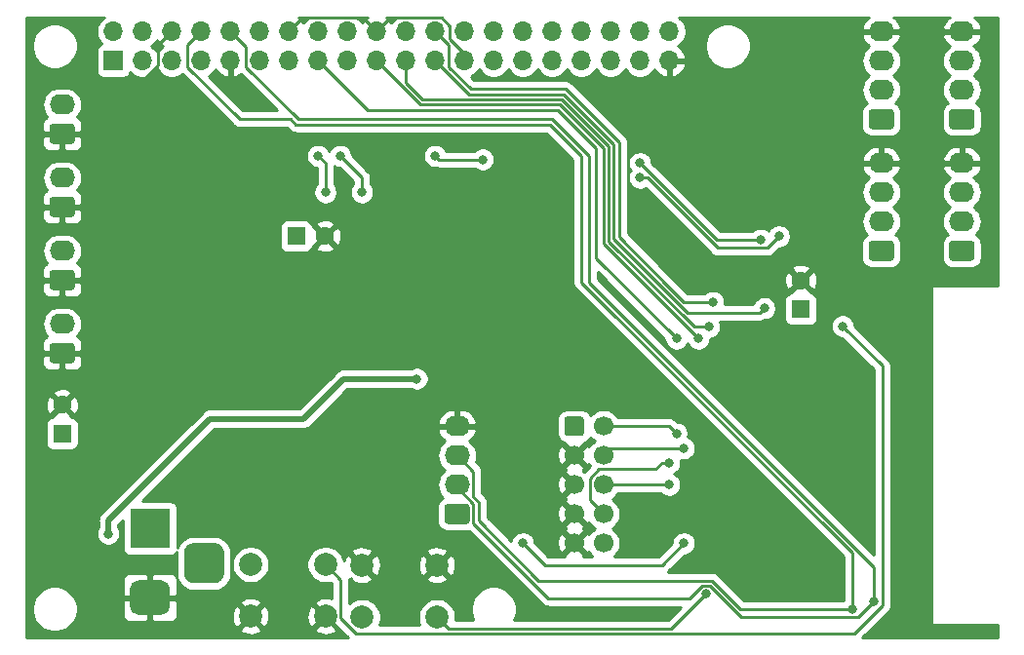
<source format=gbr>
%TF.GenerationSoftware,KiCad,Pcbnew,5.1.9+dfsg1-1*%
%TF.CreationDate,2021-09-29T19:21:48+02:00*%
%TF.ProjectId,main_board,6d61696e-5f62-46f6-9172-642e6b696361,rev?*%
%TF.SameCoordinates,Original*%
%TF.FileFunction,Copper,L2,Bot*%
%TF.FilePolarity,Positive*%
%FSLAX46Y46*%
G04 Gerber Fmt 4.6, Leading zero omitted, Abs format (unit mm)*
G04 Created by KiCad (PCBNEW 5.1.9+dfsg1-1) date 2021-09-29 19:21:48*
%MOMM*%
%LPD*%
G01*
G04 APERTURE LIST*
%TA.AperFunction,ComponentPad*%
%ADD10R,1.600000X1.600000*%
%TD*%
%TA.AperFunction,ComponentPad*%
%ADD11C,1.600000*%
%TD*%
%TA.AperFunction,ComponentPad*%
%ADD12R,3.500000X3.500000*%
%TD*%
%TA.AperFunction,ComponentPad*%
%ADD13R,1.700000X1.700000*%
%TD*%
%TA.AperFunction,ComponentPad*%
%ADD14O,1.700000X1.700000*%
%TD*%
%TA.AperFunction,ComponentPad*%
%ADD15O,2.190000X1.740000*%
%TD*%
%TA.AperFunction,ComponentPad*%
%ADD16C,2.000000*%
%TD*%
%TA.AperFunction,ComponentPad*%
%ADD17C,1.700000*%
%TD*%
%TA.AperFunction,ViaPad*%
%ADD18C,0.800000*%
%TD*%
%TA.AperFunction,Conductor*%
%ADD19C,0.250000*%
%TD*%
%TA.AperFunction,Conductor*%
%ADD20C,0.500000*%
%TD*%
%TA.AperFunction,Conductor*%
%ADD21C,0.254000*%
%TD*%
%TA.AperFunction,Conductor*%
%ADD22C,0.100000*%
%TD*%
G04 APERTURE END LIST*
D10*
%TO.P,C1,1*%
%TO.N,+5V*%
X45085000Y-78105000D03*
D11*
%TO.P,C1,2*%
%TO.N,GND*%
X45085000Y-75605000D03*
%TD*%
%TO.P,C2,2*%
%TO.N,GND*%
X67905000Y-60960000D03*
D10*
%TO.P,C2,1*%
%TO.N,+3V3*%
X65405000Y-60960000D03*
%TD*%
%TO.P,C5,1*%
%TO.N,+3V3*%
X109220000Y-67310000D03*
D11*
%TO.P,C5,2*%
%TO.N,GND*%
X109220000Y-64810000D03*
%TD*%
D12*
%TO.P,12V in,1*%
%TO.N,Net-(J1-Pad1)*%
X52705000Y-86360000D03*
%TO.P,12V in,2*%
%TO.N,GND*%
%TA.AperFunction,ComponentPad*%
G36*
G01*
X53705000Y-93860000D02*
X51705000Y-93860000D01*
G75*
G02*
X50955000Y-93110000I0J750000D01*
G01*
X50955000Y-91610000D01*
G75*
G02*
X51705000Y-90860000I750000J0D01*
G01*
X53705000Y-90860000D01*
G75*
G02*
X54455000Y-91610000I0J-750000D01*
G01*
X54455000Y-93110000D01*
G75*
G02*
X53705000Y-93860000I-750000J0D01*
G01*
G37*
%TD.AperFunction*%
%TO.P,12V in,3*%
%TO.N,N/C*%
%TA.AperFunction,ComponentPad*%
G36*
G01*
X58280000Y-91110000D02*
X56530000Y-91110000D01*
G75*
G02*
X55655000Y-90235000I0J875000D01*
G01*
X55655000Y-88485000D01*
G75*
G02*
X56530000Y-87610000I875000J0D01*
G01*
X58280000Y-87610000D01*
G75*
G02*
X59155000Y-88485000I0J-875000D01*
G01*
X59155000Y-90235000D01*
G75*
G02*
X58280000Y-91110000I-875000J0D01*
G01*
G37*
%TD.AperFunction*%
%TD*%
D13*
%TO.P,Raspberry Pi header,1*%
%TO.N,Net-(J2-Pad1)*%
X49530000Y-45720000D03*
D14*
%TO.P,Raspberry Pi header,2*%
%TO.N,+5V*%
X49530000Y-43180000D03*
%TO.P,Raspberry Pi header,3*%
%TO.N,Net-(J2-Pad3)*%
X52070000Y-45720000D03*
%TO.P,Raspberry Pi header,4*%
%TO.N,+5V*%
X52070000Y-43180000D03*
%TO.P,Raspberry Pi header,5*%
%TO.N,Net-(J2-Pad5)*%
X54610000Y-45720000D03*
%TO.P,Raspberry Pi header,6*%
%TO.N,GND*%
X54610000Y-43180000D03*
%TO.P,Raspberry Pi header,7*%
%TO.N,Net-(J2-Pad7)*%
X57150000Y-45720000D03*
%TO.P,Raspberry Pi header,8*%
%TO.N,/UART_MOSI*%
X57150000Y-43180000D03*
%TO.P,Raspberry Pi header,9*%
%TO.N,GND*%
X59690000Y-45720000D03*
%TO.P,Raspberry Pi header,10*%
%TO.N,/UART_MISO*%
X59690000Y-43180000D03*
%TO.P,Raspberry Pi header,11*%
%TO.N,Net-(J2-Pad11)*%
X62230000Y-45720000D03*
%TO.P,Raspberry Pi header,12*%
%TO.N,Net-(J2-Pad12)*%
X62230000Y-43180000D03*
%TO.P,Raspberry Pi header,13*%
%TO.N,Net-(J2-Pad13)*%
X64770000Y-45720000D03*
%TO.P,Raspberry Pi header,14*%
%TO.N,GND*%
X64770000Y-43180000D03*
%TO.P,Raspberry Pi header,15*%
%TO.N,/BTN_B*%
X67310000Y-45720000D03*
%TO.P,Raspberry Pi header,16*%
%TO.N,/BTN_A*%
X67310000Y-43180000D03*
%TO.P,Raspberry Pi header,17*%
%TO.N,Net-(J2-Pad17)*%
X69850000Y-45720000D03*
%TO.P,Raspberry Pi header,18*%
%TO.N,/SIDE_BTN*%
X69850000Y-43180000D03*
%TO.P,Raspberry Pi header,19*%
%TO.N,/SPI_MOSI*%
X72390000Y-45720000D03*
%TO.P,Raspberry Pi header,20*%
%TO.N,GND*%
X72390000Y-43180000D03*
%TO.P,Raspberry Pi header,21*%
%TO.N,/SPI_MISO*%
X74930000Y-45720000D03*
%TO.P,Raspberry Pi header,22*%
%TO.N,/TRIG_BTN*%
X74930000Y-43180000D03*
%TO.P,Raspberry Pi header,23*%
%TO.N,/SPI_CLK*%
X77470000Y-45720000D03*
%TO.P,Raspberry Pi header,24*%
%TO.N,/SPI_CS0*%
X77470000Y-43180000D03*
%TO.P,Raspberry Pi header,25*%
%TO.N,GND*%
X80010000Y-45720000D03*
%TO.P,Raspberry Pi header,26*%
%TO.N,Net-(J2-Pad26)*%
X80010000Y-43180000D03*
%TO.P,Raspberry Pi header,27*%
%TO.N,Net-(J2-Pad27)*%
X82550000Y-45720000D03*
%TO.P,Raspberry Pi header,28*%
%TO.N,Net-(J2-Pad28)*%
X82550000Y-43180000D03*
%TO.P,Raspberry Pi header,29*%
%TO.N,Net-(J2-Pad29)*%
X85090000Y-45720000D03*
%TO.P,Raspberry Pi header,30*%
%TO.N,GND*%
X85090000Y-43180000D03*
%TO.P,Raspberry Pi header,31*%
%TO.N,Net-(J2-Pad31)*%
X87630000Y-45720000D03*
%TO.P,Raspberry Pi header,32*%
%TO.N,Net-(J2-Pad32)*%
X87630000Y-43180000D03*
%TO.P,Raspberry Pi header,33*%
%TO.N,Net-(J2-Pad33)*%
X90170000Y-45720000D03*
%TO.P,Raspberry Pi header,34*%
%TO.N,GND*%
X90170000Y-43180000D03*
%TO.P,Raspberry Pi header,35*%
%TO.N,Net-(J2-Pad35)*%
X92710000Y-45720000D03*
%TO.P,Raspberry Pi header,36*%
%TO.N,Net-(J2-Pad36)*%
X92710000Y-43180000D03*
%TO.P,Raspberry Pi header,37*%
%TO.N,Net-(J2-Pad37)*%
X95250000Y-45720000D03*
%TO.P,Raspberry Pi header,38*%
%TO.N,Net-(J2-Pad38)*%
X95250000Y-43180000D03*
%TO.P,Raspberry Pi header,39*%
%TO.N,GND*%
X97790000Y-45720000D03*
%TO.P,Raspberry Pi header,40*%
%TO.N,Net-(J2-Pad40)*%
X97790000Y-43180000D03*
%TD*%
%TO.P,Trigger,1*%
%TO.N,GND*%
%TA.AperFunction,ComponentPad*%
G36*
G01*
X45930001Y-52940000D02*
X44239999Y-52940000D01*
G75*
G02*
X43990000Y-52690001I0J249999D01*
G01*
X43990000Y-51449999D01*
G75*
G02*
X44239999Y-51200000I249999J0D01*
G01*
X45930001Y-51200000D01*
G75*
G02*
X46180000Y-51449999I0J-249999D01*
G01*
X46180000Y-52690001D01*
G75*
G02*
X45930001Y-52940000I-249999J0D01*
G01*
G37*
%TD.AperFunction*%
D15*
%TO.P,Trigger,2*%
%TO.N,/TRIG_BTN*%
X45085000Y-49530000D03*
%TD*%
%TO.P,Side,2*%
%TO.N,/SIDE_BTN*%
X45085000Y-55880000D03*
%TO.P,Side,1*%
%TO.N,GND*%
%TA.AperFunction,ComponentPad*%
G36*
G01*
X45930001Y-59290000D02*
X44239999Y-59290000D01*
G75*
G02*
X43990000Y-59040001I0J249999D01*
G01*
X43990000Y-57799999D01*
G75*
G02*
X44239999Y-57550000I249999J0D01*
G01*
X45930001Y-57550000D01*
G75*
G02*
X46180000Y-57799999I0J-249999D01*
G01*
X46180000Y-59040001D01*
G75*
G02*
X45930001Y-59290000I-249999J0D01*
G01*
G37*
%TD.AperFunction*%
%TD*%
%TO.P,A,1*%
%TO.N,GND*%
%TA.AperFunction,ComponentPad*%
G36*
G01*
X45930001Y-65640000D02*
X44239999Y-65640000D01*
G75*
G02*
X43990000Y-65390001I0J249999D01*
G01*
X43990000Y-64149999D01*
G75*
G02*
X44239999Y-63900000I249999J0D01*
G01*
X45930001Y-63900000D01*
G75*
G02*
X46180000Y-64149999I0J-249999D01*
G01*
X46180000Y-65390001D01*
G75*
G02*
X45930001Y-65640000I-249999J0D01*
G01*
G37*
%TD.AperFunction*%
%TO.P,A,2*%
%TO.N,/BTN_A*%
X45085000Y-62230000D03*
%TD*%
%TO.P,B,2*%
%TO.N,/BTN_B*%
X45085000Y-68580000D03*
%TO.P,B,1*%
%TO.N,GND*%
%TA.AperFunction,ComponentPad*%
G36*
G01*
X45930001Y-71990000D02*
X44239999Y-71990000D01*
G75*
G02*
X43990000Y-71740001I0J249999D01*
G01*
X43990000Y-70499999D01*
G75*
G02*
X44239999Y-70250000I249999J0D01*
G01*
X45930001Y-70250000D01*
G75*
G02*
X46180000Y-70499999I0J-249999D01*
G01*
X46180000Y-71740001D01*
G75*
G02*
X45930001Y-71990000I-249999J0D01*
G01*
G37*
%TD.AperFunction*%
%TD*%
%TO.P,J7,1*%
%TO.N,+5V*%
%TA.AperFunction,ComponentPad*%
G36*
G01*
X124035001Y-63100000D02*
X122344999Y-63100000D01*
G75*
G02*
X122095000Y-62850001I0J249999D01*
G01*
X122095000Y-61609999D01*
G75*
G02*
X122344999Y-61360000I249999J0D01*
G01*
X124035001Y-61360000D01*
G75*
G02*
X124285000Y-61609999I0J-249999D01*
G01*
X124285000Y-62850001D01*
G75*
G02*
X124035001Y-63100000I-249999J0D01*
G01*
G37*
%TD.AperFunction*%
%TO.P,J7,2*%
%TO.N,Net-(J7-Pad2)*%
X123190000Y-59690000D03*
%TO.P,J7,3*%
%TO.N,Net-(J7-Pad3)*%
X123190000Y-57150000D03*
%TO.P,J7,4*%
%TO.N,GND*%
X123190000Y-54610000D03*
%TD*%
%TO.P,I2C periph,1*%
%TO.N,+5V*%
%TA.AperFunction,ComponentPad*%
G36*
G01*
X117050001Y-63100000D02*
X115359999Y-63100000D01*
G75*
G02*
X115110000Y-62850001I0J249999D01*
G01*
X115110000Y-61609999D01*
G75*
G02*
X115359999Y-61360000I249999J0D01*
G01*
X117050001Y-61360000D01*
G75*
G02*
X117300000Y-61609999I0J-249999D01*
G01*
X117300000Y-62850001D01*
G75*
G02*
X117050001Y-63100000I-249999J0D01*
G01*
G37*
%TD.AperFunction*%
%TO.P,I2C periph,2*%
%TO.N,Net-(J7-Pad2)*%
X116205000Y-59690000D03*
%TO.P,I2C periph,3*%
%TO.N,Net-(J7-Pad3)*%
X116205000Y-57150000D03*
%TO.P,I2C periph,4*%
%TO.N,GND*%
X116205000Y-54610000D03*
%TD*%
%TO.P,I2C motor,4*%
%TO.N,GND*%
X116205000Y-43180000D03*
%TO.P,I2C motor,3*%
%TO.N,Net-(J10-Pad3)*%
X116205000Y-45720000D03*
%TO.P,I2C motor,2*%
%TO.N,Net-(J10-Pad2)*%
X116205000Y-48260000D03*
%TO.P,I2C motor,1*%
%TO.N,+5V*%
%TA.AperFunction,ComponentPad*%
G36*
G01*
X117050001Y-51670000D02*
X115359999Y-51670000D01*
G75*
G02*
X115110000Y-51420001I0J249999D01*
G01*
X115110000Y-50179999D01*
G75*
G02*
X115359999Y-49930000I249999J0D01*
G01*
X117050001Y-49930000D01*
G75*
G02*
X117300000Y-50179999I0J-249999D01*
G01*
X117300000Y-51420001D01*
G75*
G02*
X117050001Y-51670000I-249999J0D01*
G01*
G37*
%TD.AperFunction*%
%TD*%
%TO.P,J10,4*%
%TO.N,GND*%
X123190000Y-43180000D03*
%TO.P,J10,3*%
%TO.N,Net-(J10-Pad3)*%
X123190000Y-45720000D03*
%TO.P,J10,2*%
%TO.N,Net-(J10-Pad2)*%
X123190000Y-48260000D03*
%TO.P,J10,1*%
%TO.N,+5V*%
%TA.AperFunction,ComponentPad*%
G36*
G01*
X124035001Y-51670000D02*
X122344999Y-51670000D01*
G75*
G02*
X122095000Y-51420001I0J249999D01*
G01*
X122095000Y-50179999D01*
G75*
G02*
X122344999Y-49930000I249999J0D01*
G01*
X124035001Y-49930000D01*
G75*
G02*
X124285000Y-50179999I0J-249999D01*
G01*
X124285000Y-51420001D01*
G75*
G02*
X124035001Y-51670000I-249999J0D01*
G01*
G37*
%TD.AperFunction*%
%TD*%
D16*
%TO.P,RESET,1*%
%TO.N,GND*%
X61445000Y-93980000D03*
%TO.P,RESET,2*%
%TO.N,Net-(R2-Pad2)*%
X61445000Y-89480000D03*
%TO.P,RESET,1*%
%TO.N,GND*%
X67945000Y-93980000D03*
%TO.P,RESET,2*%
%TO.N,Net-(R2-Pad2)*%
X67945000Y-89480000D03*
%TD*%
%TO.P,BOOT,2*%
%TO.N,Net-(SW2-Pad2)*%
X71120000Y-94035000D03*
%TO.P,BOOT,1*%
%TO.N,GND*%
X71120000Y-89535000D03*
%TO.P,BOOT,2*%
%TO.N,Net-(SW2-Pad2)*%
X77620000Y-94035000D03*
%TO.P,BOOT,1*%
%TO.N,GND*%
X77620000Y-89535000D03*
%TD*%
%TO.P,JTAG,1*%
%TO.N,Net-(J11-Pad1)*%
%TA.AperFunction,ComponentPad*%
G36*
G01*
X88685000Y-78070000D02*
X88685000Y-76870000D01*
G75*
G02*
X88935000Y-76620000I250000J0D01*
G01*
X90135000Y-76620000D01*
G75*
G02*
X90385000Y-76870000I0J-250000D01*
G01*
X90385000Y-78070000D01*
G75*
G02*
X90135000Y-78320000I-250000J0D01*
G01*
X88935000Y-78320000D01*
G75*
G02*
X88685000Y-78070000I0J250000D01*
G01*
G37*
%TD.AperFunction*%
D17*
%TO.P,JTAG,3*%
%TO.N,GND*%
X89535000Y-80010000D03*
%TO.P,JTAG,5*%
X89535000Y-82550000D03*
%TO.P,JTAG,7*%
X89535000Y-85090000D03*
%TO.P,JTAG,9*%
X89535000Y-87630000D03*
%TO.P,JTAG,2*%
%TO.N,/JTAG_TMS*%
X92075000Y-77470000D03*
%TO.P,JTAG,4*%
%TO.N,/JTAG_TCK*%
X92075000Y-80010000D03*
%TO.P,JTAG,6*%
%TO.N,/JTAG_TDO*%
X92075000Y-82550000D03*
%TO.P,JTAG,8*%
%TO.N,/JTAG_TDI*%
X92075000Y-85090000D03*
%TO.P,JTAG,10*%
%TO.N,Net-(J11-Pad10)*%
X92075000Y-87630000D03*
%TD*%
%TO.P,UART,1*%
%TO.N,Net-(J12-Pad1)*%
%TA.AperFunction,ComponentPad*%
G36*
G01*
X80220001Y-85960000D02*
X78529999Y-85960000D01*
G75*
G02*
X78280000Y-85710001I0J249999D01*
G01*
X78280000Y-84469999D01*
G75*
G02*
X78529999Y-84220000I249999J0D01*
G01*
X80220001Y-84220000D01*
G75*
G02*
X80470000Y-84469999I0J-249999D01*
G01*
X80470000Y-85710001D01*
G75*
G02*
X80220001Y-85960000I-249999J0D01*
G01*
G37*
%TD.AperFunction*%
D15*
%TO.P,UART,2*%
%TO.N,/UART_MISO*%
X79375000Y-82550000D03*
%TO.P,UART,3*%
%TO.N,/UART_MOSI*%
X79375000Y-80010000D03*
%TO.P,UART,4*%
%TO.N,GND*%
X79375000Y-77470000D03*
%TD*%
D18*
%TO.N,GND*%
X110490000Y-80645000D03*
X113665000Y-77470000D03*
X107315000Y-50165000D03*
X105410000Y-63500000D03*
X113590000Y-80720000D03*
X110415000Y-77545000D03*
X112002500Y-79132500D03*
X119695000Y-66360000D03*
X86835000Y-65245000D03*
X83970001Y-59840001D03*
X88265000Y-55245000D03*
X57150000Y-84455000D03*
X52070000Y-78740000D03*
%TO.N,+3V3*%
X49087500Y-86802500D03*
X75885000Y-73340000D03*
%TO.N,/UART_MOSI*%
X113665000Y-93345000D03*
%TO.N,/UART_MISO*%
X115570000Y-92710000D03*
%TO.N,/BTN_B*%
X98425000Y-69850000D03*
X67945000Y-57150000D03*
X67310000Y-53975000D03*
%TO.N,/BTN_A*%
X69215000Y-53975000D03*
X71120000Y-57150000D03*
%TO.N,/SIDE_BTN*%
X77470000Y-53975000D03*
X81597500Y-54292500D03*
%TO.N,/SPI_MOSI*%
X100330000Y-69850000D03*
%TO.N,/SPI_MISO*%
X101227903Y-68842903D03*
%TO.N,/SPI_CLK*%
X106045000Y-67219990D03*
%TO.N,/SPI_CS0*%
X101600000Y-66675000D03*
%TO.N,Net-(R2-Pad2)*%
X112837500Y-68772500D03*
%TO.N,Net-(R4-Pad1)*%
X99060000Y-87630000D03*
X85090000Y-87630000D03*
%TO.N,Net-(SW2-Pad2)*%
X100965000Y-92044892D03*
%TO.N,/SDA_PERIPH*%
X105712499Y-61262499D03*
X95250000Y-54610011D03*
%TO.N,/SCL_PERIPH*%
X95250000Y-55880000D03*
X107315000Y-60960000D03*
%TO.N,/JTAG_TMS*%
X98425000Y-78105000D03*
%TO.N,/JTAG_TCK*%
X99060000Y-79375000D03*
%TO.N,/JTAG_TDO*%
X97790000Y-82550000D03*
%TO.N,/JTAG_TDI*%
X97790000Y-80645000D03*
%TD*%
D19*
%TO.N,GND*%
X65945001Y-42004999D02*
X64770000Y-43180000D01*
X71214999Y-42004999D02*
X65945001Y-42004999D01*
X72390000Y-43180000D02*
X71214999Y-42004999D01*
X80010000Y-45083590D02*
X80010000Y-45720000D01*
X78740000Y-43813590D02*
X80010000Y-45083590D01*
X78740000Y-42710998D02*
X78740000Y-43813590D01*
X78034001Y-42004999D02*
X78740000Y-42710998D01*
X73565001Y-42004999D02*
X78034001Y-42004999D01*
X72390000Y-43180000D02*
X73565001Y-42004999D01*
X47459002Y-52070000D02*
X45085000Y-52070000D01*
X53434999Y-46094003D02*
X47459002Y-52070000D01*
X53434999Y-44355001D02*
X53434999Y-46094003D01*
X54610000Y-43180000D02*
X53434999Y-44355001D01*
D20*
%TO.N,+3V3*%
X49087500Y-85667498D02*
X57919998Y-76835000D01*
X49087500Y-86802500D02*
X49087500Y-85667498D01*
X57919998Y-76835000D02*
X65405000Y-76835000D01*
X65405000Y-76835000D02*
X66040000Y-76835000D01*
X75885000Y-73340000D02*
X69535000Y-73340000D01*
X69535000Y-73340000D02*
X69215000Y-73660000D01*
X66040000Y-76835000D02*
X69215000Y-73660000D01*
D19*
%TO.N,/UART_MOSI*%
X113665000Y-93345000D02*
X113665000Y-93345000D01*
X113665000Y-88461996D02*
X113665000Y-93345000D01*
X90170000Y-53976410D02*
X90170000Y-64966996D01*
X87443601Y-51250011D02*
X90170000Y-53976410D01*
X55974999Y-46284001D02*
X60490998Y-50800000D01*
X65384598Y-51250011D02*
X87443601Y-51250011D01*
X57150000Y-43180000D02*
X55974999Y-44355001D01*
X64934588Y-50800000D02*
X65384598Y-51250011D01*
X90170000Y-64966996D02*
X113665000Y-88461996D01*
X60490998Y-50800000D02*
X64934588Y-50800000D01*
X55974999Y-44355001D02*
X55974999Y-46284001D01*
X80795010Y-81430010D02*
X79375000Y-80010000D01*
X81245021Y-84045420D02*
X80795010Y-83595409D01*
X81245021Y-85690021D02*
X81245021Y-84045420D01*
X80795010Y-83595409D02*
X80795010Y-81430010D01*
X86424871Y-90869871D02*
X81245021Y-85690021D01*
X101499403Y-90869871D02*
X86424871Y-90869871D01*
X103974531Y-93345000D02*
X101499403Y-90869871D01*
X113665000Y-93345000D02*
X103974531Y-93345000D01*
%TO.N,/UART_MISO*%
X115570000Y-92710000D02*
X115570000Y-92710000D01*
X115570000Y-89730585D02*
X115570000Y-92710000D01*
X87630000Y-50800000D02*
X90805000Y-53975000D01*
X65570998Y-50800000D02*
X87630000Y-50800000D01*
X90805000Y-64965585D02*
X115570000Y-89730585D01*
X90805000Y-53975000D02*
X90805000Y-64965585D01*
X61054999Y-44544999D02*
X61054999Y-46284001D01*
X59690000Y-43180000D02*
X61054999Y-44544999D01*
X61054999Y-46284001D02*
X65570998Y-50800000D01*
X79375000Y-82811810D02*
X80795010Y-84231820D01*
X104063122Y-94070001D02*
X114209999Y-94070001D01*
X99543675Y-92393204D02*
X100616997Y-91319882D01*
X87311794Y-92393204D02*
X99543675Y-92393204D01*
X80795010Y-84231820D02*
X80795010Y-85876420D01*
X80795010Y-85876420D02*
X87311794Y-92393204D01*
X114209999Y-94070001D02*
X115570000Y-92710000D01*
X101313003Y-91319882D02*
X104063122Y-94070001D01*
X79375000Y-82550000D02*
X79375000Y-82811810D01*
X100616997Y-91319882D02*
X101313003Y-91319882D01*
%TO.N,/BTN_B*%
X71570010Y-49980010D02*
X67310000Y-45720000D01*
X88078600Y-49980010D02*
X71570010Y-49980010D01*
X91440000Y-53341410D02*
X88078600Y-49980010D01*
X91440000Y-62865000D02*
X91440000Y-53341410D01*
X98425000Y-69850000D02*
X91440000Y-62865000D01*
X67945000Y-54610000D02*
X67310000Y-53975000D01*
X67945000Y-57150000D02*
X67945000Y-54610000D01*
%TO.N,/BTN_A*%
X71120000Y-55880000D02*
X69215000Y-53975000D01*
X71120000Y-57150000D02*
X71120000Y-55880000D01*
%TO.N,/SIDE_BTN*%
X77787500Y-54292500D02*
X77470000Y-53975000D01*
X81597500Y-54292500D02*
X77787500Y-54292500D01*
%TO.N,/SPI_MOSI*%
X100330000Y-69850000D02*
X100330000Y-69850000D01*
X72390000Y-45720000D02*
X76200000Y-49530000D01*
X88265000Y-49530000D02*
X92075000Y-53340000D01*
X76200000Y-49530000D02*
X80010000Y-49530000D01*
X80010000Y-49530000D02*
X87630000Y-49530000D01*
X87630000Y-49530000D02*
X88265000Y-49530000D01*
X92075000Y-53340000D02*
X92075000Y-61595000D01*
X92075000Y-61595000D02*
X99695000Y-69215000D01*
X99695000Y-69215000D02*
X100330000Y-69850000D01*
%TO.N,/SPI_MISO*%
X74930000Y-45720000D02*
X74930000Y-47623590D01*
X76386400Y-49079990D02*
X87816400Y-49079990D01*
X74930000Y-47623590D02*
X76386400Y-49079990D01*
X88451401Y-49079991D02*
X92525010Y-53153600D01*
X87816400Y-49079990D02*
X88451401Y-49079991D01*
X92525010Y-53153600D02*
X92525010Y-61408600D01*
X92525010Y-61408600D02*
X99695705Y-68579295D01*
X99959313Y-68842903D02*
X101227903Y-68842903D01*
X99695705Y-68579295D02*
X99959313Y-68842903D01*
X101227903Y-68842903D02*
X101227903Y-68842903D01*
%TO.N,/SPI_CLK*%
X99372809Y-67619989D02*
X105645001Y-67619989D01*
X92975020Y-61222200D02*
X99372809Y-67619989D01*
X88637800Y-48629980D02*
X92975020Y-52967200D01*
X80379980Y-48629980D02*
X88637800Y-48629980D01*
X77470000Y-45720000D02*
X80379980Y-48629980D01*
X92975020Y-52967200D02*
X92975020Y-61222200D01*
X105645001Y-67619989D02*
X106045000Y-67219990D01*
%TO.N,/SPI_CS0*%
X78645001Y-46258591D02*
X80566380Y-48179970D01*
X78645001Y-44355001D02*
X78645001Y-46258591D01*
X77470000Y-43180000D02*
X78645001Y-44355001D01*
X80566380Y-48179970D02*
X87630000Y-48179970D01*
X88824201Y-48179971D02*
X93425030Y-52780800D01*
X87630000Y-48179970D02*
X88824201Y-48179971D01*
X93425030Y-52780800D02*
X93425030Y-61035800D01*
X93425030Y-61035800D02*
X97792115Y-65402885D01*
X97792115Y-65402885D02*
X99064230Y-66675000D01*
X99064230Y-66675000D02*
X101600000Y-66675000D01*
X101600000Y-66675000D02*
X101600000Y-66675000D01*
%TO.N,Net-(R2-Pad2)*%
X69270001Y-90805001D02*
X67945000Y-89480000D01*
X113867993Y-95485009D02*
X70609007Y-95485009D01*
X69270001Y-94146003D02*
X69270001Y-90805001D01*
X116295001Y-93058001D02*
X113867993Y-95485009D01*
X70609007Y-95485009D02*
X69270001Y-94146003D01*
X116295001Y-72230001D02*
X116295001Y-93058001D01*
X112837500Y-68772500D02*
X116295001Y-72230001D01*
%TO.N,Net-(R4-Pad1)*%
X99060000Y-87630000D02*
X97155000Y-89535000D01*
X97155000Y-89535000D02*
X86995000Y-89535000D01*
X86995000Y-89535000D02*
X85090000Y-87630000D01*
X85090000Y-87630000D02*
X85090000Y-87630000D01*
%TO.N,Net-(SW2-Pad2)*%
X78619999Y-95034999D02*
X97974893Y-95034999D01*
X97974893Y-95034999D02*
X100965000Y-92044892D01*
X77620000Y-94035000D02*
X78619999Y-95034999D01*
%TO.N,/SDA_PERIPH*%
X101902488Y-61262499D02*
X95250000Y-54610011D01*
X105712499Y-61262499D02*
X101902488Y-61262499D01*
%TO.N,/SCL_PERIPH*%
X106287500Y-61987500D02*
X101991090Y-61987500D01*
X107315000Y-60960000D02*
X106287500Y-61987500D01*
X95883590Y-55880000D02*
X95250000Y-55880000D01*
X101991090Y-61987500D02*
X95883590Y-55880000D01*
%TO.N,/JTAG_TMS*%
X92075000Y-77470000D02*
X97790000Y-77470000D01*
X97790000Y-77470000D02*
X98425000Y-78105000D01*
X98425000Y-78105000D02*
X98425000Y-78105000D01*
%TO.N,/JTAG_TCK*%
X92075000Y-80010000D02*
X92710000Y-79375000D01*
X92710000Y-79375000D02*
X99060000Y-79375000D01*
X99060000Y-79375000D02*
X99060000Y-79375000D01*
%TO.N,/JTAG_TDO*%
X97790000Y-82550000D02*
X92075000Y-82550000D01*
%TO.N,/JTAG_TDI*%
X90899999Y-81985999D02*
X91700997Y-81185001D01*
X90899999Y-83914999D02*
X90899999Y-81985999D01*
X91700997Y-81185001D02*
X96614999Y-81185001D01*
X92075000Y-85090000D02*
X90899999Y-83914999D01*
X96614999Y-81185001D02*
X97155000Y-80645000D01*
X97155000Y-80645000D02*
X97790000Y-80645000D01*
X97790000Y-80645000D02*
X97790000Y-80645000D01*
%TD*%
D21*
%TO.N,GND*%
X48583368Y-42026525D02*
X48376525Y-42233368D01*
X48214010Y-42476589D01*
X48102068Y-42746842D01*
X48045000Y-43033740D01*
X48045000Y-43326260D01*
X48102068Y-43613158D01*
X48214010Y-43883411D01*
X48376525Y-44126632D01*
X48508380Y-44258487D01*
X48435820Y-44280498D01*
X48325506Y-44339463D01*
X48228815Y-44418815D01*
X48149463Y-44515506D01*
X48090498Y-44625820D01*
X48054188Y-44745518D01*
X48041928Y-44870000D01*
X48041928Y-46570000D01*
X48054188Y-46694482D01*
X48090498Y-46814180D01*
X48149463Y-46924494D01*
X48228815Y-47021185D01*
X48325506Y-47100537D01*
X48435820Y-47159502D01*
X48555518Y-47195812D01*
X48680000Y-47208072D01*
X50380000Y-47208072D01*
X50504482Y-47195812D01*
X50624180Y-47159502D01*
X50734494Y-47100537D01*
X50831185Y-47021185D01*
X50910537Y-46924494D01*
X50969502Y-46814180D01*
X50991513Y-46741620D01*
X51123368Y-46873475D01*
X51366589Y-47035990D01*
X51636842Y-47147932D01*
X51923740Y-47205000D01*
X52216260Y-47205000D01*
X52503158Y-47147932D01*
X52773411Y-47035990D01*
X53016632Y-46873475D01*
X53223475Y-46666632D01*
X53340000Y-46492240D01*
X53456525Y-46666632D01*
X53663368Y-46873475D01*
X53906589Y-47035990D01*
X54176842Y-47147932D01*
X54463740Y-47205000D01*
X54756260Y-47205000D01*
X55043158Y-47147932D01*
X55313411Y-47035990D01*
X55516492Y-46900295D01*
X59927198Y-51311002D01*
X59950997Y-51340001D01*
X59979995Y-51363799D01*
X60066721Y-51434974D01*
X60198751Y-51505546D01*
X60342012Y-51549003D01*
X60453665Y-51560000D01*
X60453674Y-51560000D01*
X60490997Y-51563676D01*
X60528320Y-51560000D01*
X64619786Y-51560000D01*
X64820798Y-51761013D01*
X64844597Y-51790012D01*
X64960322Y-51884985D01*
X65092351Y-51955557D01*
X65235612Y-51999014D01*
X65347265Y-52010011D01*
X65347274Y-52010011D01*
X65384597Y-52013687D01*
X65421922Y-52010011D01*
X87128800Y-52010011D01*
X89410000Y-54291213D01*
X89410001Y-64929664D01*
X89406324Y-64966996D01*
X89420998Y-65115981D01*
X89464454Y-65259242D01*
X89535026Y-65391272D01*
X89605043Y-65476587D01*
X89630000Y-65506997D01*
X89658998Y-65530795D01*
X112905000Y-88776798D01*
X112905001Y-92585000D01*
X104289333Y-92585000D01*
X102063207Y-90358874D01*
X102039404Y-90329870D01*
X101923679Y-90234897D01*
X101791650Y-90164325D01*
X101648389Y-90120868D01*
X101536736Y-90109871D01*
X101536726Y-90109871D01*
X101499403Y-90106195D01*
X101462081Y-90109871D01*
X97652512Y-90109871D01*
X97695001Y-90075001D01*
X97718804Y-90045997D01*
X99099802Y-88665000D01*
X99161939Y-88665000D01*
X99361898Y-88625226D01*
X99550256Y-88547205D01*
X99719774Y-88433937D01*
X99863937Y-88289774D01*
X99977205Y-88120256D01*
X100055226Y-87931898D01*
X100095000Y-87731939D01*
X100095000Y-87528061D01*
X100055226Y-87328102D01*
X99977205Y-87139744D01*
X99863937Y-86970226D01*
X99719774Y-86826063D01*
X99550256Y-86712795D01*
X99361898Y-86634774D01*
X99161939Y-86595000D01*
X98958061Y-86595000D01*
X98758102Y-86634774D01*
X98569744Y-86712795D01*
X98400226Y-86826063D01*
X98256063Y-86970226D01*
X98142795Y-87139744D01*
X98064774Y-87328102D01*
X98025000Y-87528061D01*
X98025000Y-87590198D01*
X96840199Y-88775000D01*
X93030107Y-88775000D01*
X93228475Y-88576632D01*
X93390990Y-88333411D01*
X93502932Y-88063158D01*
X93560000Y-87776260D01*
X93560000Y-87483740D01*
X93502932Y-87196842D01*
X93390990Y-86926589D01*
X93228475Y-86683368D01*
X93021632Y-86476525D01*
X92847240Y-86360000D01*
X93021632Y-86243475D01*
X93228475Y-86036632D01*
X93390990Y-85793411D01*
X93502932Y-85523158D01*
X93560000Y-85236260D01*
X93560000Y-84943740D01*
X93502932Y-84656842D01*
X93390990Y-84386589D01*
X93228475Y-84143368D01*
X93021632Y-83936525D01*
X92847240Y-83820000D01*
X93021632Y-83703475D01*
X93228475Y-83496632D01*
X93353178Y-83310000D01*
X97086289Y-83310000D01*
X97130226Y-83353937D01*
X97299744Y-83467205D01*
X97488102Y-83545226D01*
X97688061Y-83585000D01*
X97891939Y-83585000D01*
X98091898Y-83545226D01*
X98280256Y-83467205D01*
X98449774Y-83353937D01*
X98593937Y-83209774D01*
X98707205Y-83040256D01*
X98785226Y-82851898D01*
X98825000Y-82651939D01*
X98825000Y-82448061D01*
X98785226Y-82248102D01*
X98707205Y-82059744D01*
X98593937Y-81890226D01*
X98449774Y-81746063D01*
X98280256Y-81632795D01*
X98195047Y-81597500D01*
X98280256Y-81562205D01*
X98449774Y-81448937D01*
X98593937Y-81304774D01*
X98707205Y-81135256D01*
X98785226Y-80946898D01*
X98825000Y-80746939D01*
X98825000Y-80543061D01*
X98791961Y-80376961D01*
X98958061Y-80410000D01*
X99161939Y-80410000D01*
X99361898Y-80370226D01*
X99550256Y-80292205D01*
X99719774Y-80178937D01*
X99863937Y-80034774D01*
X99977205Y-79865256D01*
X100055226Y-79676898D01*
X100095000Y-79476939D01*
X100095000Y-79273061D01*
X100055226Y-79073102D01*
X99977205Y-78884744D01*
X99863937Y-78715226D01*
X99719774Y-78571063D01*
X99550256Y-78457795D01*
X99420771Y-78404160D01*
X99460000Y-78206939D01*
X99460000Y-78003061D01*
X99420226Y-77803102D01*
X99342205Y-77614744D01*
X99228937Y-77445226D01*
X99084774Y-77301063D01*
X98915256Y-77187795D01*
X98726898Y-77109774D01*
X98526939Y-77070000D01*
X98464801Y-77070000D01*
X98353803Y-76959002D01*
X98330001Y-76929999D01*
X98214276Y-76835026D01*
X98082247Y-76764454D01*
X97938986Y-76720997D01*
X97827333Y-76710000D01*
X97827322Y-76710000D01*
X97790000Y-76706324D01*
X97752678Y-76710000D01*
X93353178Y-76710000D01*
X93228475Y-76523368D01*
X93021632Y-76316525D01*
X92778411Y-76154010D01*
X92508158Y-76042068D01*
X92221260Y-75985000D01*
X91928740Y-75985000D01*
X91641842Y-76042068D01*
X91371589Y-76154010D01*
X91128368Y-76316525D01*
X90941285Y-76503608D01*
X90873405Y-76376614D01*
X90762962Y-76242038D01*
X90628386Y-76131595D01*
X90474850Y-76049528D01*
X90308254Y-75998992D01*
X90135000Y-75981928D01*
X88935000Y-75981928D01*
X88761746Y-75998992D01*
X88595150Y-76049528D01*
X88441614Y-76131595D01*
X88307038Y-76242038D01*
X88196595Y-76376614D01*
X88114528Y-76530150D01*
X88063992Y-76696746D01*
X88046928Y-76870000D01*
X88046928Y-78070000D01*
X88063992Y-78243254D01*
X88114528Y-78409850D01*
X88196595Y-78563386D01*
X88307038Y-78697962D01*
X88441614Y-78808405D01*
X88595150Y-78890472D01*
X88704293Y-78923580D01*
X88686208Y-78981603D01*
X89535000Y-79830395D01*
X90383792Y-78981603D01*
X90365707Y-78923580D01*
X90474850Y-78890472D01*
X90628386Y-78808405D01*
X90762962Y-78697962D01*
X90873405Y-78563386D01*
X90941285Y-78436392D01*
X91128368Y-78623475D01*
X91302760Y-78740000D01*
X91128368Y-78856525D01*
X90921525Y-79063368D01*
X90805689Y-79236729D01*
X90563397Y-79161208D01*
X89714605Y-80010000D01*
X90563397Y-80858792D01*
X90805689Y-80783271D01*
X90894704Y-80916492D01*
X90388997Y-81422200D01*
X90360180Y-81445849D01*
X90308486Y-81280000D01*
X90383792Y-81038397D01*
X89535000Y-80189605D01*
X88686208Y-81038397D01*
X88761514Y-81280000D01*
X88686208Y-81521603D01*
X89535000Y-82370395D01*
X89549143Y-82356253D01*
X89728748Y-82535858D01*
X89714605Y-82550000D01*
X89728748Y-82564143D01*
X89549143Y-82743748D01*
X89535000Y-82729605D01*
X88686208Y-83578397D01*
X88761514Y-83820000D01*
X88686208Y-84061603D01*
X89535000Y-84910395D01*
X89549143Y-84896253D01*
X89728748Y-85075858D01*
X89714605Y-85090000D01*
X90563397Y-85938792D01*
X90805689Y-85863271D01*
X90921525Y-86036632D01*
X91128368Y-86243475D01*
X91302760Y-86360000D01*
X91128368Y-86476525D01*
X90921525Y-86683368D01*
X90805689Y-86856729D01*
X90563397Y-86781208D01*
X89714605Y-87630000D01*
X90563397Y-88478792D01*
X90805689Y-88403271D01*
X90921525Y-88576632D01*
X91119893Y-88775000D01*
X90347448Y-88775000D01*
X90383792Y-88658397D01*
X89535000Y-87809605D01*
X88686208Y-88658397D01*
X88722552Y-88775000D01*
X87309802Y-88775000D01*
X86233333Y-87698531D01*
X88044389Y-87698531D01*
X88086401Y-87988019D01*
X88184081Y-88263747D01*
X88257528Y-88401157D01*
X88506603Y-88478792D01*
X89355395Y-87630000D01*
X88506603Y-86781208D01*
X88257528Y-86858843D01*
X88131629Y-87122883D01*
X88059661Y-87406411D01*
X88044389Y-87698531D01*
X86233333Y-87698531D01*
X86125000Y-87590199D01*
X86125000Y-87528061D01*
X86085226Y-87328102D01*
X86007205Y-87139744D01*
X85893937Y-86970226D01*
X85749774Y-86826063D01*
X85580256Y-86712795D01*
X85391898Y-86634774D01*
X85191939Y-86595000D01*
X84988061Y-86595000D01*
X84788102Y-86634774D01*
X84599744Y-86712795D01*
X84430226Y-86826063D01*
X84286063Y-86970226D01*
X84172795Y-87139744D01*
X84094774Y-87328102D01*
X84072066Y-87442264D01*
X82748199Y-86118397D01*
X88686208Y-86118397D01*
X88761514Y-86360000D01*
X88686208Y-86601603D01*
X89535000Y-87450395D01*
X90383792Y-86601603D01*
X90308486Y-86360000D01*
X90383792Y-86118397D01*
X89535000Y-85269605D01*
X88686208Y-86118397D01*
X82748199Y-86118397D01*
X82005021Y-85375220D01*
X82005021Y-85158531D01*
X88044389Y-85158531D01*
X88086401Y-85448019D01*
X88184081Y-85723747D01*
X88257528Y-85861157D01*
X88506603Y-85938792D01*
X89355395Y-85090000D01*
X88506603Y-84241208D01*
X88257528Y-84318843D01*
X88131629Y-84582883D01*
X88059661Y-84866411D01*
X88044389Y-85158531D01*
X82005021Y-85158531D01*
X82005021Y-84082745D01*
X82008697Y-84045420D01*
X82005021Y-84008095D01*
X82005021Y-84008087D01*
X81994024Y-83896434D01*
X81950567Y-83753173D01*
X81879995Y-83621144D01*
X81785022Y-83505419D01*
X81756018Y-83481616D01*
X81555010Y-83280608D01*
X81555010Y-82618531D01*
X88044389Y-82618531D01*
X88086401Y-82908019D01*
X88184081Y-83183747D01*
X88257528Y-83321157D01*
X88506603Y-83398792D01*
X89355395Y-82550000D01*
X88506603Y-81701208D01*
X88257528Y-81778843D01*
X88131629Y-82042883D01*
X88059661Y-82326411D01*
X88044389Y-82618531D01*
X81555010Y-82618531D01*
X81555010Y-81467332D01*
X81558686Y-81430009D01*
X81555010Y-81392686D01*
X81555010Y-81392677D01*
X81544013Y-81281024D01*
X81500556Y-81137763D01*
X81429984Y-81005734D01*
X81381699Y-80946898D01*
X81358809Y-80919006D01*
X81358805Y-80919002D01*
X81335011Y-80890009D01*
X81306018Y-80866215D01*
X81004465Y-80564663D01*
X81083224Y-80305032D01*
X81105532Y-80078531D01*
X88044389Y-80078531D01*
X88086401Y-80368019D01*
X88184081Y-80643747D01*
X88257528Y-80781157D01*
X88506603Y-80858792D01*
X89355395Y-80010000D01*
X88506603Y-79161208D01*
X88257528Y-79238843D01*
X88131629Y-79502883D01*
X88059661Y-79786411D01*
X88044389Y-80078531D01*
X81105532Y-80078531D01*
X81112282Y-80010000D01*
X81083224Y-79714968D01*
X80997166Y-79431275D01*
X80857417Y-79169821D01*
X80669345Y-78940655D01*
X80440179Y-78752583D01*
X80411848Y-78737440D01*
X80552433Y-78644708D01*
X80763306Y-78436326D01*
X80929474Y-78190809D01*
X81044551Y-77917591D01*
X81061302Y-77830031D01*
X80940246Y-77597000D01*
X79502000Y-77597000D01*
X79502000Y-77617000D01*
X79248000Y-77617000D01*
X79248000Y-77597000D01*
X77809754Y-77597000D01*
X77688698Y-77830031D01*
X77705449Y-77917591D01*
X77820526Y-78190809D01*
X77986694Y-78436326D01*
X78197567Y-78644708D01*
X78338152Y-78737440D01*
X78309821Y-78752583D01*
X78080655Y-78940655D01*
X77892583Y-79169821D01*
X77752834Y-79431275D01*
X77666776Y-79714968D01*
X77637718Y-80010000D01*
X77666776Y-80305032D01*
X77752834Y-80588725D01*
X77892583Y-80850179D01*
X78080655Y-81079345D01*
X78309821Y-81267417D01*
X78333362Y-81280000D01*
X78309821Y-81292583D01*
X78080655Y-81480655D01*
X77892583Y-81709821D01*
X77752834Y-81971275D01*
X77666776Y-82254968D01*
X77637718Y-82550000D01*
X77666776Y-82845032D01*
X77752834Y-83128725D01*
X77892583Y-83390179D01*
X78080655Y-83619345D01*
X78146114Y-83673066D01*
X78036613Y-83731595D01*
X77902038Y-83842038D01*
X77791595Y-83976613D01*
X77709528Y-84130149D01*
X77658992Y-84296745D01*
X77641928Y-84469999D01*
X77641928Y-85710001D01*
X77658992Y-85883255D01*
X77709528Y-86049851D01*
X77791595Y-86203387D01*
X77902038Y-86337962D01*
X78036613Y-86448405D01*
X78190149Y-86530472D01*
X78356745Y-86581008D01*
X78529999Y-86598072D01*
X80220001Y-86598072D01*
X80393255Y-86581008D01*
X80417456Y-86573667D01*
X86747995Y-92904207D01*
X86771793Y-92933205D01*
X86887518Y-93028178D01*
X87019547Y-93098750D01*
X87162808Y-93142207D01*
X87274461Y-93153204D01*
X87274470Y-93153204D01*
X87311793Y-93156880D01*
X87349116Y-93153204D01*
X98781887Y-93153204D01*
X97660092Y-94274999D01*
X84313331Y-94274999D01*
X84458718Y-93924003D01*
X84535000Y-93540505D01*
X84535000Y-93149495D01*
X84458718Y-92765997D01*
X84309085Y-92404750D01*
X84091851Y-92079636D01*
X83815364Y-91803149D01*
X83490250Y-91585915D01*
X83129003Y-91436282D01*
X82745505Y-91360000D01*
X82354495Y-91360000D01*
X81970997Y-91436282D01*
X81609750Y-91585915D01*
X81284636Y-91803149D01*
X81008149Y-92079636D01*
X80790915Y-92404750D01*
X80641282Y-92765997D01*
X80565000Y-93149495D01*
X80565000Y-93540505D01*
X80641282Y-93924003D01*
X80786669Y-94274999D01*
X79239293Y-94274999D01*
X79255000Y-94196033D01*
X79255000Y-93873967D01*
X79192168Y-93558088D01*
X79068918Y-93260537D01*
X78889987Y-92992748D01*
X78662252Y-92765013D01*
X78394463Y-92586082D01*
X78096912Y-92462832D01*
X77781033Y-92400000D01*
X77458967Y-92400000D01*
X77143088Y-92462832D01*
X76845537Y-92586082D01*
X76577748Y-92765013D01*
X76350013Y-92992748D01*
X76171082Y-93260537D01*
X76047832Y-93558088D01*
X75985000Y-93873967D01*
X75985000Y-94196033D01*
X76047832Y-94511912D01*
X76136100Y-94725009D01*
X72603900Y-94725009D01*
X72692168Y-94511912D01*
X72755000Y-94196033D01*
X72755000Y-93873967D01*
X72692168Y-93558088D01*
X72568918Y-93260537D01*
X72389987Y-92992748D01*
X72162252Y-92765013D01*
X71894463Y-92586082D01*
X71596912Y-92462832D01*
X71281033Y-92400000D01*
X70958967Y-92400000D01*
X70643088Y-92462832D01*
X70345537Y-92586082D01*
X70077748Y-92765013D01*
X70030001Y-92812760D01*
X70030001Y-90842323D01*
X70033677Y-90805000D01*
X70030001Y-90767677D01*
X70030001Y-90767668D01*
X70029989Y-90767547D01*
X70048525Y-90786083D01*
X70164193Y-90670415D01*
X70259956Y-90934814D01*
X70549571Y-91075704D01*
X70861108Y-91157384D01*
X71182595Y-91176718D01*
X71501675Y-91132961D01*
X71806088Y-91027795D01*
X71980044Y-90934814D01*
X72075808Y-90670413D01*
X76664192Y-90670413D01*
X76759956Y-90934814D01*
X77049571Y-91075704D01*
X77361108Y-91157384D01*
X77682595Y-91176718D01*
X78001675Y-91132961D01*
X78306088Y-91027795D01*
X78480044Y-90934814D01*
X78575808Y-90670413D01*
X77620000Y-89714605D01*
X76664192Y-90670413D01*
X72075808Y-90670413D01*
X71120000Y-89714605D01*
X71105858Y-89728748D01*
X70926253Y-89549143D01*
X70940395Y-89535000D01*
X71299605Y-89535000D01*
X72255413Y-90490808D01*
X72519814Y-90395044D01*
X72660704Y-90105429D01*
X72742384Y-89793892D01*
X72754189Y-89597595D01*
X75978282Y-89597595D01*
X76022039Y-89916675D01*
X76127205Y-90221088D01*
X76220186Y-90395044D01*
X76484587Y-90490808D01*
X77440395Y-89535000D01*
X77799605Y-89535000D01*
X78755413Y-90490808D01*
X79019814Y-90395044D01*
X79160704Y-90105429D01*
X79242384Y-89793892D01*
X79261718Y-89472405D01*
X79217961Y-89153325D01*
X79112795Y-88848912D01*
X79019814Y-88674956D01*
X78755413Y-88579192D01*
X77799605Y-89535000D01*
X77440395Y-89535000D01*
X76484587Y-88579192D01*
X76220186Y-88674956D01*
X76079296Y-88964571D01*
X75997616Y-89276108D01*
X75978282Y-89597595D01*
X72754189Y-89597595D01*
X72761718Y-89472405D01*
X72717961Y-89153325D01*
X72612795Y-88848912D01*
X72519814Y-88674956D01*
X72255413Y-88579192D01*
X71299605Y-89535000D01*
X70940395Y-89535000D01*
X69984587Y-88579192D01*
X69720186Y-88674956D01*
X69579296Y-88964571D01*
X69539613Y-89115927D01*
X69517168Y-89003088D01*
X69393918Y-88705537D01*
X69214987Y-88437748D01*
X69176826Y-88399587D01*
X70164192Y-88399587D01*
X71120000Y-89355395D01*
X72075808Y-88399587D01*
X76664192Y-88399587D01*
X77620000Y-89355395D01*
X78575808Y-88399587D01*
X78480044Y-88135186D01*
X78190429Y-87994296D01*
X77878892Y-87912616D01*
X77557405Y-87893282D01*
X77238325Y-87937039D01*
X76933912Y-88042205D01*
X76759956Y-88135186D01*
X76664192Y-88399587D01*
X72075808Y-88399587D01*
X71980044Y-88135186D01*
X71690429Y-87994296D01*
X71378892Y-87912616D01*
X71057405Y-87893282D01*
X70738325Y-87937039D01*
X70433912Y-88042205D01*
X70259956Y-88135186D01*
X70164192Y-88399587D01*
X69176826Y-88399587D01*
X68987252Y-88210013D01*
X68719463Y-88031082D01*
X68421912Y-87907832D01*
X68106033Y-87845000D01*
X67783967Y-87845000D01*
X67468088Y-87907832D01*
X67170537Y-88031082D01*
X66902748Y-88210013D01*
X66675013Y-88437748D01*
X66496082Y-88705537D01*
X66372832Y-89003088D01*
X66310000Y-89318967D01*
X66310000Y-89641033D01*
X66372832Y-89956912D01*
X66496082Y-90254463D01*
X66675013Y-90522252D01*
X66902748Y-90749987D01*
X67170537Y-90928918D01*
X67468088Y-91052168D01*
X67783967Y-91115000D01*
X68106033Y-91115000D01*
X68421912Y-91052168D01*
X68436375Y-91046177D01*
X68510002Y-91119805D01*
X68510002Y-92437873D01*
X68203892Y-92357616D01*
X67882405Y-92338282D01*
X67563325Y-92382039D01*
X67258912Y-92487205D01*
X67084956Y-92580186D01*
X66989192Y-92844587D01*
X67945000Y-93800395D01*
X67959143Y-93786253D01*
X68138748Y-93965858D01*
X68124605Y-93980000D01*
X68556444Y-94411839D01*
X68564455Y-94438249D01*
X68635027Y-94570279D01*
X68667627Y-94610002D01*
X68730000Y-94686004D01*
X68759003Y-94709806D01*
X69909195Y-95860000D01*
X41935000Y-95860000D01*
X41935000Y-93149495D01*
X42465000Y-93149495D01*
X42465000Y-93540505D01*
X42541282Y-93924003D01*
X42690915Y-94285250D01*
X42908149Y-94610364D01*
X43184636Y-94886851D01*
X43509750Y-95104085D01*
X43870997Y-95253718D01*
X44254495Y-95330000D01*
X44645505Y-95330000D01*
X45029003Y-95253718D01*
X45362901Y-95115413D01*
X60489192Y-95115413D01*
X60584956Y-95379814D01*
X60874571Y-95520704D01*
X61186108Y-95602384D01*
X61507595Y-95621718D01*
X61826675Y-95577961D01*
X62131088Y-95472795D01*
X62305044Y-95379814D01*
X62400808Y-95115413D01*
X66989192Y-95115413D01*
X67084956Y-95379814D01*
X67374571Y-95520704D01*
X67686108Y-95602384D01*
X68007595Y-95621718D01*
X68326675Y-95577961D01*
X68631088Y-95472795D01*
X68805044Y-95379814D01*
X68900808Y-95115413D01*
X67945000Y-94159605D01*
X66989192Y-95115413D01*
X62400808Y-95115413D01*
X61445000Y-94159605D01*
X60489192Y-95115413D01*
X45362901Y-95115413D01*
X45390250Y-95104085D01*
X45715364Y-94886851D01*
X45991851Y-94610364D01*
X46209085Y-94285250D01*
X46358718Y-93924003D01*
X46371448Y-93860000D01*
X50316928Y-93860000D01*
X50329188Y-93984482D01*
X50365498Y-94104180D01*
X50424463Y-94214494D01*
X50503815Y-94311185D01*
X50600506Y-94390537D01*
X50710820Y-94449502D01*
X50830518Y-94485812D01*
X50955000Y-94498072D01*
X52419250Y-94495000D01*
X52578000Y-94336250D01*
X52578000Y-92487000D01*
X52832000Y-92487000D01*
X52832000Y-94336250D01*
X52990750Y-94495000D01*
X54455000Y-94498072D01*
X54579482Y-94485812D01*
X54699180Y-94449502D01*
X54809494Y-94390537D01*
X54906185Y-94311185D01*
X54985537Y-94214494D01*
X55044502Y-94104180D01*
X55063183Y-94042595D01*
X59803282Y-94042595D01*
X59847039Y-94361675D01*
X59952205Y-94666088D01*
X60045186Y-94840044D01*
X60309587Y-94935808D01*
X61265395Y-93980000D01*
X61624605Y-93980000D01*
X62580413Y-94935808D01*
X62844814Y-94840044D01*
X62985704Y-94550429D01*
X63067384Y-94238892D01*
X63079189Y-94042595D01*
X66303282Y-94042595D01*
X66347039Y-94361675D01*
X66452205Y-94666088D01*
X66545186Y-94840044D01*
X66809587Y-94935808D01*
X67765395Y-93980000D01*
X66809587Y-93024192D01*
X66545186Y-93119956D01*
X66404296Y-93409571D01*
X66322616Y-93721108D01*
X66303282Y-94042595D01*
X63079189Y-94042595D01*
X63086718Y-93917405D01*
X63042961Y-93598325D01*
X62937795Y-93293912D01*
X62844814Y-93119956D01*
X62580413Y-93024192D01*
X61624605Y-93980000D01*
X61265395Y-93980000D01*
X60309587Y-93024192D01*
X60045186Y-93119956D01*
X59904296Y-93409571D01*
X59822616Y-93721108D01*
X59803282Y-94042595D01*
X55063183Y-94042595D01*
X55080812Y-93984482D01*
X55093072Y-93860000D01*
X55090504Y-92844587D01*
X60489192Y-92844587D01*
X61445000Y-93800395D01*
X62400808Y-92844587D01*
X62305044Y-92580186D01*
X62015429Y-92439296D01*
X61703892Y-92357616D01*
X61382405Y-92338282D01*
X61063325Y-92382039D01*
X60758912Y-92487205D01*
X60584956Y-92580186D01*
X60489192Y-92844587D01*
X55090504Y-92844587D01*
X55090000Y-92645750D01*
X54931250Y-92487000D01*
X52832000Y-92487000D01*
X52578000Y-92487000D01*
X50478750Y-92487000D01*
X50320000Y-92645750D01*
X50316928Y-93860000D01*
X46371448Y-93860000D01*
X46435000Y-93540505D01*
X46435000Y-93149495D01*
X46358718Y-92765997D01*
X46209085Y-92404750D01*
X45991851Y-92079636D01*
X45715364Y-91803149D01*
X45390250Y-91585915D01*
X45029003Y-91436282D01*
X44645505Y-91360000D01*
X44254495Y-91360000D01*
X43870997Y-91436282D01*
X43509750Y-91585915D01*
X43184636Y-91803149D01*
X42908149Y-92079636D01*
X42690915Y-92404750D01*
X42541282Y-92765997D01*
X42465000Y-93149495D01*
X41935000Y-93149495D01*
X41935000Y-90860000D01*
X50316928Y-90860000D01*
X50320000Y-92074250D01*
X50478750Y-92233000D01*
X52578000Y-92233000D01*
X52578000Y-90383750D01*
X52832000Y-90383750D01*
X52832000Y-92233000D01*
X54931250Y-92233000D01*
X55090000Y-92074250D01*
X55093072Y-90860000D01*
X55080812Y-90735518D01*
X55044502Y-90615820D01*
X54985537Y-90505506D01*
X54906185Y-90408815D01*
X54809494Y-90329463D01*
X54699180Y-90270498D01*
X54579482Y-90234188D01*
X54455000Y-90221928D01*
X52990750Y-90225000D01*
X52832000Y-90383750D01*
X52578000Y-90383750D01*
X52419250Y-90225000D01*
X50955000Y-90221928D01*
X50830518Y-90234188D01*
X50710820Y-90270498D01*
X50600506Y-90329463D01*
X50503815Y-90408815D01*
X50424463Y-90505506D01*
X50365498Y-90615820D01*
X50329188Y-90735518D01*
X50316928Y-90860000D01*
X41935000Y-90860000D01*
X41935000Y-86700561D01*
X48052500Y-86700561D01*
X48052500Y-86904439D01*
X48092274Y-87104398D01*
X48170295Y-87292756D01*
X48283563Y-87462274D01*
X48427726Y-87606437D01*
X48597244Y-87719705D01*
X48785602Y-87797726D01*
X48985561Y-87837500D01*
X49189439Y-87837500D01*
X49389398Y-87797726D01*
X49577756Y-87719705D01*
X49747274Y-87606437D01*
X49891437Y-87462274D01*
X50004705Y-87292756D01*
X50082726Y-87104398D01*
X50122500Y-86904439D01*
X50122500Y-86700561D01*
X50082726Y-86500602D01*
X50004705Y-86312244D01*
X49972500Y-86264046D01*
X49972500Y-86034076D01*
X50316928Y-85689648D01*
X50316928Y-88110000D01*
X50329188Y-88234482D01*
X50365498Y-88354180D01*
X50424463Y-88464494D01*
X50503815Y-88561185D01*
X50600506Y-88640537D01*
X50710820Y-88699502D01*
X50830518Y-88735812D01*
X50955000Y-88748072D01*
X54455000Y-88748072D01*
X54579482Y-88735812D01*
X54699180Y-88699502D01*
X54809494Y-88640537D01*
X54906185Y-88561185D01*
X54985537Y-88464494D01*
X55026494Y-88387869D01*
X55016928Y-88485000D01*
X55016928Y-90235000D01*
X55046001Y-90530186D01*
X55132104Y-90814028D01*
X55271927Y-91075618D01*
X55460097Y-91304903D01*
X55689382Y-91493073D01*
X55950972Y-91632896D01*
X56234814Y-91718999D01*
X56530000Y-91748072D01*
X58280000Y-91748072D01*
X58575186Y-91718999D01*
X58859028Y-91632896D01*
X59120618Y-91493073D01*
X59349903Y-91304903D01*
X59538073Y-91075618D01*
X59677896Y-90814028D01*
X59763999Y-90530186D01*
X59793072Y-90235000D01*
X59793072Y-89318967D01*
X59810000Y-89318967D01*
X59810000Y-89641033D01*
X59872832Y-89956912D01*
X59996082Y-90254463D01*
X60175013Y-90522252D01*
X60402748Y-90749987D01*
X60670537Y-90928918D01*
X60968088Y-91052168D01*
X61283967Y-91115000D01*
X61606033Y-91115000D01*
X61921912Y-91052168D01*
X62219463Y-90928918D01*
X62487252Y-90749987D01*
X62714987Y-90522252D01*
X62893918Y-90254463D01*
X63017168Y-89956912D01*
X63080000Y-89641033D01*
X63080000Y-89318967D01*
X63017168Y-89003088D01*
X62893918Y-88705537D01*
X62714987Y-88437748D01*
X62487252Y-88210013D01*
X62219463Y-88031082D01*
X61921912Y-87907832D01*
X61606033Y-87845000D01*
X61283967Y-87845000D01*
X60968088Y-87907832D01*
X60670537Y-88031082D01*
X60402748Y-88210013D01*
X60175013Y-88437748D01*
X59996082Y-88705537D01*
X59872832Y-89003088D01*
X59810000Y-89318967D01*
X59793072Y-89318967D01*
X59793072Y-88485000D01*
X59763999Y-88189814D01*
X59677896Y-87905972D01*
X59538073Y-87644382D01*
X59349903Y-87415097D01*
X59120618Y-87226927D01*
X58859028Y-87087104D01*
X58575186Y-87001001D01*
X58280000Y-86971928D01*
X56530000Y-86971928D01*
X56234814Y-87001001D01*
X55950972Y-87087104D01*
X55689382Y-87226927D01*
X55460097Y-87415097D01*
X55271927Y-87644382D01*
X55132104Y-87905972D01*
X55093072Y-88034643D01*
X55093072Y-84610000D01*
X55080812Y-84485518D01*
X55044502Y-84365820D01*
X54985537Y-84255506D01*
X54906185Y-84158815D01*
X54809494Y-84079463D01*
X54699180Y-84020498D01*
X54579482Y-83984188D01*
X54455000Y-83971928D01*
X52034648Y-83971928D01*
X58286577Y-77720000D01*
X65996531Y-77720000D01*
X66040000Y-77724281D01*
X66083469Y-77720000D01*
X66083477Y-77720000D01*
X66213490Y-77707195D01*
X66380313Y-77656589D01*
X66534059Y-77574411D01*
X66668817Y-77463817D01*
X66696534Y-77430044D01*
X67016609Y-77109969D01*
X77688698Y-77109969D01*
X77809754Y-77343000D01*
X79248000Y-77343000D01*
X79248000Y-76119624D01*
X79502000Y-76119624D01*
X79502000Y-77343000D01*
X80940246Y-77343000D01*
X81061302Y-77109969D01*
X81044551Y-77022409D01*
X80929474Y-76749191D01*
X80763306Y-76503674D01*
X80552433Y-76295292D01*
X80304958Y-76132053D01*
X80030392Y-76020231D01*
X79739286Y-75964123D01*
X79502000Y-76119624D01*
X79248000Y-76119624D01*
X79010714Y-75964123D01*
X78719608Y-76020231D01*
X78445042Y-76132053D01*
X78197567Y-76295292D01*
X77986694Y-76503674D01*
X77820526Y-76749191D01*
X77705449Y-77022409D01*
X77688698Y-77109969D01*
X67016609Y-77109969D01*
X69871532Y-74255047D01*
X69871537Y-74255041D01*
X69901578Y-74225000D01*
X75346546Y-74225000D01*
X75394744Y-74257205D01*
X75583102Y-74335226D01*
X75783061Y-74375000D01*
X75986939Y-74375000D01*
X76186898Y-74335226D01*
X76375256Y-74257205D01*
X76544774Y-74143937D01*
X76688937Y-73999774D01*
X76802205Y-73830256D01*
X76880226Y-73641898D01*
X76920000Y-73441939D01*
X76920000Y-73238061D01*
X76880226Y-73038102D01*
X76802205Y-72849744D01*
X76688937Y-72680226D01*
X76544774Y-72536063D01*
X76375256Y-72422795D01*
X76186898Y-72344774D01*
X75986939Y-72305000D01*
X75783061Y-72305000D01*
X75583102Y-72344774D01*
X75394744Y-72422795D01*
X75346546Y-72455000D01*
X69578465Y-72455000D01*
X69534999Y-72450719D01*
X69491533Y-72455000D01*
X69491523Y-72455000D01*
X69361510Y-72467805D01*
X69194687Y-72518411D01*
X69040941Y-72600589D01*
X68906183Y-72711183D01*
X68878466Y-72744956D01*
X68619959Y-73003463D01*
X68619953Y-73003468D01*
X65673422Y-75950000D01*
X57963463Y-75950000D01*
X57919997Y-75945719D01*
X57876531Y-75950000D01*
X57876521Y-75950000D01*
X57746508Y-75962805D01*
X57579685Y-76013411D01*
X57425939Y-76095589D01*
X57425937Y-76095590D01*
X57425938Y-76095590D01*
X57324951Y-76178468D01*
X57324949Y-76178470D01*
X57291181Y-76206183D01*
X57263468Y-76239951D01*
X48492452Y-85010968D01*
X48458684Y-85038681D01*
X48430971Y-85072449D01*
X48430968Y-85072452D01*
X48348090Y-85173439D01*
X48265912Y-85327185D01*
X48215305Y-85494008D01*
X48198219Y-85667498D01*
X48202501Y-85710976D01*
X48202500Y-86264045D01*
X48170295Y-86312244D01*
X48092274Y-86500602D01*
X48052500Y-86700561D01*
X41935000Y-86700561D01*
X41935000Y-77305000D01*
X43646928Y-77305000D01*
X43646928Y-78905000D01*
X43659188Y-79029482D01*
X43695498Y-79149180D01*
X43754463Y-79259494D01*
X43833815Y-79356185D01*
X43930506Y-79435537D01*
X44040820Y-79494502D01*
X44160518Y-79530812D01*
X44285000Y-79543072D01*
X45885000Y-79543072D01*
X46009482Y-79530812D01*
X46129180Y-79494502D01*
X46239494Y-79435537D01*
X46336185Y-79356185D01*
X46415537Y-79259494D01*
X46474502Y-79149180D01*
X46510812Y-79029482D01*
X46523072Y-78905000D01*
X46523072Y-77305000D01*
X46510812Y-77180518D01*
X46474502Y-77060820D01*
X46415537Y-76950506D01*
X46336185Y-76853815D01*
X46239494Y-76774463D01*
X46129180Y-76715498D01*
X46009482Y-76679188D01*
X45885000Y-76666928D01*
X45877785Y-76666928D01*
X45898097Y-76597702D01*
X45085000Y-75784605D01*
X44271903Y-76597702D01*
X44292215Y-76666928D01*
X44285000Y-76666928D01*
X44160518Y-76679188D01*
X44040820Y-76715498D01*
X43930506Y-76774463D01*
X43833815Y-76853815D01*
X43754463Y-76950506D01*
X43695498Y-77060820D01*
X43659188Y-77180518D01*
X43646928Y-77305000D01*
X41935000Y-77305000D01*
X41935000Y-75675512D01*
X43644783Y-75675512D01*
X43686213Y-75955130D01*
X43781397Y-76221292D01*
X43848329Y-76346514D01*
X44092298Y-76418097D01*
X44905395Y-75605000D01*
X45264605Y-75605000D01*
X46077702Y-76418097D01*
X46321671Y-76346514D01*
X46442571Y-76091004D01*
X46511300Y-75816816D01*
X46525217Y-75534488D01*
X46483787Y-75254870D01*
X46388603Y-74988708D01*
X46321671Y-74863486D01*
X46077702Y-74791903D01*
X45264605Y-75605000D01*
X44905395Y-75605000D01*
X44092298Y-74791903D01*
X43848329Y-74863486D01*
X43727429Y-75118996D01*
X43658700Y-75393184D01*
X43644783Y-75675512D01*
X41935000Y-75675512D01*
X41935000Y-74612298D01*
X44271903Y-74612298D01*
X45085000Y-75425395D01*
X45898097Y-74612298D01*
X45826514Y-74368329D01*
X45571004Y-74247429D01*
X45296816Y-74178700D01*
X45014488Y-74164783D01*
X44734870Y-74206213D01*
X44468708Y-74301397D01*
X44343486Y-74368329D01*
X44271903Y-74612298D01*
X41935000Y-74612298D01*
X41935000Y-71990000D01*
X43351928Y-71990000D01*
X43364188Y-72114482D01*
X43400498Y-72234180D01*
X43459463Y-72344494D01*
X43538815Y-72441185D01*
X43635506Y-72520537D01*
X43745820Y-72579502D01*
X43865518Y-72615812D01*
X43990000Y-72628072D01*
X44799250Y-72625000D01*
X44958000Y-72466250D01*
X44958000Y-71247000D01*
X45212000Y-71247000D01*
X45212000Y-72466250D01*
X45370750Y-72625000D01*
X46180000Y-72628072D01*
X46304482Y-72615812D01*
X46424180Y-72579502D01*
X46534494Y-72520537D01*
X46631185Y-72441185D01*
X46710537Y-72344494D01*
X46769502Y-72234180D01*
X46805812Y-72114482D01*
X46818072Y-71990000D01*
X46815000Y-71405750D01*
X46656250Y-71247000D01*
X45212000Y-71247000D01*
X44958000Y-71247000D01*
X43513750Y-71247000D01*
X43355000Y-71405750D01*
X43351928Y-71990000D01*
X41935000Y-71990000D01*
X41935000Y-68580000D01*
X43347718Y-68580000D01*
X43376776Y-68875032D01*
X43462834Y-69158725D01*
X43602583Y-69420179D01*
X43789047Y-69647385D01*
X43745820Y-69660498D01*
X43635506Y-69719463D01*
X43538815Y-69798815D01*
X43459463Y-69895506D01*
X43400498Y-70005820D01*
X43364188Y-70125518D01*
X43351928Y-70250000D01*
X43355000Y-70834250D01*
X43513750Y-70993000D01*
X44958000Y-70993000D01*
X44958000Y-70973000D01*
X45212000Y-70973000D01*
X45212000Y-70993000D01*
X46656250Y-70993000D01*
X46815000Y-70834250D01*
X46818072Y-70250000D01*
X46805812Y-70125518D01*
X46769502Y-70005820D01*
X46710537Y-69895506D01*
X46631185Y-69798815D01*
X46534494Y-69719463D01*
X46424180Y-69660498D01*
X46380953Y-69647385D01*
X46567417Y-69420179D01*
X46707166Y-69158725D01*
X46793224Y-68875032D01*
X46822282Y-68580000D01*
X46793224Y-68284968D01*
X46707166Y-68001275D01*
X46567417Y-67739821D01*
X46379345Y-67510655D01*
X46150179Y-67322583D01*
X45888725Y-67182834D01*
X45605032Y-67096776D01*
X45383936Y-67075000D01*
X44786064Y-67075000D01*
X44564968Y-67096776D01*
X44281275Y-67182834D01*
X44019821Y-67322583D01*
X43790655Y-67510655D01*
X43602583Y-67739821D01*
X43462834Y-68001275D01*
X43376776Y-68284968D01*
X43347718Y-68580000D01*
X41935000Y-68580000D01*
X41935000Y-65640000D01*
X43351928Y-65640000D01*
X43364188Y-65764482D01*
X43400498Y-65884180D01*
X43459463Y-65994494D01*
X43538815Y-66091185D01*
X43635506Y-66170537D01*
X43745820Y-66229502D01*
X43865518Y-66265812D01*
X43990000Y-66278072D01*
X44799250Y-66275000D01*
X44958000Y-66116250D01*
X44958000Y-64897000D01*
X45212000Y-64897000D01*
X45212000Y-66116250D01*
X45370750Y-66275000D01*
X46180000Y-66278072D01*
X46304482Y-66265812D01*
X46424180Y-66229502D01*
X46534494Y-66170537D01*
X46631185Y-66091185D01*
X46710537Y-65994494D01*
X46769502Y-65884180D01*
X46805812Y-65764482D01*
X46818072Y-65640000D01*
X46815000Y-65055750D01*
X46656250Y-64897000D01*
X45212000Y-64897000D01*
X44958000Y-64897000D01*
X43513750Y-64897000D01*
X43355000Y-65055750D01*
X43351928Y-65640000D01*
X41935000Y-65640000D01*
X41935000Y-62230000D01*
X43347718Y-62230000D01*
X43376776Y-62525032D01*
X43462834Y-62808725D01*
X43602583Y-63070179D01*
X43789047Y-63297385D01*
X43745820Y-63310498D01*
X43635506Y-63369463D01*
X43538815Y-63448815D01*
X43459463Y-63545506D01*
X43400498Y-63655820D01*
X43364188Y-63775518D01*
X43351928Y-63900000D01*
X43355000Y-64484250D01*
X43513750Y-64643000D01*
X44958000Y-64643000D01*
X44958000Y-64623000D01*
X45212000Y-64623000D01*
X45212000Y-64643000D01*
X46656250Y-64643000D01*
X46815000Y-64484250D01*
X46818072Y-63900000D01*
X46805812Y-63775518D01*
X46769502Y-63655820D01*
X46710537Y-63545506D01*
X46631185Y-63448815D01*
X46534494Y-63369463D01*
X46424180Y-63310498D01*
X46380953Y-63297385D01*
X46567417Y-63070179D01*
X46707166Y-62808725D01*
X46793224Y-62525032D01*
X46822282Y-62230000D01*
X46793224Y-61934968D01*
X46707166Y-61651275D01*
X46567417Y-61389821D01*
X46379345Y-61160655D01*
X46150179Y-60972583D01*
X45888725Y-60832834D01*
X45605032Y-60746776D01*
X45383936Y-60725000D01*
X44786064Y-60725000D01*
X44564968Y-60746776D01*
X44281275Y-60832834D01*
X44019821Y-60972583D01*
X43790655Y-61160655D01*
X43602583Y-61389821D01*
X43462834Y-61651275D01*
X43376776Y-61934968D01*
X43347718Y-62230000D01*
X41935000Y-62230000D01*
X41935000Y-60160000D01*
X63966928Y-60160000D01*
X63966928Y-61760000D01*
X63979188Y-61884482D01*
X64015498Y-62004180D01*
X64074463Y-62114494D01*
X64153815Y-62211185D01*
X64250506Y-62290537D01*
X64360820Y-62349502D01*
X64480518Y-62385812D01*
X64605000Y-62398072D01*
X66205000Y-62398072D01*
X66329482Y-62385812D01*
X66449180Y-62349502D01*
X66559494Y-62290537D01*
X66656185Y-62211185D01*
X66735537Y-62114494D01*
X66794502Y-62004180D01*
X66810117Y-61952702D01*
X67091903Y-61952702D01*
X67163486Y-62196671D01*
X67418996Y-62317571D01*
X67693184Y-62386300D01*
X67975512Y-62400217D01*
X68255130Y-62358787D01*
X68521292Y-62263603D01*
X68646514Y-62196671D01*
X68718097Y-61952702D01*
X67905000Y-61139605D01*
X67091903Y-61952702D01*
X66810117Y-61952702D01*
X66830812Y-61884482D01*
X66843072Y-61760000D01*
X66843072Y-61752785D01*
X66912298Y-61773097D01*
X67725395Y-60960000D01*
X68084605Y-60960000D01*
X68897702Y-61773097D01*
X69141671Y-61701514D01*
X69262571Y-61446004D01*
X69331300Y-61171816D01*
X69345217Y-60889488D01*
X69303787Y-60609870D01*
X69208603Y-60343708D01*
X69141671Y-60218486D01*
X68897702Y-60146903D01*
X68084605Y-60960000D01*
X67725395Y-60960000D01*
X66912298Y-60146903D01*
X66843072Y-60167215D01*
X66843072Y-60160000D01*
X66830812Y-60035518D01*
X66810118Y-59967298D01*
X67091903Y-59967298D01*
X67905000Y-60780395D01*
X68718097Y-59967298D01*
X68646514Y-59723329D01*
X68391004Y-59602429D01*
X68116816Y-59533700D01*
X67834488Y-59519783D01*
X67554870Y-59561213D01*
X67288708Y-59656397D01*
X67163486Y-59723329D01*
X67091903Y-59967298D01*
X66810118Y-59967298D01*
X66794502Y-59915820D01*
X66735537Y-59805506D01*
X66656185Y-59708815D01*
X66559494Y-59629463D01*
X66449180Y-59570498D01*
X66329482Y-59534188D01*
X66205000Y-59521928D01*
X64605000Y-59521928D01*
X64480518Y-59534188D01*
X64360820Y-59570498D01*
X64250506Y-59629463D01*
X64153815Y-59708815D01*
X64074463Y-59805506D01*
X64015498Y-59915820D01*
X63979188Y-60035518D01*
X63966928Y-60160000D01*
X41935000Y-60160000D01*
X41935000Y-59290000D01*
X43351928Y-59290000D01*
X43364188Y-59414482D01*
X43400498Y-59534180D01*
X43459463Y-59644494D01*
X43538815Y-59741185D01*
X43635506Y-59820537D01*
X43745820Y-59879502D01*
X43865518Y-59915812D01*
X43990000Y-59928072D01*
X44799250Y-59925000D01*
X44958000Y-59766250D01*
X44958000Y-58547000D01*
X45212000Y-58547000D01*
X45212000Y-59766250D01*
X45370750Y-59925000D01*
X46180000Y-59928072D01*
X46304482Y-59915812D01*
X46424180Y-59879502D01*
X46534494Y-59820537D01*
X46631185Y-59741185D01*
X46710537Y-59644494D01*
X46769502Y-59534180D01*
X46805812Y-59414482D01*
X46818072Y-59290000D01*
X46815000Y-58705750D01*
X46656250Y-58547000D01*
X45212000Y-58547000D01*
X44958000Y-58547000D01*
X43513750Y-58547000D01*
X43355000Y-58705750D01*
X43351928Y-59290000D01*
X41935000Y-59290000D01*
X41935000Y-55880000D01*
X43347718Y-55880000D01*
X43376776Y-56175032D01*
X43462834Y-56458725D01*
X43602583Y-56720179D01*
X43789047Y-56947385D01*
X43745820Y-56960498D01*
X43635506Y-57019463D01*
X43538815Y-57098815D01*
X43459463Y-57195506D01*
X43400498Y-57305820D01*
X43364188Y-57425518D01*
X43351928Y-57550000D01*
X43355000Y-58134250D01*
X43513750Y-58293000D01*
X44958000Y-58293000D01*
X44958000Y-58273000D01*
X45212000Y-58273000D01*
X45212000Y-58293000D01*
X46656250Y-58293000D01*
X46815000Y-58134250D01*
X46818072Y-57550000D01*
X46805812Y-57425518D01*
X46769502Y-57305820D01*
X46710537Y-57195506D01*
X46631185Y-57098815D01*
X46534494Y-57019463D01*
X46424180Y-56960498D01*
X46380953Y-56947385D01*
X46567417Y-56720179D01*
X46707166Y-56458725D01*
X46793224Y-56175032D01*
X46822282Y-55880000D01*
X46793224Y-55584968D01*
X46707166Y-55301275D01*
X46567417Y-55039821D01*
X46379345Y-54810655D01*
X46150179Y-54622583D01*
X45888725Y-54482834D01*
X45605032Y-54396776D01*
X45383936Y-54375000D01*
X44786064Y-54375000D01*
X44564968Y-54396776D01*
X44281275Y-54482834D01*
X44019821Y-54622583D01*
X43790655Y-54810655D01*
X43602583Y-55039821D01*
X43462834Y-55301275D01*
X43376776Y-55584968D01*
X43347718Y-55880000D01*
X41935000Y-55880000D01*
X41935000Y-53873061D01*
X66275000Y-53873061D01*
X66275000Y-54076939D01*
X66314774Y-54276898D01*
X66392795Y-54465256D01*
X66506063Y-54634774D01*
X66650226Y-54778937D01*
X66819744Y-54892205D01*
X67008102Y-54970226D01*
X67185001Y-55005413D01*
X67185000Y-56446289D01*
X67141063Y-56490226D01*
X67027795Y-56659744D01*
X66949774Y-56848102D01*
X66910000Y-57048061D01*
X66910000Y-57251939D01*
X66949774Y-57451898D01*
X67027795Y-57640256D01*
X67141063Y-57809774D01*
X67285226Y-57953937D01*
X67454744Y-58067205D01*
X67643102Y-58145226D01*
X67843061Y-58185000D01*
X68046939Y-58185000D01*
X68246898Y-58145226D01*
X68435256Y-58067205D01*
X68604774Y-57953937D01*
X68748937Y-57809774D01*
X68862205Y-57640256D01*
X68940226Y-57451898D01*
X68980000Y-57251939D01*
X68980000Y-57048061D01*
X68940226Y-56848102D01*
X68862205Y-56659744D01*
X68748937Y-56490226D01*
X68705000Y-56446289D01*
X68705000Y-54879013D01*
X68724744Y-54892205D01*
X68913102Y-54970226D01*
X69113061Y-55010000D01*
X69175199Y-55010000D01*
X70360001Y-56194803D01*
X70360001Y-56446288D01*
X70316063Y-56490226D01*
X70202795Y-56659744D01*
X70124774Y-56848102D01*
X70085000Y-57048061D01*
X70085000Y-57251939D01*
X70124774Y-57451898D01*
X70202795Y-57640256D01*
X70316063Y-57809774D01*
X70460226Y-57953937D01*
X70629744Y-58067205D01*
X70818102Y-58145226D01*
X71018061Y-58185000D01*
X71221939Y-58185000D01*
X71421898Y-58145226D01*
X71610256Y-58067205D01*
X71779774Y-57953937D01*
X71923937Y-57809774D01*
X72037205Y-57640256D01*
X72115226Y-57451898D01*
X72155000Y-57251939D01*
X72155000Y-57048061D01*
X72115226Y-56848102D01*
X72037205Y-56659744D01*
X71923937Y-56490226D01*
X71880000Y-56446289D01*
X71880000Y-55917323D01*
X71883676Y-55880000D01*
X71880000Y-55842677D01*
X71880000Y-55842667D01*
X71869003Y-55731014D01*
X71825546Y-55587753D01*
X71754974Y-55455724D01*
X71660001Y-55339999D01*
X71631003Y-55316201D01*
X70250000Y-53935199D01*
X70250000Y-53873061D01*
X76435000Y-53873061D01*
X76435000Y-54076939D01*
X76474774Y-54276898D01*
X76552795Y-54465256D01*
X76666063Y-54634774D01*
X76810226Y-54778937D01*
X76979744Y-54892205D01*
X77168102Y-54970226D01*
X77368061Y-55010000D01*
X77534661Y-55010000D01*
X77638514Y-55041503D01*
X77750167Y-55052500D01*
X77750177Y-55052500D01*
X77787500Y-55056176D01*
X77824823Y-55052500D01*
X80893789Y-55052500D01*
X80937726Y-55096437D01*
X81107244Y-55209705D01*
X81295602Y-55287726D01*
X81495561Y-55327500D01*
X81699439Y-55327500D01*
X81899398Y-55287726D01*
X82087756Y-55209705D01*
X82257274Y-55096437D01*
X82401437Y-54952274D01*
X82514705Y-54782756D01*
X82592726Y-54594398D01*
X82632500Y-54394439D01*
X82632500Y-54190561D01*
X82592726Y-53990602D01*
X82514705Y-53802244D01*
X82401437Y-53632726D01*
X82257274Y-53488563D01*
X82087756Y-53375295D01*
X81899398Y-53297274D01*
X81699439Y-53257500D01*
X81495561Y-53257500D01*
X81295602Y-53297274D01*
X81107244Y-53375295D01*
X80937726Y-53488563D01*
X80893789Y-53532500D01*
X78406986Y-53532500D01*
X78387205Y-53484744D01*
X78273937Y-53315226D01*
X78129774Y-53171063D01*
X77960256Y-53057795D01*
X77771898Y-52979774D01*
X77571939Y-52940000D01*
X77368061Y-52940000D01*
X77168102Y-52979774D01*
X76979744Y-53057795D01*
X76810226Y-53171063D01*
X76666063Y-53315226D01*
X76552795Y-53484744D01*
X76474774Y-53673102D01*
X76435000Y-53873061D01*
X70250000Y-53873061D01*
X70210226Y-53673102D01*
X70132205Y-53484744D01*
X70018937Y-53315226D01*
X69874774Y-53171063D01*
X69705256Y-53057795D01*
X69516898Y-52979774D01*
X69316939Y-52940000D01*
X69113061Y-52940000D01*
X68913102Y-52979774D01*
X68724744Y-53057795D01*
X68555226Y-53171063D01*
X68411063Y-53315226D01*
X68297795Y-53484744D01*
X68262500Y-53569953D01*
X68227205Y-53484744D01*
X68113937Y-53315226D01*
X67969774Y-53171063D01*
X67800256Y-53057795D01*
X67611898Y-52979774D01*
X67411939Y-52940000D01*
X67208061Y-52940000D01*
X67008102Y-52979774D01*
X66819744Y-53057795D01*
X66650226Y-53171063D01*
X66506063Y-53315226D01*
X66392795Y-53484744D01*
X66314774Y-53673102D01*
X66275000Y-53873061D01*
X41935000Y-53873061D01*
X41935000Y-52940000D01*
X43351928Y-52940000D01*
X43364188Y-53064482D01*
X43400498Y-53184180D01*
X43459463Y-53294494D01*
X43538815Y-53391185D01*
X43635506Y-53470537D01*
X43745820Y-53529502D01*
X43865518Y-53565812D01*
X43990000Y-53578072D01*
X44799250Y-53575000D01*
X44958000Y-53416250D01*
X44958000Y-52197000D01*
X45212000Y-52197000D01*
X45212000Y-53416250D01*
X45370750Y-53575000D01*
X46180000Y-53578072D01*
X46304482Y-53565812D01*
X46424180Y-53529502D01*
X46534494Y-53470537D01*
X46631185Y-53391185D01*
X46710537Y-53294494D01*
X46769502Y-53184180D01*
X46805812Y-53064482D01*
X46818072Y-52940000D01*
X46815000Y-52355750D01*
X46656250Y-52197000D01*
X45212000Y-52197000D01*
X44958000Y-52197000D01*
X43513750Y-52197000D01*
X43355000Y-52355750D01*
X43351928Y-52940000D01*
X41935000Y-52940000D01*
X41935000Y-49530000D01*
X43347718Y-49530000D01*
X43376776Y-49825032D01*
X43462834Y-50108725D01*
X43602583Y-50370179D01*
X43789047Y-50597385D01*
X43745820Y-50610498D01*
X43635506Y-50669463D01*
X43538815Y-50748815D01*
X43459463Y-50845506D01*
X43400498Y-50955820D01*
X43364188Y-51075518D01*
X43351928Y-51200000D01*
X43355000Y-51784250D01*
X43513750Y-51943000D01*
X44958000Y-51943000D01*
X44958000Y-51923000D01*
X45212000Y-51923000D01*
X45212000Y-51943000D01*
X46656250Y-51943000D01*
X46815000Y-51784250D01*
X46818072Y-51200000D01*
X46805812Y-51075518D01*
X46769502Y-50955820D01*
X46710537Y-50845506D01*
X46631185Y-50748815D01*
X46534494Y-50669463D01*
X46424180Y-50610498D01*
X46380953Y-50597385D01*
X46567417Y-50370179D01*
X46707166Y-50108725D01*
X46793224Y-49825032D01*
X46822282Y-49530000D01*
X46793224Y-49234968D01*
X46707166Y-48951275D01*
X46567417Y-48689821D01*
X46379345Y-48460655D01*
X46150179Y-48272583D01*
X45888725Y-48132834D01*
X45605032Y-48046776D01*
X45383936Y-48025000D01*
X44786064Y-48025000D01*
X44564968Y-48046776D01*
X44281275Y-48132834D01*
X44019821Y-48272583D01*
X43790655Y-48460655D01*
X43602583Y-48689821D01*
X43462834Y-48951275D01*
X43376776Y-49234968D01*
X43347718Y-49530000D01*
X41935000Y-49530000D01*
X41935000Y-44254495D01*
X42465000Y-44254495D01*
X42465000Y-44645505D01*
X42541282Y-45029003D01*
X42690915Y-45390250D01*
X42908149Y-45715364D01*
X43184636Y-45991851D01*
X43509750Y-46209085D01*
X43870997Y-46358718D01*
X44254495Y-46435000D01*
X44645505Y-46435000D01*
X45029003Y-46358718D01*
X45390250Y-46209085D01*
X45715364Y-45991851D01*
X45991851Y-45715364D01*
X46209085Y-45390250D01*
X46358718Y-45029003D01*
X46435000Y-44645505D01*
X46435000Y-44254495D01*
X46358718Y-43870997D01*
X46209085Y-43509750D01*
X45991851Y-43184636D01*
X45715364Y-42908149D01*
X45390250Y-42690915D01*
X45029003Y-42541282D01*
X44645505Y-42465000D01*
X44254495Y-42465000D01*
X43870997Y-42541282D01*
X43509750Y-42690915D01*
X43184636Y-42908149D01*
X42908149Y-43184636D01*
X42690915Y-43509750D01*
X42541282Y-43870997D01*
X42465000Y-44254495D01*
X41935000Y-44254495D01*
X41935000Y-41935000D01*
X48720345Y-41935000D01*
X48583368Y-42026525D01*
%TA.AperFunction,Conductor*%
D22*
G36*
X48583368Y-42026525D02*
G01*
X48376525Y-42233368D01*
X48214010Y-42476589D01*
X48102068Y-42746842D01*
X48045000Y-43033740D01*
X48045000Y-43326260D01*
X48102068Y-43613158D01*
X48214010Y-43883411D01*
X48376525Y-44126632D01*
X48508380Y-44258487D01*
X48435820Y-44280498D01*
X48325506Y-44339463D01*
X48228815Y-44418815D01*
X48149463Y-44515506D01*
X48090498Y-44625820D01*
X48054188Y-44745518D01*
X48041928Y-44870000D01*
X48041928Y-46570000D01*
X48054188Y-46694482D01*
X48090498Y-46814180D01*
X48149463Y-46924494D01*
X48228815Y-47021185D01*
X48325506Y-47100537D01*
X48435820Y-47159502D01*
X48555518Y-47195812D01*
X48680000Y-47208072D01*
X50380000Y-47208072D01*
X50504482Y-47195812D01*
X50624180Y-47159502D01*
X50734494Y-47100537D01*
X50831185Y-47021185D01*
X50910537Y-46924494D01*
X50969502Y-46814180D01*
X50991513Y-46741620D01*
X51123368Y-46873475D01*
X51366589Y-47035990D01*
X51636842Y-47147932D01*
X51923740Y-47205000D01*
X52216260Y-47205000D01*
X52503158Y-47147932D01*
X52773411Y-47035990D01*
X53016632Y-46873475D01*
X53223475Y-46666632D01*
X53340000Y-46492240D01*
X53456525Y-46666632D01*
X53663368Y-46873475D01*
X53906589Y-47035990D01*
X54176842Y-47147932D01*
X54463740Y-47205000D01*
X54756260Y-47205000D01*
X55043158Y-47147932D01*
X55313411Y-47035990D01*
X55516492Y-46900295D01*
X59927198Y-51311002D01*
X59950997Y-51340001D01*
X59979995Y-51363799D01*
X60066721Y-51434974D01*
X60198751Y-51505546D01*
X60342012Y-51549003D01*
X60453665Y-51560000D01*
X60453674Y-51560000D01*
X60490997Y-51563676D01*
X60528320Y-51560000D01*
X64619786Y-51560000D01*
X64820798Y-51761013D01*
X64844597Y-51790012D01*
X64960322Y-51884985D01*
X65092351Y-51955557D01*
X65235612Y-51999014D01*
X65347265Y-52010011D01*
X65347274Y-52010011D01*
X65384597Y-52013687D01*
X65421922Y-52010011D01*
X87128800Y-52010011D01*
X89410000Y-54291213D01*
X89410001Y-64929664D01*
X89406324Y-64966996D01*
X89420998Y-65115981D01*
X89464454Y-65259242D01*
X89535026Y-65391272D01*
X89605043Y-65476587D01*
X89630000Y-65506997D01*
X89658998Y-65530795D01*
X112905000Y-88776798D01*
X112905001Y-92585000D01*
X104289333Y-92585000D01*
X102063207Y-90358874D01*
X102039404Y-90329870D01*
X101923679Y-90234897D01*
X101791650Y-90164325D01*
X101648389Y-90120868D01*
X101536736Y-90109871D01*
X101536726Y-90109871D01*
X101499403Y-90106195D01*
X101462081Y-90109871D01*
X97652512Y-90109871D01*
X97695001Y-90075001D01*
X97718804Y-90045997D01*
X99099802Y-88665000D01*
X99161939Y-88665000D01*
X99361898Y-88625226D01*
X99550256Y-88547205D01*
X99719774Y-88433937D01*
X99863937Y-88289774D01*
X99977205Y-88120256D01*
X100055226Y-87931898D01*
X100095000Y-87731939D01*
X100095000Y-87528061D01*
X100055226Y-87328102D01*
X99977205Y-87139744D01*
X99863937Y-86970226D01*
X99719774Y-86826063D01*
X99550256Y-86712795D01*
X99361898Y-86634774D01*
X99161939Y-86595000D01*
X98958061Y-86595000D01*
X98758102Y-86634774D01*
X98569744Y-86712795D01*
X98400226Y-86826063D01*
X98256063Y-86970226D01*
X98142795Y-87139744D01*
X98064774Y-87328102D01*
X98025000Y-87528061D01*
X98025000Y-87590198D01*
X96840199Y-88775000D01*
X93030107Y-88775000D01*
X93228475Y-88576632D01*
X93390990Y-88333411D01*
X93502932Y-88063158D01*
X93560000Y-87776260D01*
X93560000Y-87483740D01*
X93502932Y-87196842D01*
X93390990Y-86926589D01*
X93228475Y-86683368D01*
X93021632Y-86476525D01*
X92847240Y-86360000D01*
X93021632Y-86243475D01*
X93228475Y-86036632D01*
X93390990Y-85793411D01*
X93502932Y-85523158D01*
X93560000Y-85236260D01*
X93560000Y-84943740D01*
X93502932Y-84656842D01*
X93390990Y-84386589D01*
X93228475Y-84143368D01*
X93021632Y-83936525D01*
X92847240Y-83820000D01*
X93021632Y-83703475D01*
X93228475Y-83496632D01*
X93353178Y-83310000D01*
X97086289Y-83310000D01*
X97130226Y-83353937D01*
X97299744Y-83467205D01*
X97488102Y-83545226D01*
X97688061Y-83585000D01*
X97891939Y-83585000D01*
X98091898Y-83545226D01*
X98280256Y-83467205D01*
X98449774Y-83353937D01*
X98593937Y-83209774D01*
X98707205Y-83040256D01*
X98785226Y-82851898D01*
X98825000Y-82651939D01*
X98825000Y-82448061D01*
X98785226Y-82248102D01*
X98707205Y-82059744D01*
X98593937Y-81890226D01*
X98449774Y-81746063D01*
X98280256Y-81632795D01*
X98195047Y-81597500D01*
X98280256Y-81562205D01*
X98449774Y-81448937D01*
X98593937Y-81304774D01*
X98707205Y-81135256D01*
X98785226Y-80946898D01*
X98825000Y-80746939D01*
X98825000Y-80543061D01*
X98791961Y-80376961D01*
X98958061Y-80410000D01*
X99161939Y-80410000D01*
X99361898Y-80370226D01*
X99550256Y-80292205D01*
X99719774Y-80178937D01*
X99863937Y-80034774D01*
X99977205Y-79865256D01*
X100055226Y-79676898D01*
X100095000Y-79476939D01*
X100095000Y-79273061D01*
X100055226Y-79073102D01*
X99977205Y-78884744D01*
X99863937Y-78715226D01*
X99719774Y-78571063D01*
X99550256Y-78457795D01*
X99420771Y-78404160D01*
X99460000Y-78206939D01*
X99460000Y-78003061D01*
X99420226Y-77803102D01*
X99342205Y-77614744D01*
X99228937Y-77445226D01*
X99084774Y-77301063D01*
X98915256Y-77187795D01*
X98726898Y-77109774D01*
X98526939Y-77070000D01*
X98464801Y-77070000D01*
X98353803Y-76959002D01*
X98330001Y-76929999D01*
X98214276Y-76835026D01*
X98082247Y-76764454D01*
X97938986Y-76720997D01*
X97827333Y-76710000D01*
X97827322Y-76710000D01*
X97790000Y-76706324D01*
X97752678Y-76710000D01*
X93353178Y-76710000D01*
X93228475Y-76523368D01*
X93021632Y-76316525D01*
X92778411Y-76154010D01*
X92508158Y-76042068D01*
X92221260Y-75985000D01*
X91928740Y-75985000D01*
X91641842Y-76042068D01*
X91371589Y-76154010D01*
X91128368Y-76316525D01*
X90941285Y-76503608D01*
X90873405Y-76376614D01*
X90762962Y-76242038D01*
X90628386Y-76131595D01*
X90474850Y-76049528D01*
X90308254Y-75998992D01*
X90135000Y-75981928D01*
X88935000Y-75981928D01*
X88761746Y-75998992D01*
X88595150Y-76049528D01*
X88441614Y-76131595D01*
X88307038Y-76242038D01*
X88196595Y-76376614D01*
X88114528Y-76530150D01*
X88063992Y-76696746D01*
X88046928Y-76870000D01*
X88046928Y-78070000D01*
X88063992Y-78243254D01*
X88114528Y-78409850D01*
X88196595Y-78563386D01*
X88307038Y-78697962D01*
X88441614Y-78808405D01*
X88595150Y-78890472D01*
X88704293Y-78923580D01*
X88686208Y-78981603D01*
X89535000Y-79830395D01*
X90383792Y-78981603D01*
X90365707Y-78923580D01*
X90474850Y-78890472D01*
X90628386Y-78808405D01*
X90762962Y-78697962D01*
X90873405Y-78563386D01*
X90941285Y-78436392D01*
X91128368Y-78623475D01*
X91302760Y-78740000D01*
X91128368Y-78856525D01*
X90921525Y-79063368D01*
X90805689Y-79236729D01*
X90563397Y-79161208D01*
X89714605Y-80010000D01*
X90563397Y-80858792D01*
X90805689Y-80783271D01*
X90894704Y-80916492D01*
X90388997Y-81422200D01*
X90360180Y-81445849D01*
X90308486Y-81280000D01*
X90383792Y-81038397D01*
X89535000Y-80189605D01*
X88686208Y-81038397D01*
X88761514Y-81280000D01*
X88686208Y-81521603D01*
X89535000Y-82370395D01*
X89549143Y-82356253D01*
X89728748Y-82535858D01*
X89714605Y-82550000D01*
X89728748Y-82564143D01*
X89549143Y-82743748D01*
X89535000Y-82729605D01*
X88686208Y-83578397D01*
X88761514Y-83820000D01*
X88686208Y-84061603D01*
X89535000Y-84910395D01*
X89549143Y-84896253D01*
X89728748Y-85075858D01*
X89714605Y-85090000D01*
X90563397Y-85938792D01*
X90805689Y-85863271D01*
X90921525Y-86036632D01*
X91128368Y-86243475D01*
X91302760Y-86360000D01*
X91128368Y-86476525D01*
X90921525Y-86683368D01*
X90805689Y-86856729D01*
X90563397Y-86781208D01*
X89714605Y-87630000D01*
X90563397Y-88478792D01*
X90805689Y-88403271D01*
X90921525Y-88576632D01*
X91119893Y-88775000D01*
X90347448Y-88775000D01*
X90383792Y-88658397D01*
X89535000Y-87809605D01*
X88686208Y-88658397D01*
X88722552Y-88775000D01*
X87309802Y-88775000D01*
X86233333Y-87698531D01*
X88044389Y-87698531D01*
X88086401Y-87988019D01*
X88184081Y-88263747D01*
X88257528Y-88401157D01*
X88506603Y-88478792D01*
X89355395Y-87630000D01*
X88506603Y-86781208D01*
X88257528Y-86858843D01*
X88131629Y-87122883D01*
X88059661Y-87406411D01*
X88044389Y-87698531D01*
X86233333Y-87698531D01*
X86125000Y-87590199D01*
X86125000Y-87528061D01*
X86085226Y-87328102D01*
X86007205Y-87139744D01*
X85893937Y-86970226D01*
X85749774Y-86826063D01*
X85580256Y-86712795D01*
X85391898Y-86634774D01*
X85191939Y-86595000D01*
X84988061Y-86595000D01*
X84788102Y-86634774D01*
X84599744Y-86712795D01*
X84430226Y-86826063D01*
X84286063Y-86970226D01*
X84172795Y-87139744D01*
X84094774Y-87328102D01*
X84072066Y-87442264D01*
X82748199Y-86118397D01*
X88686208Y-86118397D01*
X88761514Y-86360000D01*
X88686208Y-86601603D01*
X89535000Y-87450395D01*
X90383792Y-86601603D01*
X90308486Y-86360000D01*
X90383792Y-86118397D01*
X89535000Y-85269605D01*
X88686208Y-86118397D01*
X82748199Y-86118397D01*
X82005021Y-85375220D01*
X82005021Y-85158531D01*
X88044389Y-85158531D01*
X88086401Y-85448019D01*
X88184081Y-85723747D01*
X88257528Y-85861157D01*
X88506603Y-85938792D01*
X89355395Y-85090000D01*
X88506603Y-84241208D01*
X88257528Y-84318843D01*
X88131629Y-84582883D01*
X88059661Y-84866411D01*
X88044389Y-85158531D01*
X82005021Y-85158531D01*
X82005021Y-84082745D01*
X82008697Y-84045420D01*
X82005021Y-84008095D01*
X82005021Y-84008087D01*
X81994024Y-83896434D01*
X81950567Y-83753173D01*
X81879995Y-83621144D01*
X81785022Y-83505419D01*
X81756018Y-83481616D01*
X81555010Y-83280608D01*
X81555010Y-82618531D01*
X88044389Y-82618531D01*
X88086401Y-82908019D01*
X88184081Y-83183747D01*
X88257528Y-83321157D01*
X88506603Y-83398792D01*
X89355395Y-82550000D01*
X88506603Y-81701208D01*
X88257528Y-81778843D01*
X88131629Y-82042883D01*
X88059661Y-82326411D01*
X88044389Y-82618531D01*
X81555010Y-82618531D01*
X81555010Y-81467332D01*
X81558686Y-81430009D01*
X81555010Y-81392686D01*
X81555010Y-81392677D01*
X81544013Y-81281024D01*
X81500556Y-81137763D01*
X81429984Y-81005734D01*
X81381699Y-80946898D01*
X81358809Y-80919006D01*
X81358805Y-80919002D01*
X81335011Y-80890009D01*
X81306018Y-80866215D01*
X81004465Y-80564663D01*
X81083224Y-80305032D01*
X81105532Y-80078531D01*
X88044389Y-80078531D01*
X88086401Y-80368019D01*
X88184081Y-80643747D01*
X88257528Y-80781157D01*
X88506603Y-80858792D01*
X89355395Y-80010000D01*
X88506603Y-79161208D01*
X88257528Y-79238843D01*
X88131629Y-79502883D01*
X88059661Y-79786411D01*
X88044389Y-80078531D01*
X81105532Y-80078531D01*
X81112282Y-80010000D01*
X81083224Y-79714968D01*
X80997166Y-79431275D01*
X80857417Y-79169821D01*
X80669345Y-78940655D01*
X80440179Y-78752583D01*
X80411848Y-78737440D01*
X80552433Y-78644708D01*
X80763306Y-78436326D01*
X80929474Y-78190809D01*
X81044551Y-77917591D01*
X81061302Y-77830031D01*
X80940246Y-77597000D01*
X79502000Y-77597000D01*
X79502000Y-77617000D01*
X79248000Y-77617000D01*
X79248000Y-77597000D01*
X77809754Y-77597000D01*
X77688698Y-77830031D01*
X77705449Y-77917591D01*
X77820526Y-78190809D01*
X77986694Y-78436326D01*
X78197567Y-78644708D01*
X78338152Y-78737440D01*
X78309821Y-78752583D01*
X78080655Y-78940655D01*
X77892583Y-79169821D01*
X77752834Y-79431275D01*
X77666776Y-79714968D01*
X77637718Y-80010000D01*
X77666776Y-80305032D01*
X77752834Y-80588725D01*
X77892583Y-80850179D01*
X78080655Y-81079345D01*
X78309821Y-81267417D01*
X78333362Y-81280000D01*
X78309821Y-81292583D01*
X78080655Y-81480655D01*
X77892583Y-81709821D01*
X77752834Y-81971275D01*
X77666776Y-82254968D01*
X77637718Y-82550000D01*
X77666776Y-82845032D01*
X77752834Y-83128725D01*
X77892583Y-83390179D01*
X78080655Y-83619345D01*
X78146114Y-83673066D01*
X78036613Y-83731595D01*
X77902038Y-83842038D01*
X77791595Y-83976613D01*
X77709528Y-84130149D01*
X77658992Y-84296745D01*
X77641928Y-84469999D01*
X77641928Y-85710001D01*
X77658992Y-85883255D01*
X77709528Y-86049851D01*
X77791595Y-86203387D01*
X77902038Y-86337962D01*
X78036613Y-86448405D01*
X78190149Y-86530472D01*
X78356745Y-86581008D01*
X78529999Y-86598072D01*
X80220001Y-86598072D01*
X80393255Y-86581008D01*
X80417456Y-86573667D01*
X86747995Y-92904207D01*
X86771793Y-92933205D01*
X86887518Y-93028178D01*
X87019547Y-93098750D01*
X87162808Y-93142207D01*
X87274461Y-93153204D01*
X87274470Y-93153204D01*
X87311793Y-93156880D01*
X87349116Y-93153204D01*
X98781887Y-93153204D01*
X97660092Y-94274999D01*
X84313331Y-94274999D01*
X84458718Y-93924003D01*
X84535000Y-93540505D01*
X84535000Y-93149495D01*
X84458718Y-92765997D01*
X84309085Y-92404750D01*
X84091851Y-92079636D01*
X83815364Y-91803149D01*
X83490250Y-91585915D01*
X83129003Y-91436282D01*
X82745505Y-91360000D01*
X82354495Y-91360000D01*
X81970997Y-91436282D01*
X81609750Y-91585915D01*
X81284636Y-91803149D01*
X81008149Y-92079636D01*
X80790915Y-92404750D01*
X80641282Y-92765997D01*
X80565000Y-93149495D01*
X80565000Y-93540505D01*
X80641282Y-93924003D01*
X80786669Y-94274999D01*
X79239293Y-94274999D01*
X79255000Y-94196033D01*
X79255000Y-93873967D01*
X79192168Y-93558088D01*
X79068918Y-93260537D01*
X78889987Y-92992748D01*
X78662252Y-92765013D01*
X78394463Y-92586082D01*
X78096912Y-92462832D01*
X77781033Y-92400000D01*
X77458967Y-92400000D01*
X77143088Y-92462832D01*
X76845537Y-92586082D01*
X76577748Y-92765013D01*
X76350013Y-92992748D01*
X76171082Y-93260537D01*
X76047832Y-93558088D01*
X75985000Y-93873967D01*
X75985000Y-94196033D01*
X76047832Y-94511912D01*
X76136100Y-94725009D01*
X72603900Y-94725009D01*
X72692168Y-94511912D01*
X72755000Y-94196033D01*
X72755000Y-93873967D01*
X72692168Y-93558088D01*
X72568918Y-93260537D01*
X72389987Y-92992748D01*
X72162252Y-92765013D01*
X71894463Y-92586082D01*
X71596912Y-92462832D01*
X71281033Y-92400000D01*
X70958967Y-92400000D01*
X70643088Y-92462832D01*
X70345537Y-92586082D01*
X70077748Y-92765013D01*
X70030001Y-92812760D01*
X70030001Y-90842323D01*
X70033677Y-90805000D01*
X70030001Y-90767677D01*
X70030001Y-90767668D01*
X70029989Y-90767547D01*
X70048525Y-90786083D01*
X70164193Y-90670415D01*
X70259956Y-90934814D01*
X70549571Y-91075704D01*
X70861108Y-91157384D01*
X71182595Y-91176718D01*
X71501675Y-91132961D01*
X71806088Y-91027795D01*
X71980044Y-90934814D01*
X72075808Y-90670413D01*
X76664192Y-90670413D01*
X76759956Y-90934814D01*
X77049571Y-91075704D01*
X77361108Y-91157384D01*
X77682595Y-91176718D01*
X78001675Y-91132961D01*
X78306088Y-91027795D01*
X78480044Y-90934814D01*
X78575808Y-90670413D01*
X77620000Y-89714605D01*
X76664192Y-90670413D01*
X72075808Y-90670413D01*
X71120000Y-89714605D01*
X71105858Y-89728748D01*
X70926253Y-89549143D01*
X70940395Y-89535000D01*
X71299605Y-89535000D01*
X72255413Y-90490808D01*
X72519814Y-90395044D01*
X72660704Y-90105429D01*
X72742384Y-89793892D01*
X72754189Y-89597595D01*
X75978282Y-89597595D01*
X76022039Y-89916675D01*
X76127205Y-90221088D01*
X76220186Y-90395044D01*
X76484587Y-90490808D01*
X77440395Y-89535000D01*
X77799605Y-89535000D01*
X78755413Y-90490808D01*
X79019814Y-90395044D01*
X79160704Y-90105429D01*
X79242384Y-89793892D01*
X79261718Y-89472405D01*
X79217961Y-89153325D01*
X79112795Y-88848912D01*
X79019814Y-88674956D01*
X78755413Y-88579192D01*
X77799605Y-89535000D01*
X77440395Y-89535000D01*
X76484587Y-88579192D01*
X76220186Y-88674956D01*
X76079296Y-88964571D01*
X75997616Y-89276108D01*
X75978282Y-89597595D01*
X72754189Y-89597595D01*
X72761718Y-89472405D01*
X72717961Y-89153325D01*
X72612795Y-88848912D01*
X72519814Y-88674956D01*
X72255413Y-88579192D01*
X71299605Y-89535000D01*
X70940395Y-89535000D01*
X69984587Y-88579192D01*
X69720186Y-88674956D01*
X69579296Y-88964571D01*
X69539613Y-89115927D01*
X69517168Y-89003088D01*
X69393918Y-88705537D01*
X69214987Y-88437748D01*
X69176826Y-88399587D01*
X70164192Y-88399587D01*
X71120000Y-89355395D01*
X72075808Y-88399587D01*
X76664192Y-88399587D01*
X77620000Y-89355395D01*
X78575808Y-88399587D01*
X78480044Y-88135186D01*
X78190429Y-87994296D01*
X77878892Y-87912616D01*
X77557405Y-87893282D01*
X77238325Y-87937039D01*
X76933912Y-88042205D01*
X76759956Y-88135186D01*
X76664192Y-88399587D01*
X72075808Y-88399587D01*
X71980044Y-88135186D01*
X71690429Y-87994296D01*
X71378892Y-87912616D01*
X71057405Y-87893282D01*
X70738325Y-87937039D01*
X70433912Y-88042205D01*
X70259956Y-88135186D01*
X70164192Y-88399587D01*
X69176826Y-88399587D01*
X68987252Y-88210013D01*
X68719463Y-88031082D01*
X68421912Y-87907832D01*
X68106033Y-87845000D01*
X67783967Y-87845000D01*
X67468088Y-87907832D01*
X67170537Y-88031082D01*
X66902748Y-88210013D01*
X66675013Y-88437748D01*
X66496082Y-88705537D01*
X66372832Y-89003088D01*
X66310000Y-89318967D01*
X66310000Y-89641033D01*
X66372832Y-89956912D01*
X66496082Y-90254463D01*
X66675013Y-90522252D01*
X66902748Y-90749987D01*
X67170537Y-90928918D01*
X67468088Y-91052168D01*
X67783967Y-91115000D01*
X68106033Y-91115000D01*
X68421912Y-91052168D01*
X68436375Y-91046177D01*
X68510002Y-91119805D01*
X68510002Y-92437873D01*
X68203892Y-92357616D01*
X67882405Y-92338282D01*
X67563325Y-92382039D01*
X67258912Y-92487205D01*
X67084956Y-92580186D01*
X66989192Y-92844587D01*
X67945000Y-93800395D01*
X67959143Y-93786253D01*
X68138748Y-93965858D01*
X68124605Y-93980000D01*
X68556444Y-94411839D01*
X68564455Y-94438249D01*
X68635027Y-94570279D01*
X68667627Y-94610002D01*
X68730000Y-94686004D01*
X68759003Y-94709806D01*
X69909195Y-95860000D01*
X41935000Y-95860000D01*
X41935000Y-93149495D01*
X42465000Y-93149495D01*
X42465000Y-93540505D01*
X42541282Y-93924003D01*
X42690915Y-94285250D01*
X42908149Y-94610364D01*
X43184636Y-94886851D01*
X43509750Y-95104085D01*
X43870997Y-95253718D01*
X44254495Y-95330000D01*
X44645505Y-95330000D01*
X45029003Y-95253718D01*
X45362901Y-95115413D01*
X60489192Y-95115413D01*
X60584956Y-95379814D01*
X60874571Y-95520704D01*
X61186108Y-95602384D01*
X61507595Y-95621718D01*
X61826675Y-95577961D01*
X62131088Y-95472795D01*
X62305044Y-95379814D01*
X62400808Y-95115413D01*
X66989192Y-95115413D01*
X67084956Y-95379814D01*
X67374571Y-95520704D01*
X67686108Y-95602384D01*
X68007595Y-95621718D01*
X68326675Y-95577961D01*
X68631088Y-95472795D01*
X68805044Y-95379814D01*
X68900808Y-95115413D01*
X67945000Y-94159605D01*
X66989192Y-95115413D01*
X62400808Y-95115413D01*
X61445000Y-94159605D01*
X60489192Y-95115413D01*
X45362901Y-95115413D01*
X45390250Y-95104085D01*
X45715364Y-94886851D01*
X45991851Y-94610364D01*
X46209085Y-94285250D01*
X46358718Y-93924003D01*
X46371448Y-93860000D01*
X50316928Y-93860000D01*
X50329188Y-93984482D01*
X50365498Y-94104180D01*
X50424463Y-94214494D01*
X50503815Y-94311185D01*
X50600506Y-94390537D01*
X50710820Y-94449502D01*
X50830518Y-94485812D01*
X50955000Y-94498072D01*
X52419250Y-94495000D01*
X52578000Y-94336250D01*
X52578000Y-92487000D01*
X52832000Y-92487000D01*
X52832000Y-94336250D01*
X52990750Y-94495000D01*
X54455000Y-94498072D01*
X54579482Y-94485812D01*
X54699180Y-94449502D01*
X54809494Y-94390537D01*
X54906185Y-94311185D01*
X54985537Y-94214494D01*
X55044502Y-94104180D01*
X55063183Y-94042595D01*
X59803282Y-94042595D01*
X59847039Y-94361675D01*
X59952205Y-94666088D01*
X60045186Y-94840044D01*
X60309587Y-94935808D01*
X61265395Y-93980000D01*
X61624605Y-93980000D01*
X62580413Y-94935808D01*
X62844814Y-94840044D01*
X62985704Y-94550429D01*
X63067384Y-94238892D01*
X63079189Y-94042595D01*
X66303282Y-94042595D01*
X66347039Y-94361675D01*
X66452205Y-94666088D01*
X66545186Y-94840044D01*
X66809587Y-94935808D01*
X67765395Y-93980000D01*
X66809587Y-93024192D01*
X66545186Y-93119956D01*
X66404296Y-93409571D01*
X66322616Y-93721108D01*
X66303282Y-94042595D01*
X63079189Y-94042595D01*
X63086718Y-93917405D01*
X63042961Y-93598325D01*
X62937795Y-93293912D01*
X62844814Y-93119956D01*
X62580413Y-93024192D01*
X61624605Y-93980000D01*
X61265395Y-93980000D01*
X60309587Y-93024192D01*
X60045186Y-93119956D01*
X59904296Y-93409571D01*
X59822616Y-93721108D01*
X59803282Y-94042595D01*
X55063183Y-94042595D01*
X55080812Y-93984482D01*
X55093072Y-93860000D01*
X55090504Y-92844587D01*
X60489192Y-92844587D01*
X61445000Y-93800395D01*
X62400808Y-92844587D01*
X62305044Y-92580186D01*
X62015429Y-92439296D01*
X61703892Y-92357616D01*
X61382405Y-92338282D01*
X61063325Y-92382039D01*
X60758912Y-92487205D01*
X60584956Y-92580186D01*
X60489192Y-92844587D01*
X55090504Y-92844587D01*
X55090000Y-92645750D01*
X54931250Y-92487000D01*
X52832000Y-92487000D01*
X52578000Y-92487000D01*
X50478750Y-92487000D01*
X50320000Y-92645750D01*
X50316928Y-93860000D01*
X46371448Y-93860000D01*
X46435000Y-93540505D01*
X46435000Y-93149495D01*
X46358718Y-92765997D01*
X46209085Y-92404750D01*
X45991851Y-92079636D01*
X45715364Y-91803149D01*
X45390250Y-91585915D01*
X45029003Y-91436282D01*
X44645505Y-91360000D01*
X44254495Y-91360000D01*
X43870997Y-91436282D01*
X43509750Y-91585915D01*
X43184636Y-91803149D01*
X42908149Y-92079636D01*
X42690915Y-92404750D01*
X42541282Y-92765997D01*
X42465000Y-93149495D01*
X41935000Y-93149495D01*
X41935000Y-90860000D01*
X50316928Y-90860000D01*
X50320000Y-92074250D01*
X50478750Y-92233000D01*
X52578000Y-92233000D01*
X52578000Y-90383750D01*
X52832000Y-90383750D01*
X52832000Y-92233000D01*
X54931250Y-92233000D01*
X55090000Y-92074250D01*
X55093072Y-90860000D01*
X55080812Y-90735518D01*
X55044502Y-90615820D01*
X54985537Y-90505506D01*
X54906185Y-90408815D01*
X54809494Y-90329463D01*
X54699180Y-90270498D01*
X54579482Y-90234188D01*
X54455000Y-90221928D01*
X52990750Y-90225000D01*
X52832000Y-90383750D01*
X52578000Y-90383750D01*
X52419250Y-90225000D01*
X50955000Y-90221928D01*
X50830518Y-90234188D01*
X50710820Y-90270498D01*
X50600506Y-90329463D01*
X50503815Y-90408815D01*
X50424463Y-90505506D01*
X50365498Y-90615820D01*
X50329188Y-90735518D01*
X50316928Y-90860000D01*
X41935000Y-90860000D01*
X41935000Y-86700561D01*
X48052500Y-86700561D01*
X48052500Y-86904439D01*
X48092274Y-87104398D01*
X48170295Y-87292756D01*
X48283563Y-87462274D01*
X48427726Y-87606437D01*
X48597244Y-87719705D01*
X48785602Y-87797726D01*
X48985561Y-87837500D01*
X49189439Y-87837500D01*
X49389398Y-87797726D01*
X49577756Y-87719705D01*
X49747274Y-87606437D01*
X49891437Y-87462274D01*
X50004705Y-87292756D01*
X50082726Y-87104398D01*
X50122500Y-86904439D01*
X50122500Y-86700561D01*
X50082726Y-86500602D01*
X50004705Y-86312244D01*
X49972500Y-86264046D01*
X49972500Y-86034076D01*
X50316928Y-85689648D01*
X50316928Y-88110000D01*
X50329188Y-88234482D01*
X50365498Y-88354180D01*
X50424463Y-88464494D01*
X50503815Y-88561185D01*
X50600506Y-88640537D01*
X50710820Y-88699502D01*
X50830518Y-88735812D01*
X50955000Y-88748072D01*
X54455000Y-88748072D01*
X54579482Y-88735812D01*
X54699180Y-88699502D01*
X54809494Y-88640537D01*
X54906185Y-88561185D01*
X54985537Y-88464494D01*
X55026494Y-88387869D01*
X55016928Y-88485000D01*
X55016928Y-90235000D01*
X55046001Y-90530186D01*
X55132104Y-90814028D01*
X55271927Y-91075618D01*
X55460097Y-91304903D01*
X55689382Y-91493073D01*
X55950972Y-91632896D01*
X56234814Y-91718999D01*
X56530000Y-91748072D01*
X58280000Y-91748072D01*
X58575186Y-91718999D01*
X58859028Y-91632896D01*
X59120618Y-91493073D01*
X59349903Y-91304903D01*
X59538073Y-91075618D01*
X59677896Y-90814028D01*
X59763999Y-90530186D01*
X59793072Y-90235000D01*
X59793072Y-89318967D01*
X59810000Y-89318967D01*
X59810000Y-89641033D01*
X59872832Y-89956912D01*
X59996082Y-90254463D01*
X60175013Y-90522252D01*
X60402748Y-90749987D01*
X60670537Y-90928918D01*
X60968088Y-91052168D01*
X61283967Y-91115000D01*
X61606033Y-91115000D01*
X61921912Y-91052168D01*
X62219463Y-90928918D01*
X62487252Y-90749987D01*
X62714987Y-90522252D01*
X62893918Y-90254463D01*
X63017168Y-89956912D01*
X63080000Y-89641033D01*
X63080000Y-89318967D01*
X63017168Y-89003088D01*
X62893918Y-88705537D01*
X62714987Y-88437748D01*
X62487252Y-88210013D01*
X62219463Y-88031082D01*
X61921912Y-87907832D01*
X61606033Y-87845000D01*
X61283967Y-87845000D01*
X60968088Y-87907832D01*
X60670537Y-88031082D01*
X60402748Y-88210013D01*
X60175013Y-88437748D01*
X59996082Y-88705537D01*
X59872832Y-89003088D01*
X59810000Y-89318967D01*
X59793072Y-89318967D01*
X59793072Y-88485000D01*
X59763999Y-88189814D01*
X59677896Y-87905972D01*
X59538073Y-87644382D01*
X59349903Y-87415097D01*
X59120618Y-87226927D01*
X58859028Y-87087104D01*
X58575186Y-87001001D01*
X58280000Y-86971928D01*
X56530000Y-86971928D01*
X56234814Y-87001001D01*
X55950972Y-87087104D01*
X55689382Y-87226927D01*
X55460097Y-87415097D01*
X55271927Y-87644382D01*
X55132104Y-87905972D01*
X55093072Y-88034643D01*
X55093072Y-84610000D01*
X55080812Y-84485518D01*
X55044502Y-84365820D01*
X54985537Y-84255506D01*
X54906185Y-84158815D01*
X54809494Y-84079463D01*
X54699180Y-84020498D01*
X54579482Y-83984188D01*
X54455000Y-83971928D01*
X52034648Y-83971928D01*
X58286577Y-77720000D01*
X65996531Y-77720000D01*
X66040000Y-77724281D01*
X66083469Y-77720000D01*
X66083477Y-77720000D01*
X66213490Y-77707195D01*
X66380313Y-77656589D01*
X66534059Y-77574411D01*
X66668817Y-77463817D01*
X66696534Y-77430044D01*
X67016609Y-77109969D01*
X77688698Y-77109969D01*
X77809754Y-77343000D01*
X79248000Y-77343000D01*
X79248000Y-76119624D01*
X79502000Y-76119624D01*
X79502000Y-77343000D01*
X80940246Y-77343000D01*
X81061302Y-77109969D01*
X81044551Y-77022409D01*
X80929474Y-76749191D01*
X80763306Y-76503674D01*
X80552433Y-76295292D01*
X80304958Y-76132053D01*
X80030392Y-76020231D01*
X79739286Y-75964123D01*
X79502000Y-76119624D01*
X79248000Y-76119624D01*
X79010714Y-75964123D01*
X78719608Y-76020231D01*
X78445042Y-76132053D01*
X78197567Y-76295292D01*
X77986694Y-76503674D01*
X77820526Y-76749191D01*
X77705449Y-77022409D01*
X77688698Y-77109969D01*
X67016609Y-77109969D01*
X69871532Y-74255047D01*
X69871537Y-74255041D01*
X69901578Y-74225000D01*
X75346546Y-74225000D01*
X75394744Y-74257205D01*
X75583102Y-74335226D01*
X75783061Y-74375000D01*
X75986939Y-74375000D01*
X76186898Y-74335226D01*
X76375256Y-74257205D01*
X76544774Y-74143937D01*
X76688937Y-73999774D01*
X76802205Y-73830256D01*
X76880226Y-73641898D01*
X76920000Y-73441939D01*
X76920000Y-73238061D01*
X76880226Y-73038102D01*
X76802205Y-72849744D01*
X76688937Y-72680226D01*
X76544774Y-72536063D01*
X76375256Y-72422795D01*
X76186898Y-72344774D01*
X75986939Y-72305000D01*
X75783061Y-72305000D01*
X75583102Y-72344774D01*
X75394744Y-72422795D01*
X75346546Y-72455000D01*
X69578465Y-72455000D01*
X69534999Y-72450719D01*
X69491533Y-72455000D01*
X69491523Y-72455000D01*
X69361510Y-72467805D01*
X69194687Y-72518411D01*
X69040941Y-72600589D01*
X68906183Y-72711183D01*
X68878466Y-72744956D01*
X68619959Y-73003463D01*
X68619953Y-73003468D01*
X65673422Y-75950000D01*
X57963463Y-75950000D01*
X57919997Y-75945719D01*
X57876531Y-75950000D01*
X57876521Y-75950000D01*
X57746508Y-75962805D01*
X57579685Y-76013411D01*
X57425939Y-76095589D01*
X57425937Y-76095590D01*
X57425938Y-76095590D01*
X57324951Y-76178468D01*
X57324949Y-76178470D01*
X57291181Y-76206183D01*
X57263468Y-76239951D01*
X48492452Y-85010968D01*
X48458684Y-85038681D01*
X48430971Y-85072449D01*
X48430968Y-85072452D01*
X48348090Y-85173439D01*
X48265912Y-85327185D01*
X48215305Y-85494008D01*
X48198219Y-85667498D01*
X48202501Y-85710976D01*
X48202500Y-86264045D01*
X48170295Y-86312244D01*
X48092274Y-86500602D01*
X48052500Y-86700561D01*
X41935000Y-86700561D01*
X41935000Y-77305000D01*
X43646928Y-77305000D01*
X43646928Y-78905000D01*
X43659188Y-79029482D01*
X43695498Y-79149180D01*
X43754463Y-79259494D01*
X43833815Y-79356185D01*
X43930506Y-79435537D01*
X44040820Y-79494502D01*
X44160518Y-79530812D01*
X44285000Y-79543072D01*
X45885000Y-79543072D01*
X46009482Y-79530812D01*
X46129180Y-79494502D01*
X46239494Y-79435537D01*
X46336185Y-79356185D01*
X46415537Y-79259494D01*
X46474502Y-79149180D01*
X46510812Y-79029482D01*
X46523072Y-78905000D01*
X46523072Y-77305000D01*
X46510812Y-77180518D01*
X46474502Y-77060820D01*
X46415537Y-76950506D01*
X46336185Y-76853815D01*
X46239494Y-76774463D01*
X46129180Y-76715498D01*
X46009482Y-76679188D01*
X45885000Y-76666928D01*
X45877785Y-76666928D01*
X45898097Y-76597702D01*
X45085000Y-75784605D01*
X44271903Y-76597702D01*
X44292215Y-76666928D01*
X44285000Y-76666928D01*
X44160518Y-76679188D01*
X44040820Y-76715498D01*
X43930506Y-76774463D01*
X43833815Y-76853815D01*
X43754463Y-76950506D01*
X43695498Y-77060820D01*
X43659188Y-77180518D01*
X43646928Y-77305000D01*
X41935000Y-77305000D01*
X41935000Y-75675512D01*
X43644783Y-75675512D01*
X43686213Y-75955130D01*
X43781397Y-76221292D01*
X43848329Y-76346514D01*
X44092298Y-76418097D01*
X44905395Y-75605000D01*
X45264605Y-75605000D01*
X46077702Y-76418097D01*
X46321671Y-76346514D01*
X46442571Y-76091004D01*
X46511300Y-75816816D01*
X46525217Y-75534488D01*
X46483787Y-75254870D01*
X46388603Y-74988708D01*
X46321671Y-74863486D01*
X46077702Y-74791903D01*
X45264605Y-75605000D01*
X44905395Y-75605000D01*
X44092298Y-74791903D01*
X43848329Y-74863486D01*
X43727429Y-75118996D01*
X43658700Y-75393184D01*
X43644783Y-75675512D01*
X41935000Y-75675512D01*
X41935000Y-74612298D01*
X44271903Y-74612298D01*
X45085000Y-75425395D01*
X45898097Y-74612298D01*
X45826514Y-74368329D01*
X45571004Y-74247429D01*
X45296816Y-74178700D01*
X45014488Y-74164783D01*
X44734870Y-74206213D01*
X44468708Y-74301397D01*
X44343486Y-74368329D01*
X44271903Y-74612298D01*
X41935000Y-74612298D01*
X41935000Y-71990000D01*
X43351928Y-71990000D01*
X43364188Y-72114482D01*
X43400498Y-72234180D01*
X43459463Y-72344494D01*
X43538815Y-72441185D01*
X43635506Y-72520537D01*
X43745820Y-72579502D01*
X43865518Y-72615812D01*
X43990000Y-72628072D01*
X44799250Y-72625000D01*
X44958000Y-72466250D01*
X44958000Y-71247000D01*
X45212000Y-71247000D01*
X45212000Y-72466250D01*
X45370750Y-72625000D01*
X46180000Y-72628072D01*
X46304482Y-72615812D01*
X46424180Y-72579502D01*
X46534494Y-72520537D01*
X46631185Y-72441185D01*
X46710537Y-72344494D01*
X46769502Y-72234180D01*
X46805812Y-72114482D01*
X46818072Y-71990000D01*
X46815000Y-71405750D01*
X46656250Y-71247000D01*
X45212000Y-71247000D01*
X44958000Y-71247000D01*
X43513750Y-71247000D01*
X43355000Y-71405750D01*
X43351928Y-71990000D01*
X41935000Y-71990000D01*
X41935000Y-68580000D01*
X43347718Y-68580000D01*
X43376776Y-68875032D01*
X43462834Y-69158725D01*
X43602583Y-69420179D01*
X43789047Y-69647385D01*
X43745820Y-69660498D01*
X43635506Y-69719463D01*
X43538815Y-69798815D01*
X43459463Y-69895506D01*
X43400498Y-70005820D01*
X43364188Y-70125518D01*
X43351928Y-70250000D01*
X43355000Y-70834250D01*
X43513750Y-70993000D01*
X44958000Y-70993000D01*
X44958000Y-70973000D01*
X45212000Y-70973000D01*
X45212000Y-70993000D01*
X46656250Y-70993000D01*
X46815000Y-70834250D01*
X46818072Y-70250000D01*
X46805812Y-70125518D01*
X46769502Y-70005820D01*
X46710537Y-69895506D01*
X46631185Y-69798815D01*
X46534494Y-69719463D01*
X46424180Y-69660498D01*
X46380953Y-69647385D01*
X46567417Y-69420179D01*
X46707166Y-69158725D01*
X46793224Y-68875032D01*
X46822282Y-68580000D01*
X46793224Y-68284968D01*
X46707166Y-68001275D01*
X46567417Y-67739821D01*
X46379345Y-67510655D01*
X46150179Y-67322583D01*
X45888725Y-67182834D01*
X45605032Y-67096776D01*
X45383936Y-67075000D01*
X44786064Y-67075000D01*
X44564968Y-67096776D01*
X44281275Y-67182834D01*
X44019821Y-67322583D01*
X43790655Y-67510655D01*
X43602583Y-67739821D01*
X43462834Y-68001275D01*
X43376776Y-68284968D01*
X43347718Y-68580000D01*
X41935000Y-68580000D01*
X41935000Y-65640000D01*
X43351928Y-65640000D01*
X43364188Y-65764482D01*
X43400498Y-65884180D01*
X43459463Y-65994494D01*
X43538815Y-66091185D01*
X43635506Y-66170537D01*
X43745820Y-66229502D01*
X43865518Y-66265812D01*
X43990000Y-66278072D01*
X44799250Y-66275000D01*
X44958000Y-66116250D01*
X44958000Y-64897000D01*
X45212000Y-64897000D01*
X45212000Y-66116250D01*
X45370750Y-66275000D01*
X46180000Y-66278072D01*
X46304482Y-66265812D01*
X46424180Y-66229502D01*
X46534494Y-66170537D01*
X46631185Y-66091185D01*
X46710537Y-65994494D01*
X46769502Y-65884180D01*
X46805812Y-65764482D01*
X46818072Y-65640000D01*
X46815000Y-65055750D01*
X46656250Y-64897000D01*
X45212000Y-64897000D01*
X44958000Y-64897000D01*
X43513750Y-64897000D01*
X43355000Y-65055750D01*
X43351928Y-65640000D01*
X41935000Y-65640000D01*
X41935000Y-62230000D01*
X43347718Y-62230000D01*
X43376776Y-62525032D01*
X43462834Y-62808725D01*
X43602583Y-63070179D01*
X43789047Y-63297385D01*
X43745820Y-63310498D01*
X43635506Y-63369463D01*
X43538815Y-63448815D01*
X43459463Y-63545506D01*
X43400498Y-63655820D01*
X43364188Y-63775518D01*
X43351928Y-63900000D01*
X43355000Y-64484250D01*
X43513750Y-64643000D01*
X44958000Y-64643000D01*
X44958000Y-64623000D01*
X45212000Y-64623000D01*
X45212000Y-64643000D01*
X46656250Y-64643000D01*
X46815000Y-64484250D01*
X46818072Y-63900000D01*
X46805812Y-63775518D01*
X46769502Y-63655820D01*
X46710537Y-63545506D01*
X46631185Y-63448815D01*
X46534494Y-63369463D01*
X46424180Y-63310498D01*
X46380953Y-63297385D01*
X46567417Y-63070179D01*
X46707166Y-62808725D01*
X46793224Y-62525032D01*
X46822282Y-62230000D01*
X46793224Y-61934968D01*
X46707166Y-61651275D01*
X46567417Y-61389821D01*
X46379345Y-61160655D01*
X46150179Y-60972583D01*
X45888725Y-60832834D01*
X45605032Y-60746776D01*
X45383936Y-60725000D01*
X44786064Y-60725000D01*
X44564968Y-60746776D01*
X44281275Y-60832834D01*
X44019821Y-60972583D01*
X43790655Y-61160655D01*
X43602583Y-61389821D01*
X43462834Y-61651275D01*
X43376776Y-61934968D01*
X43347718Y-62230000D01*
X41935000Y-62230000D01*
X41935000Y-60160000D01*
X63966928Y-60160000D01*
X63966928Y-61760000D01*
X63979188Y-61884482D01*
X64015498Y-62004180D01*
X64074463Y-62114494D01*
X64153815Y-62211185D01*
X64250506Y-62290537D01*
X64360820Y-62349502D01*
X64480518Y-62385812D01*
X64605000Y-62398072D01*
X66205000Y-62398072D01*
X66329482Y-62385812D01*
X66449180Y-62349502D01*
X66559494Y-62290537D01*
X66656185Y-62211185D01*
X66735537Y-62114494D01*
X66794502Y-62004180D01*
X66810117Y-61952702D01*
X67091903Y-61952702D01*
X67163486Y-62196671D01*
X67418996Y-62317571D01*
X67693184Y-62386300D01*
X67975512Y-62400217D01*
X68255130Y-62358787D01*
X68521292Y-62263603D01*
X68646514Y-62196671D01*
X68718097Y-61952702D01*
X67905000Y-61139605D01*
X67091903Y-61952702D01*
X66810117Y-61952702D01*
X66830812Y-61884482D01*
X66843072Y-61760000D01*
X66843072Y-61752785D01*
X66912298Y-61773097D01*
X67725395Y-60960000D01*
X68084605Y-60960000D01*
X68897702Y-61773097D01*
X69141671Y-61701514D01*
X69262571Y-61446004D01*
X69331300Y-61171816D01*
X69345217Y-60889488D01*
X69303787Y-60609870D01*
X69208603Y-60343708D01*
X69141671Y-60218486D01*
X68897702Y-60146903D01*
X68084605Y-60960000D01*
X67725395Y-60960000D01*
X66912298Y-60146903D01*
X66843072Y-60167215D01*
X66843072Y-60160000D01*
X66830812Y-60035518D01*
X66810118Y-59967298D01*
X67091903Y-59967298D01*
X67905000Y-60780395D01*
X68718097Y-59967298D01*
X68646514Y-59723329D01*
X68391004Y-59602429D01*
X68116816Y-59533700D01*
X67834488Y-59519783D01*
X67554870Y-59561213D01*
X67288708Y-59656397D01*
X67163486Y-59723329D01*
X67091903Y-59967298D01*
X66810118Y-59967298D01*
X66794502Y-59915820D01*
X66735537Y-59805506D01*
X66656185Y-59708815D01*
X66559494Y-59629463D01*
X66449180Y-59570498D01*
X66329482Y-59534188D01*
X66205000Y-59521928D01*
X64605000Y-59521928D01*
X64480518Y-59534188D01*
X64360820Y-59570498D01*
X64250506Y-59629463D01*
X64153815Y-59708815D01*
X64074463Y-59805506D01*
X64015498Y-59915820D01*
X63979188Y-60035518D01*
X63966928Y-60160000D01*
X41935000Y-60160000D01*
X41935000Y-59290000D01*
X43351928Y-59290000D01*
X43364188Y-59414482D01*
X43400498Y-59534180D01*
X43459463Y-59644494D01*
X43538815Y-59741185D01*
X43635506Y-59820537D01*
X43745820Y-59879502D01*
X43865518Y-59915812D01*
X43990000Y-59928072D01*
X44799250Y-59925000D01*
X44958000Y-59766250D01*
X44958000Y-58547000D01*
X45212000Y-58547000D01*
X45212000Y-59766250D01*
X45370750Y-59925000D01*
X46180000Y-59928072D01*
X46304482Y-59915812D01*
X46424180Y-59879502D01*
X46534494Y-59820537D01*
X46631185Y-59741185D01*
X46710537Y-59644494D01*
X46769502Y-59534180D01*
X46805812Y-59414482D01*
X46818072Y-59290000D01*
X46815000Y-58705750D01*
X46656250Y-58547000D01*
X45212000Y-58547000D01*
X44958000Y-58547000D01*
X43513750Y-58547000D01*
X43355000Y-58705750D01*
X43351928Y-59290000D01*
X41935000Y-59290000D01*
X41935000Y-55880000D01*
X43347718Y-55880000D01*
X43376776Y-56175032D01*
X43462834Y-56458725D01*
X43602583Y-56720179D01*
X43789047Y-56947385D01*
X43745820Y-56960498D01*
X43635506Y-57019463D01*
X43538815Y-57098815D01*
X43459463Y-57195506D01*
X43400498Y-57305820D01*
X43364188Y-57425518D01*
X43351928Y-57550000D01*
X43355000Y-58134250D01*
X43513750Y-58293000D01*
X44958000Y-58293000D01*
X44958000Y-58273000D01*
X45212000Y-58273000D01*
X45212000Y-58293000D01*
X46656250Y-58293000D01*
X46815000Y-58134250D01*
X46818072Y-57550000D01*
X46805812Y-57425518D01*
X46769502Y-57305820D01*
X46710537Y-57195506D01*
X46631185Y-57098815D01*
X46534494Y-57019463D01*
X46424180Y-56960498D01*
X46380953Y-56947385D01*
X46567417Y-56720179D01*
X46707166Y-56458725D01*
X46793224Y-56175032D01*
X46822282Y-55880000D01*
X46793224Y-55584968D01*
X46707166Y-55301275D01*
X46567417Y-55039821D01*
X46379345Y-54810655D01*
X46150179Y-54622583D01*
X45888725Y-54482834D01*
X45605032Y-54396776D01*
X45383936Y-54375000D01*
X44786064Y-54375000D01*
X44564968Y-54396776D01*
X44281275Y-54482834D01*
X44019821Y-54622583D01*
X43790655Y-54810655D01*
X43602583Y-55039821D01*
X43462834Y-55301275D01*
X43376776Y-55584968D01*
X43347718Y-55880000D01*
X41935000Y-55880000D01*
X41935000Y-53873061D01*
X66275000Y-53873061D01*
X66275000Y-54076939D01*
X66314774Y-54276898D01*
X66392795Y-54465256D01*
X66506063Y-54634774D01*
X66650226Y-54778937D01*
X66819744Y-54892205D01*
X67008102Y-54970226D01*
X67185001Y-55005413D01*
X67185000Y-56446289D01*
X67141063Y-56490226D01*
X67027795Y-56659744D01*
X66949774Y-56848102D01*
X66910000Y-57048061D01*
X66910000Y-57251939D01*
X66949774Y-57451898D01*
X67027795Y-57640256D01*
X67141063Y-57809774D01*
X67285226Y-57953937D01*
X67454744Y-58067205D01*
X67643102Y-58145226D01*
X67843061Y-58185000D01*
X68046939Y-58185000D01*
X68246898Y-58145226D01*
X68435256Y-58067205D01*
X68604774Y-57953937D01*
X68748937Y-57809774D01*
X68862205Y-57640256D01*
X68940226Y-57451898D01*
X68980000Y-57251939D01*
X68980000Y-57048061D01*
X68940226Y-56848102D01*
X68862205Y-56659744D01*
X68748937Y-56490226D01*
X68705000Y-56446289D01*
X68705000Y-54879013D01*
X68724744Y-54892205D01*
X68913102Y-54970226D01*
X69113061Y-55010000D01*
X69175199Y-55010000D01*
X70360001Y-56194803D01*
X70360001Y-56446288D01*
X70316063Y-56490226D01*
X70202795Y-56659744D01*
X70124774Y-56848102D01*
X70085000Y-57048061D01*
X70085000Y-57251939D01*
X70124774Y-57451898D01*
X70202795Y-57640256D01*
X70316063Y-57809774D01*
X70460226Y-57953937D01*
X70629744Y-58067205D01*
X70818102Y-58145226D01*
X71018061Y-58185000D01*
X71221939Y-58185000D01*
X71421898Y-58145226D01*
X71610256Y-58067205D01*
X71779774Y-57953937D01*
X71923937Y-57809774D01*
X72037205Y-57640256D01*
X72115226Y-57451898D01*
X72155000Y-57251939D01*
X72155000Y-57048061D01*
X72115226Y-56848102D01*
X72037205Y-56659744D01*
X71923937Y-56490226D01*
X71880000Y-56446289D01*
X71880000Y-55917323D01*
X71883676Y-55880000D01*
X71880000Y-55842677D01*
X71880000Y-55842667D01*
X71869003Y-55731014D01*
X71825546Y-55587753D01*
X71754974Y-55455724D01*
X71660001Y-55339999D01*
X71631003Y-55316201D01*
X70250000Y-53935199D01*
X70250000Y-53873061D01*
X76435000Y-53873061D01*
X76435000Y-54076939D01*
X76474774Y-54276898D01*
X76552795Y-54465256D01*
X76666063Y-54634774D01*
X76810226Y-54778937D01*
X76979744Y-54892205D01*
X77168102Y-54970226D01*
X77368061Y-55010000D01*
X77534661Y-55010000D01*
X77638514Y-55041503D01*
X77750167Y-55052500D01*
X77750177Y-55052500D01*
X77787500Y-55056176D01*
X77824823Y-55052500D01*
X80893789Y-55052500D01*
X80937726Y-55096437D01*
X81107244Y-55209705D01*
X81295602Y-55287726D01*
X81495561Y-55327500D01*
X81699439Y-55327500D01*
X81899398Y-55287726D01*
X82087756Y-55209705D01*
X82257274Y-55096437D01*
X82401437Y-54952274D01*
X82514705Y-54782756D01*
X82592726Y-54594398D01*
X82632500Y-54394439D01*
X82632500Y-54190561D01*
X82592726Y-53990602D01*
X82514705Y-53802244D01*
X82401437Y-53632726D01*
X82257274Y-53488563D01*
X82087756Y-53375295D01*
X81899398Y-53297274D01*
X81699439Y-53257500D01*
X81495561Y-53257500D01*
X81295602Y-53297274D01*
X81107244Y-53375295D01*
X80937726Y-53488563D01*
X80893789Y-53532500D01*
X78406986Y-53532500D01*
X78387205Y-53484744D01*
X78273937Y-53315226D01*
X78129774Y-53171063D01*
X77960256Y-53057795D01*
X77771898Y-52979774D01*
X77571939Y-52940000D01*
X77368061Y-52940000D01*
X77168102Y-52979774D01*
X76979744Y-53057795D01*
X76810226Y-53171063D01*
X76666063Y-53315226D01*
X76552795Y-53484744D01*
X76474774Y-53673102D01*
X76435000Y-53873061D01*
X70250000Y-53873061D01*
X70210226Y-53673102D01*
X70132205Y-53484744D01*
X70018937Y-53315226D01*
X69874774Y-53171063D01*
X69705256Y-53057795D01*
X69516898Y-52979774D01*
X69316939Y-52940000D01*
X69113061Y-52940000D01*
X68913102Y-52979774D01*
X68724744Y-53057795D01*
X68555226Y-53171063D01*
X68411063Y-53315226D01*
X68297795Y-53484744D01*
X68262500Y-53569953D01*
X68227205Y-53484744D01*
X68113937Y-53315226D01*
X67969774Y-53171063D01*
X67800256Y-53057795D01*
X67611898Y-52979774D01*
X67411939Y-52940000D01*
X67208061Y-52940000D01*
X67008102Y-52979774D01*
X66819744Y-53057795D01*
X66650226Y-53171063D01*
X66506063Y-53315226D01*
X66392795Y-53484744D01*
X66314774Y-53673102D01*
X66275000Y-53873061D01*
X41935000Y-53873061D01*
X41935000Y-52940000D01*
X43351928Y-52940000D01*
X43364188Y-53064482D01*
X43400498Y-53184180D01*
X43459463Y-53294494D01*
X43538815Y-53391185D01*
X43635506Y-53470537D01*
X43745820Y-53529502D01*
X43865518Y-53565812D01*
X43990000Y-53578072D01*
X44799250Y-53575000D01*
X44958000Y-53416250D01*
X44958000Y-52197000D01*
X45212000Y-52197000D01*
X45212000Y-53416250D01*
X45370750Y-53575000D01*
X46180000Y-53578072D01*
X46304482Y-53565812D01*
X46424180Y-53529502D01*
X46534494Y-53470537D01*
X46631185Y-53391185D01*
X46710537Y-53294494D01*
X46769502Y-53184180D01*
X46805812Y-53064482D01*
X46818072Y-52940000D01*
X46815000Y-52355750D01*
X46656250Y-52197000D01*
X45212000Y-52197000D01*
X44958000Y-52197000D01*
X43513750Y-52197000D01*
X43355000Y-52355750D01*
X43351928Y-52940000D01*
X41935000Y-52940000D01*
X41935000Y-49530000D01*
X43347718Y-49530000D01*
X43376776Y-49825032D01*
X43462834Y-50108725D01*
X43602583Y-50370179D01*
X43789047Y-50597385D01*
X43745820Y-50610498D01*
X43635506Y-50669463D01*
X43538815Y-50748815D01*
X43459463Y-50845506D01*
X43400498Y-50955820D01*
X43364188Y-51075518D01*
X43351928Y-51200000D01*
X43355000Y-51784250D01*
X43513750Y-51943000D01*
X44958000Y-51943000D01*
X44958000Y-51923000D01*
X45212000Y-51923000D01*
X45212000Y-51943000D01*
X46656250Y-51943000D01*
X46815000Y-51784250D01*
X46818072Y-51200000D01*
X46805812Y-51075518D01*
X46769502Y-50955820D01*
X46710537Y-50845506D01*
X46631185Y-50748815D01*
X46534494Y-50669463D01*
X46424180Y-50610498D01*
X46380953Y-50597385D01*
X46567417Y-50370179D01*
X46707166Y-50108725D01*
X46793224Y-49825032D01*
X46822282Y-49530000D01*
X46793224Y-49234968D01*
X46707166Y-48951275D01*
X46567417Y-48689821D01*
X46379345Y-48460655D01*
X46150179Y-48272583D01*
X45888725Y-48132834D01*
X45605032Y-48046776D01*
X45383936Y-48025000D01*
X44786064Y-48025000D01*
X44564968Y-48046776D01*
X44281275Y-48132834D01*
X44019821Y-48272583D01*
X43790655Y-48460655D01*
X43602583Y-48689821D01*
X43462834Y-48951275D01*
X43376776Y-49234968D01*
X43347718Y-49530000D01*
X41935000Y-49530000D01*
X41935000Y-44254495D01*
X42465000Y-44254495D01*
X42465000Y-44645505D01*
X42541282Y-45029003D01*
X42690915Y-45390250D01*
X42908149Y-45715364D01*
X43184636Y-45991851D01*
X43509750Y-46209085D01*
X43870997Y-46358718D01*
X44254495Y-46435000D01*
X44645505Y-46435000D01*
X45029003Y-46358718D01*
X45390250Y-46209085D01*
X45715364Y-45991851D01*
X45991851Y-45715364D01*
X46209085Y-45390250D01*
X46358718Y-45029003D01*
X46435000Y-44645505D01*
X46435000Y-44254495D01*
X46358718Y-43870997D01*
X46209085Y-43509750D01*
X45991851Y-43184636D01*
X45715364Y-42908149D01*
X45390250Y-42690915D01*
X45029003Y-42541282D01*
X44645505Y-42465000D01*
X44254495Y-42465000D01*
X43870997Y-42541282D01*
X43509750Y-42690915D01*
X43184636Y-42908149D01*
X42908149Y-43184636D01*
X42690915Y-43509750D01*
X42541282Y-43870997D01*
X42465000Y-44254495D01*
X41935000Y-44254495D01*
X41935000Y-41935000D01*
X48720345Y-41935000D01*
X48583368Y-42026525D01*
G37*
%TD.AperFunction*%
D21*
X115027567Y-42005292D02*
X114816694Y-42213674D01*
X114650526Y-42459191D01*
X114535449Y-42732409D01*
X114518698Y-42819969D01*
X114639754Y-43053000D01*
X116078000Y-43053000D01*
X116078000Y-43033000D01*
X116332000Y-43033000D01*
X116332000Y-43053000D01*
X117770246Y-43053000D01*
X117891302Y-42819969D01*
X117874551Y-42732409D01*
X117759474Y-42459191D01*
X117593306Y-42213674D01*
X117382433Y-42005292D01*
X117275868Y-41935000D01*
X122119132Y-41935000D01*
X122012567Y-42005292D01*
X121801694Y-42213674D01*
X121635526Y-42459191D01*
X121520449Y-42732409D01*
X121503698Y-42819969D01*
X121624754Y-43053000D01*
X123063000Y-43053000D01*
X123063000Y-43033000D01*
X123317000Y-43033000D01*
X123317000Y-43053000D01*
X124755246Y-43053000D01*
X124876302Y-42819969D01*
X124859551Y-42732409D01*
X124744474Y-42459191D01*
X124578306Y-42213674D01*
X124367433Y-42005292D01*
X124260868Y-41935000D01*
X126340000Y-41935000D01*
X126340000Y-65278000D01*
X120650000Y-65278000D01*
X120625224Y-65280440D01*
X120601399Y-65287667D01*
X120579443Y-65299403D01*
X120560197Y-65315197D01*
X120544403Y-65334443D01*
X120532667Y-65356399D01*
X120525440Y-65380224D01*
X120523000Y-65405000D01*
X120523000Y-94615000D01*
X120525440Y-94639776D01*
X120532667Y-94663601D01*
X120544403Y-94685557D01*
X120560197Y-94704803D01*
X120579443Y-94720597D01*
X120601399Y-94732333D01*
X120625224Y-94739560D01*
X120650000Y-94742000D01*
X126340001Y-94742000D01*
X126340001Y-95860000D01*
X114567803Y-95860000D01*
X116806004Y-93621800D01*
X116835002Y-93598002D01*
X116929975Y-93482277D01*
X117000547Y-93350248D01*
X117044004Y-93206987D01*
X117055001Y-93095334D01*
X117055001Y-93095326D01*
X117058677Y-93058001D01*
X117055001Y-93020676D01*
X117055001Y-72267324D01*
X117058677Y-72230001D01*
X117055001Y-72192678D01*
X117055001Y-72192668D01*
X117044004Y-72081015D01*
X117000547Y-71937754D01*
X116929975Y-71805725D01*
X116835002Y-71690000D01*
X116806005Y-71666203D01*
X113872500Y-68732699D01*
X113872500Y-68670561D01*
X113832726Y-68470602D01*
X113754705Y-68282244D01*
X113641437Y-68112726D01*
X113497274Y-67968563D01*
X113327756Y-67855295D01*
X113139398Y-67777274D01*
X112939439Y-67737500D01*
X112735561Y-67737500D01*
X112535602Y-67777274D01*
X112347244Y-67855295D01*
X112177726Y-67968563D01*
X112033563Y-68112726D01*
X111920295Y-68282244D01*
X111842274Y-68470602D01*
X111802500Y-68670561D01*
X111802500Y-68874439D01*
X111842274Y-69074398D01*
X111920295Y-69262756D01*
X112033563Y-69432274D01*
X112177726Y-69576437D01*
X112347244Y-69689705D01*
X112535602Y-69767726D01*
X112735561Y-69807500D01*
X112797699Y-69807500D01*
X115535001Y-72544803D01*
X115535002Y-88620785D01*
X91565000Y-64650784D01*
X91565000Y-64064801D01*
X97390000Y-69889802D01*
X97390000Y-69951939D01*
X97429774Y-70151898D01*
X97507795Y-70340256D01*
X97621063Y-70509774D01*
X97765226Y-70653937D01*
X97934744Y-70767205D01*
X98123102Y-70845226D01*
X98323061Y-70885000D01*
X98526939Y-70885000D01*
X98726898Y-70845226D01*
X98915256Y-70767205D01*
X99084774Y-70653937D01*
X99228937Y-70509774D01*
X99342205Y-70340256D01*
X99377500Y-70255047D01*
X99412795Y-70340256D01*
X99526063Y-70509774D01*
X99670226Y-70653937D01*
X99839744Y-70767205D01*
X100028102Y-70845226D01*
X100228061Y-70885000D01*
X100431939Y-70885000D01*
X100631898Y-70845226D01*
X100820256Y-70767205D01*
X100989774Y-70653937D01*
X101133937Y-70509774D01*
X101247205Y-70340256D01*
X101325226Y-70151898D01*
X101365000Y-69951939D01*
X101365000Y-69870910D01*
X101529801Y-69838129D01*
X101718159Y-69760108D01*
X101887677Y-69646840D01*
X102031840Y-69502677D01*
X102145108Y-69333159D01*
X102223129Y-69144801D01*
X102262903Y-68944842D01*
X102262903Y-68740964D01*
X102223129Y-68541005D01*
X102156434Y-68379989D01*
X105607679Y-68379989D01*
X105645001Y-68383665D01*
X105682323Y-68379989D01*
X105682334Y-68379989D01*
X105793987Y-68368992D01*
X105937248Y-68325535D01*
X106069226Y-68254990D01*
X106146939Y-68254990D01*
X106346898Y-68215216D01*
X106535256Y-68137195D01*
X106704774Y-68023927D01*
X106848937Y-67879764D01*
X106962205Y-67710246D01*
X107040226Y-67521888D01*
X107080000Y-67321929D01*
X107080000Y-67118051D01*
X107040226Y-66918092D01*
X106962205Y-66729734D01*
X106848937Y-66560216D01*
X106798721Y-66510000D01*
X107781928Y-66510000D01*
X107781928Y-68110000D01*
X107794188Y-68234482D01*
X107830498Y-68354180D01*
X107889463Y-68464494D01*
X107968815Y-68561185D01*
X108065506Y-68640537D01*
X108175820Y-68699502D01*
X108295518Y-68735812D01*
X108420000Y-68748072D01*
X110020000Y-68748072D01*
X110144482Y-68735812D01*
X110264180Y-68699502D01*
X110374494Y-68640537D01*
X110471185Y-68561185D01*
X110550537Y-68464494D01*
X110609502Y-68354180D01*
X110645812Y-68234482D01*
X110658072Y-68110000D01*
X110658072Y-66510000D01*
X110645812Y-66385518D01*
X110609502Y-66265820D01*
X110550537Y-66155506D01*
X110471185Y-66058815D01*
X110374494Y-65979463D01*
X110264180Y-65920498D01*
X110144482Y-65884188D01*
X110020000Y-65871928D01*
X110012785Y-65871928D01*
X110033097Y-65802702D01*
X109220000Y-64989605D01*
X108406903Y-65802702D01*
X108427215Y-65871928D01*
X108420000Y-65871928D01*
X108295518Y-65884188D01*
X108175820Y-65920498D01*
X108065506Y-65979463D01*
X107968815Y-66058815D01*
X107889463Y-66155506D01*
X107830498Y-66265820D01*
X107794188Y-66385518D01*
X107781928Y-66510000D01*
X106798721Y-66510000D01*
X106704774Y-66416053D01*
X106535256Y-66302785D01*
X106346898Y-66224764D01*
X106146939Y-66184990D01*
X105943061Y-66184990D01*
X105743102Y-66224764D01*
X105554744Y-66302785D01*
X105385226Y-66416053D01*
X105241063Y-66560216D01*
X105127795Y-66729734D01*
X105073841Y-66859989D01*
X102618480Y-66859989D01*
X102635000Y-66776939D01*
X102635000Y-66573061D01*
X102595226Y-66373102D01*
X102517205Y-66184744D01*
X102403937Y-66015226D01*
X102259774Y-65871063D01*
X102090256Y-65757795D01*
X101901898Y-65679774D01*
X101701939Y-65640000D01*
X101498061Y-65640000D01*
X101298102Y-65679774D01*
X101109744Y-65757795D01*
X100940226Y-65871063D01*
X100896289Y-65915000D01*
X99379032Y-65915000D01*
X98355918Y-64891887D01*
X98355914Y-64891882D01*
X98344544Y-64880512D01*
X107779783Y-64880512D01*
X107821213Y-65160130D01*
X107916397Y-65426292D01*
X107983329Y-65551514D01*
X108227298Y-65623097D01*
X109040395Y-64810000D01*
X109399605Y-64810000D01*
X110212702Y-65623097D01*
X110456671Y-65551514D01*
X110577571Y-65296004D01*
X110646300Y-65021816D01*
X110660217Y-64739488D01*
X110618787Y-64459870D01*
X110523603Y-64193708D01*
X110456671Y-64068486D01*
X110212702Y-63996903D01*
X109399605Y-64810000D01*
X109040395Y-64810000D01*
X108227298Y-63996903D01*
X107983329Y-64068486D01*
X107862429Y-64323996D01*
X107793700Y-64598184D01*
X107779783Y-64880512D01*
X98344544Y-64880512D01*
X97281330Y-63817298D01*
X108406903Y-63817298D01*
X109220000Y-64630395D01*
X110033097Y-63817298D01*
X109961514Y-63573329D01*
X109706004Y-63452429D01*
X109431816Y-63383700D01*
X109149488Y-63369783D01*
X108869870Y-63411213D01*
X108603708Y-63506397D01*
X108478486Y-63573329D01*
X108406903Y-63817298D01*
X97281330Y-63817298D01*
X94185030Y-60720999D01*
X94185030Y-54508072D01*
X94215000Y-54508072D01*
X94215000Y-54711950D01*
X94254774Y-54911909D01*
X94332795Y-55100267D01*
X94429506Y-55245005D01*
X94332795Y-55389744D01*
X94254774Y-55578102D01*
X94215000Y-55778061D01*
X94215000Y-55981939D01*
X94254774Y-56181898D01*
X94332795Y-56370256D01*
X94446063Y-56539774D01*
X94590226Y-56683937D01*
X94759744Y-56797205D01*
X94948102Y-56875226D01*
X95148061Y-56915000D01*
X95351939Y-56915000D01*
X95551898Y-56875226D01*
X95730171Y-56801382D01*
X101427291Y-62498503D01*
X101451089Y-62527501D01*
X101566814Y-62622474D01*
X101698843Y-62693046D01*
X101842104Y-62736503D01*
X101953757Y-62747500D01*
X101953766Y-62747500D01*
X101991089Y-62751176D01*
X102028412Y-62747500D01*
X106250178Y-62747500D01*
X106287500Y-62751176D01*
X106324822Y-62747500D01*
X106324833Y-62747500D01*
X106436486Y-62736503D01*
X106579747Y-62693046D01*
X106711776Y-62622474D01*
X106827501Y-62527501D01*
X106851303Y-62498498D01*
X107354802Y-61995000D01*
X107416939Y-61995000D01*
X107616898Y-61955226D01*
X107805256Y-61877205D01*
X107974774Y-61763937D01*
X108118937Y-61619774D01*
X108232205Y-61450256D01*
X108310226Y-61261898D01*
X108350000Y-61061939D01*
X108350000Y-60858061D01*
X108310226Y-60658102D01*
X108232205Y-60469744D01*
X108118937Y-60300226D01*
X107974774Y-60156063D01*
X107805256Y-60042795D01*
X107616898Y-59964774D01*
X107416939Y-59925000D01*
X107213061Y-59925000D01*
X107013102Y-59964774D01*
X106824744Y-60042795D01*
X106655226Y-60156063D01*
X106511063Y-60300226D01*
X106397795Y-60469744D01*
X106393595Y-60479884D01*
X106372273Y-60458562D01*
X106202755Y-60345294D01*
X106014397Y-60267273D01*
X105814438Y-60227499D01*
X105610560Y-60227499D01*
X105410601Y-60267273D01*
X105222243Y-60345294D01*
X105052725Y-60458562D01*
X105008788Y-60502499D01*
X102217290Y-60502499D01*
X98864791Y-57150000D01*
X114467718Y-57150000D01*
X114496776Y-57445032D01*
X114582834Y-57728725D01*
X114722583Y-57990179D01*
X114910655Y-58219345D01*
X115139821Y-58407417D01*
X115163362Y-58420000D01*
X115139821Y-58432583D01*
X114910655Y-58620655D01*
X114722583Y-58849821D01*
X114582834Y-59111275D01*
X114496776Y-59394968D01*
X114467718Y-59690000D01*
X114496776Y-59985032D01*
X114582834Y-60268725D01*
X114722583Y-60530179D01*
X114910655Y-60759345D01*
X114976114Y-60813066D01*
X114866613Y-60871595D01*
X114732038Y-60982038D01*
X114621595Y-61116613D01*
X114539528Y-61270149D01*
X114488992Y-61436745D01*
X114471928Y-61609999D01*
X114471928Y-62850001D01*
X114488992Y-63023255D01*
X114539528Y-63189851D01*
X114621595Y-63343387D01*
X114732038Y-63477962D01*
X114866613Y-63588405D01*
X115020149Y-63670472D01*
X115186745Y-63721008D01*
X115359999Y-63738072D01*
X117050001Y-63738072D01*
X117223255Y-63721008D01*
X117389851Y-63670472D01*
X117543387Y-63588405D01*
X117677962Y-63477962D01*
X117788405Y-63343387D01*
X117870472Y-63189851D01*
X117921008Y-63023255D01*
X117938072Y-62850001D01*
X117938072Y-61609999D01*
X117921008Y-61436745D01*
X117870472Y-61270149D01*
X117788405Y-61116613D01*
X117677962Y-60982038D01*
X117543387Y-60871595D01*
X117433886Y-60813066D01*
X117499345Y-60759345D01*
X117687417Y-60530179D01*
X117827166Y-60268725D01*
X117913224Y-59985032D01*
X117942282Y-59690000D01*
X117913224Y-59394968D01*
X117827166Y-59111275D01*
X117687417Y-58849821D01*
X117499345Y-58620655D01*
X117270179Y-58432583D01*
X117246638Y-58420000D01*
X117270179Y-58407417D01*
X117499345Y-58219345D01*
X117687417Y-57990179D01*
X117827166Y-57728725D01*
X117913224Y-57445032D01*
X117942282Y-57150000D01*
X121452718Y-57150000D01*
X121481776Y-57445032D01*
X121567834Y-57728725D01*
X121707583Y-57990179D01*
X121895655Y-58219345D01*
X122124821Y-58407417D01*
X122148362Y-58420000D01*
X122124821Y-58432583D01*
X121895655Y-58620655D01*
X121707583Y-58849821D01*
X121567834Y-59111275D01*
X121481776Y-59394968D01*
X121452718Y-59690000D01*
X121481776Y-59985032D01*
X121567834Y-60268725D01*
X121707583Y-60530179D01*
X121895655Y-60759345D01*
X121961114Y-60813066D01*
X121851613Y-60871595D01*
X121717038Y-60982038D01*
X121606595Y-61116613D01*
X121524528Y-61270149D01*
X121473992Y-61436745D01*
X121456928Y-61609999D01*
X121456928Y-62850001D01*
X121473992Y-63023255D01*
X121524528Y-63189851D01*
X121606595Y-63343387D01*
X121717038Y-63477962D01*
X121851613Y-63588405D01*
X122005149Y-63670472D01*
X122171745Y-63721008D01*
X122344999Y-63738072D01*
X124035001Y-63738072D01*
X124208255Y-63721008D01*
X124374851Y-63670472D01*
X124528387Y-63588405D01*
X124662962Y-63477962D01*
X124773405Y-63343387D01*
X124855472Y-63189851D01*
X124906008Y-63023255D01*
X124923072Y-62850001D01*
X124923072Y-61609999D01*
X124906008Y-61436745D01*
X124855472Y-61270149D01*
X124773405Y-61116613D01*
X124662962Y-60982038D01*
X124528387Y-60871595D01*
X124418886Y-60813066D01*
X124484345Y-60759345D01*
X124672417Y-60530179D01*
X124812166Y-60268725D01*
X124898224Y-59985032D01*
X124927282Y-59690000D01*
X124898224Y-59394968D01*
X124812166Y-59111275D01*
X124672417Y-58849821D01*
X124484345Y-58620655D01*
X124255179Y-58432583D01*
X124231638Y-58420000D01*
X124255179Y-58407417D01*
X124484345Y-58219345D01*
X124672417Y-57990179D01*
X124812166Y-57728725D01*
X124898224Y-57445032D01*
X124927282Y-57150000D01*
X124898224Y-56854968D01*
X124812166Y-56571275D01*
X124672417Y-56309821D01*
X124484345Y-56080655D01*
X124255179Y-55892583D01*
X124226848Y-55877440D01*
X124367433Y-55784708D01*
X124578306Y-55576326D01*
X124744474Y-55330809D01*
X124859551Y-55057591D01*
X124876302Y-54970031D01*
X124755246Y-54737000D01*
X123317000Y-54737000D01*
X123317000Y-54757000D01*
X123063000Y-54757000D01*
X123063000Y-54737000D01*
X121624754Y-54737000D01*
X121503698Y-54970031D01*
X121520449Y-55057591D01*
X121635526Y-55330809D01*
X121801694Y-55576326D01*
X122012567Y-55784708D01*
X122153152Y-55877440D01*
X122124821Y-55892583D01*
X121895655Y-56080655D01*
X121707583Y-56309821D01*
X121567834Y-56571275D01*
X121481776Y-56854968D01*
X121452718Y-57150000D01*
X117942282Y-57150000D01*
X117913224Y-56854968D01*
X117827166Y-56571275D01*
X117687417Y-56309821D01*
X117499345Y-56080655D01*
X117270179Y-55892583D01*
X117241848Y-55877440D01*
X117382433Y-55784708D01*
X117593306Y-55576326D01*
X117759474Y-55330809D01*
X117874551Y-55057591D01*
X117891302Y-54970031D01*
X117770246Y-54737000D01*
X116332000Y-54737000D01*
X116332000Y-54757000D01*
X116078000Y-54757000D01*
X116078000Y-54737000D01*
X114639754Y-54737000D01*
X114518698Y-54970031D01*
X114535449Y-55057591D01*
X114650526Y-55330809D01*
X114816694Y-55576326D01*
X115027567Y-55784708D01*
X115168152Y-55877440D01*
X115139821Y-55892583D01*
X114910655Y-56080655D01*
X114722583Y-56309821D01*
X114582834Y-56571275D01*
X114496776Y-56854968D01*
X114467718Y-57150000D01*
X98864791Y-57150000D01*
X96285000Y-54570210D01*
X96285000Y-54508072D01*
X96245226Y-54308113D01*
X96221142Y-54249969D01*
X114518698Y-54249969D01*
X114639754Y-54483000D01*
X116078000Y-54483000D01*
X116078000Y-53259624D01*
X116332000Y-53259624D01*
X116332000Y-54483000D01*
X117770246Y-54483000D01*
X117891302Y-54249969D01*
X121503698Y-54249969D01*
X121624754Y-54483000D01*
X123063000Y-54483000D01*
X123063000Y-53259624D01*
X123317000Y-53259624D01*
X123317000Y-54483000D01*
X124755246Y-54483000D01*
X124876302Y-54249969D01*
X124859551Y-54162409D01*
X124744474Y-53889191D01*
X124578306Y-53643674D01*
X124367433Y-53435292D01*
X124119958Y-53272053D01*
X123845392Y-53160231D01*
X123554286Y-53104123D01*
X123317000Y-53259624D01*
X123063000Y-53259624D01*
X122825714Y-53104123D01*
X122534608Y-53160231D01*
X122260042Y-53272053D01*
X122012567Y-53435292D01*
X121801694Y-53643674D01*
X121635526Y-53889191D01*
X121520449Y-54162409D01*
X121503698Y-54249969D01*
X117891302Y-54249969D01*
X117874551Y-54162409D01*
X117759474Y-53889191D01*
X117593306Y-53643674D01*
X117382433Y-53435292D01*
X117134958Y-53272053D01*
X116860392Y-53160231D01*
X116569286Y-53104123D01*
X116332000Y-53259624D01*
X116078000Y-53259624D01*
X115840714Y-53104123D01*
X115549608Y-53160231D01*
X115275042Y-53272053D01*
X115027567Y-53435292D01*
X114816694Y-53643674D01*
X114650526Y-53889191D01*
X114535449Y-54162409D01*
X114518698Y-54249969D01*
X96221142Y-54249969D01*
X96167205Y-54119755D01*
X96053937Y-53950237D01*
X95909774Y-53806074D01*
X95740256Y-53692806D01*
X95551898Y-53614785D01*
X95351939Y-53575011D01*
X95148061Y-53575011D01*
X94948102Y-53614785D01*
X94759744Y-53692806D01*
X94590226Y-53806074D01*
X94446063Y-53950237D01*
X94332795Y-54119755D01*
X94254774Y-54308113D01*
X94215000Y-54508072D01*
X94185030Y-54508072D01*
X94185030Y-52818125D01*
X94188706Y-52780800D01*
X94185030Y-52743475D01*
X94185030Y-52743467D01*
X94174033Y-52631814D01*
X94130576Y-52488553D01*
X94060004Y-52356524D01*
X93965031Y-52240799D01*
X93936034Y-52217002D01*
X89387998Y-47668967D01*
X89364202Y-47639971D01*
X89335203Y-47616172D01*
X89248477Y-47544997D01*
X89116447Y-47474425D01*
X89016643Y-47444151D01*
X88973187Y-47430969D01*
X88861534Y-47419972D01*
X88824201Y-47416295D01*
X88786870Y-47419972D01*
X87667334Y-47419970D01*
X80881182Y-47419970D01*
X80557408Y-47096196D01*
X80776920Y-46991641D01*
X81010269Y-46817588D01*
X81205178Y-46601355D01*
X81274805Y-46484466D01*
X81396525Y-46666632D01*
X81603368Y-46873475D01*
X81846589Y-47035990D01*
X82116842Y-47147932D01*
X82403740Y-47205000D01*
X82696260Y-47205000D01*
X82983158Y-47147932D01*
X83253411Y-47035990D01*
X83496632Y-46873475D01*
X83703475Y-46666632D01*
X83820000Y-46492240D01*
X83936525Y-46666632D01*
X84143368Y-46873475D01*
X84386589Y-47035990D01*
X84656842Y-47147932D01*
X84943740Y-47205000D01*
X85236260Y-47205000D01*
X85523158Y-47147932D01*
X85793411Y-47035990D01*
X86036632Y-46873475D01*
X86243475Y-46666632D01*
X86360000Y-46492240D01*
X86476525Y-46666632D01*
X86683368Y-46873475D01*
X86926589Y-47035990D01*
X87196842Y-47147932D01*
X87483740Y-47205000D01*
X87776260Y-47205000D01*
X88063158Y-47147932D01*
X88333411Y-47035990D01*
X88576632Y-46873475D01*
X88783475Y-46666632D01*
X88900000Y-46492240D01*
X89016525Y-46666632D01*
X89223368Y-46873475D01*
X89466589Y-47035990D01*
X89736842Y-47147932D01*
X90023740Y-47205000D01*
X90316260Y-47205000D01*
X90603158Y-47147932D01*
X90873411Y-47035990D01*
X91116632Y-46873475D01*
X91323475Y-46666632D01*
X91440000Y-46492240D01*
X91556525Y-46666632D01*
X91763368Y-46873475D01*
X92006589Y-47035990D01*
X92276842Y-47147932D01*
X92563740Y-47205000D01*
X92856260Y-47205000D01*
X93143158Y-47147932D01*
X93413411Y-47035990D01*
X93656632Y-46873475D01*
X93863475Y-46666632D01*
X93980000Y-46492240D01*
X94096525Y-46666632D01*
X94303368Y-46873475D01*
X94546589Y-47035990D01*
X94816842Y-47147932D01*
X95103740Y-47205000D01*
X95396260Y-47205000D01*
X95683158Y-47147932D01*
X95953411Y-47035990D01*
X96196632Y-46873475D01*
X96403475Y-46666632D01*
X96525195Y-46484466D01*
X96594822Y-46601355D01*
X96789731Y-46817588D01*
X97023080Y-46991641D01*
X97285901Y-47116825D01*
X97433110Y-47161476D01*
X97663000Y-47040155D01*
X97663000Y-45847000D01*
X97917000Y-45847000D01*
X97917000Y-47040155D01*
X98146890Y-47161476D01*
X98294099Y-47116825D01*
X98556920Y-46991641D01*
X98790269Y-46817588D01*
X98985178Y-46601355D01*
X99134157Y-46351252D01*
X99231481Y-46076891D01*
X99110814Y-45847000D01*
X97917000Y-45847000D01*
X97663000Y-45847000D01*
X97643000Y-45847000D01*
X97643000Y-45593000D01*
X97663000Y-45593000D01*
X97663000Y-45573000D01*
X97917000Y-45573000D01*
X97917000Y-45593000D01*
X99110814Y-45593000D01*
X99231481Y-45363109D01*
X99134157Y-45088748D01*
X98985178Y-44838645D01*
X98790269Y-44622412D01*
X98560594Y-44451100D01*
X98736632Y-44333475D01*
X98815612Y-44254495D01*
X100885000Y-44254495D01*
X100885000Y-44645505D01*
X100961282Y-45029003D01*
X101110915Y-45390250D01*
X101328149Y-45715364D01*
X101604636Y-45991851D01*
X101929750Y-46209085D01*
X102290997Y-46358718D01*
X102674495Y-46435000D01*
X103065505Y-46435000D01*
X103449003Y-46358718D01*
X103810250Y-46209085D01*
X104135364Y-45991851D01*
X104407215Y-45720000D01*
X114467718Y-45720000D01*
X114496776Y-46015032D01*
X114582834Y-46298725D01*
X114722583Y-46560179D01*
X114910655Y-46789345D01*
X115139821Y-46977417D01*
X115163362Y-46990000D01*
X115139821Y-47002583D01*
X114910655Y-47190655D01*
X114722583Y-47419821D01*
X114582834Y-47681275D01*
X114496776Y-47964968D01*
X114467718Y-48260000D01*
X114496776Y-48555032D01*
X114582834Y-48838725D01*
X114722583Y-49100179D01*
X114910655Y-49329345D01*
X114976114Y-49383066D01*
X114866613Y-49441595D01*
X114732038Y-49552038D01*
X114621595Y-49686613D01*
X114539528Y-49840149D01*
X114488992Y-50006745D01*
X114471928Y-50179999D01*
X114471928Y-51420001D01*
X114488992Y-51593255D01*
X114539528Y-51759851D01*
X114621595Y-51913387D01*
X114732038Y-52047962D01*
X114866613Y-52158405D01*
X115020149Y-52240472D01*
X115186745Y-52291008D01*
X115359999Y-52308072D01*
X117050001Y-52308072D01*
X117223255Y-52291008D01*
X117389851Y-52240472D01*
X117543387Y-52158405D01*
X117677962Y-52047962D01*
X117788405Y-51913387D01*
X117870472Y-51759851D01*
X117921008Y-51593255D01*
X117938072Y-51420001D01*
X117938072Y-50179999D01*
X117921008Y-50006745D01*
X117870472Y-49840149D01*
X117788405Y-49686613D01*
X117677962Y-49552038D01*
X117543387Y-49441595D01*
X117433886Y-49383066D01*
X117499345Y-49329345D01*
X117687417Y-49100179D01*
X117827166Y-48838725D01*
X117913224Y-48555032D01*
X117942282Y-48260000D01*
X117913224Y-47964968D01*
X117827166Y-47681275D01*
X117687417Y-47419821D01*
X117499345Y-47190655D01*
X117270179Y-47002583D01*
X117246638Y-46990000D01*
X117270179Y-46977417D01*
X117499345Y-46789345D01*
X117687417Y-46560179D01*
X117827166Y-46298725D01*
X117913224Y-46015032D01*
X117942282Y-45720000D01*
X121452718Y-45720000D01*
X121481776Y-46015032D01*
X121567834Y-46298725D01*
X121707583Y-46560179D01*
X121895655Y-46789345D01*
X122124821Y-46977417D01*
X122148362Y-46990000D01*
X122124821Y-47002583D01*
X121895655Y-47190655D01*
X121707583Y-47419821D01*
X121567834Y-47681275D01*
X121481776Y-47964968D01*
X121452718Y-48260000D01*
X121481776Y-48555032D01*
X121567834Y-48838725D01*
X121707583Y-49100179D01*
X121895655Y-49329345D01*
X121961114Y-49383066D01*
X121851613Y-49441595D01*
X121717038Y-49552038D01*
X121606595Y-49686613D01*
X121524528Y-49840149D01*
X121473992Y-50006745D01*
X121456928Y-50179999D01*
X121456928Y-51420001D01*
X121473992Y-51593255D01*
X121524528Y-51759851D01*
X121606595Y-51913387D01*
X121717038Y-52047962D01*
X121851613Y-52158405D01*
X122005149Y-52240472D01*
X122171745Y-52291008D01*
X122344999Y-52308072D01*
X124035001Y-52308072D01*
X124208255Y-52291008D01*
X124374851Y-52240472D01*
X124528387Y-52158405D01*
X124662962Y-52047962D01*
X124773405Y-51913387D01*
X124855472Y-51759851D01*
X124906008Y-51593255D01*
X124923072Y-51420001D01*
X124923072Y-50179999D01*
X124906008Y-50006745D01*
X124855472Y-49840149D01*
X124773405Y-49686613D01*
X124662962Y-49552038D01*
X124528387Y-49441595D01*
X124418886Y-49383066D01*
X124484345Y-49329345D01*
X124672417Y-49100179D01*
X124812166Y-48838725D01*
X124898224Y-48555032D01*
X124927282Y-48260000D01*
X124898224Y-47964968D01*
X124812166Y-47681275D01*
X124672417Y-47419821D01*
X124484345Y-47190655D01*
X124255179Y-47002583D01*
X124231638Y-46990000D01*
X124255179Y-46977417D01*
X124484345Y-46789345D01*
X124672417Y-46560179D01*
X124812166Y-46298725D01*
X124898224Y-46015032D01*
X124927282Y-45720000D01*
X124898224Y-45424968D01*
X124812166Y-45141275D01*
X124672417Y-44879821D01*
X124484345Y-44650655D01*
X124255179Y-44462583D01*
X124226848Y-44447440D01*
X124367433Y-44354708D01*
X124578306Y-44146326D01*
X124744474Y-43900809D01*
X124859551Y-43627591D01*
X124876302Y-43540031D01*
X124755246Y-43307000D01*
X123317000Y-43307000D01*
X123317000Y-43327000D01*
X123063000Y-43327000D01*
X123063000Y-43307000D01*
X121624754Y-43307000D01*
X121503698Y-43540031D01*
X121520449Y-43627591D01*
X121635526Y-43900809D01*
X121801694Y-44146326D01*
X122012567Y-44354708D01*
X122153152Y-44447440D01*
X122124821Y-44462583D01*
X121895655Y-44650655D01*
X121707583Y-44879821D01*
X121567834Y-45141275D01*
X121481776Y-45424968D01*
X121452718Y-45720000D01*
X117942282Y-45720000D01*
X117913224Y-45424968D01*
X117827166Y-45141275D01*
X117687417Y-44879821D01*
X117499345Y-44650655D01*
X117270179Y-44462583D01*
X117241848Y-44447440D01*
X117382433Y-44354708D01*
X117593306Y-44146326D01*
X117759474Y-43900809D01*
X117874551Y-43627591D01*
X117891302Y-43540031D01*
X117770246Y-43307000D01*
X116332000Y-43307000D01*
X116332000Y-43327000D01*
X116078000Y-43327000D01*
X116078000Y-43307000D01*
X114639754Y-43307000D01*
X114518698Y-43540031D01*
X114535449Y-43627591D01*
X114650526Y-43900809D01*
X114816694Y-44146326D01*
X115027567Y-44354708D01*
X115168152Y-44447440D01*
X115139821Y-44462583D01*
X114910655Y-44650655D01*
X114722583Y-44879821D01*
X114582834Y-45141275D01*
X114496776Y-45424968D01*
X114467718Y-45720000D01*
X104407215Y-45720000D01*
X104411851Y-45715364D01*
X104629085Y-45390250D01*
X104778718Y-45029003D01*
X104855000Y-44645505D01*
X104855000Y-44254495D01*
X104778718Y-43870997D01*
X104629085Y-43509750D01*
X104411851Y-43184636D01*
X104135364Y-42908149D01*
X103810250Y-42690915D01*
X103449003Y-42541282D01*
X103065505Y-42465000D01*
X102674495Y-42465000D01*
X102290997Y-42541282D01*
X101929750Y-42690915D01*
X101604636Y-42908149D01*
X101328149Y-43184636D01*
X101110915Y-43509750D01*
X100961282Y-43870997D01*
X100885000Y-44254495D01*
X98815612Y-44254495D01*
X98943475Y-44126632D01*
X99105990Y-43883411D01*
X99217932Y-43613158D01*
X99275000Y-43326260D01*
X99275000Y-43033740D01*
X99217932Y-42746842D01*
X99105990Y-42476589D01*
X98943475Y-42233368D01*
X98736632Y-42026525D01*
X98599655Y-41935000D01*
X115134132Y-41935000D01*
X115027567Y-42005292D01*
%TA.AperFunction,Conductor*%
D22*
G36*
X115027567Y-42005292D02*
G01*
X114816694Y-42213674D01*
X114650526Y-42459191D01*
X114535449Y-42732409D01*
X114518698Y-42819969D01*
X114639754Y-43053000D01*
X116078000Y-43053000D01*
X116078000Y-43033000D01*
X116332000Y-43033000D01*
X116332000Y-43053000D01*
X117770246Y-43053000D01*
X117891302Y-42819969D01*
X117874551Y-42732409D01*
X117759474Y-42459191D01*
X117593306Y-42213674D01*
X117382433Y-42005292D01*
X117275868Y-41935000D01*
X122119132Y-41935000D01*
X122012567Y-42005292D01*
X121801694Y-42213674D01*
X121635526Y-42459191D01*
X121520449Y-42732409D01*
X121503698Y-42819969D01*
X121624754Y-43053000D01*
X123063000Y-43053000D01*
X123063000Y-43033000D01*
X123317000Y-43033000D01*
X123317000Y-43053000D01*
X124755246Y-43053000D01*
X124876302Y-42819969D01*
X124859551Y-42732409D01*
X124744474Y-42459191D01*
X124578306Y-42213674D01*
X124367433Y-42005292D01*
X124260868Y-41935000D01*
X126340000Y-41935000D01*
X126340000Y-65278000D01*
X120650000Y-65278000D01*
X120625224Y-65280440D01*
X120601399Y-65287667D01*
X120579443Y-65299403D01*
X120560197Y-65315197D01*
X120544403Y-65334443D01*
X120532667Y-65356399D01*
X120525440Y-65380224D01*
X120523000Y-65405000D01*
X120523000Y-94615000D01*
X120525440Y-94639776D01*
X120532667Y-94663601D01*
X120544403Y-94685557D01*
X120560197Y-94704803D01*
X120579443Y-94720597D01*
X120601399Y-94732333D01*
X120625224Y-94739560D01*
X120650000Y-94742000D01*
X126340001Y-94742000D01*
X126340001Y-95860000D01*
X114567803Y-95860000D01*
X116806004Y-93621800D01*
X116835002Y-93598002D01*
X116929975Y-93482277D01*
X117000547Y-93350248D01*
X117044004Y-93206987D01*
X117055001Y-93095334D01*
X117055001Y-93095326D01*
X117058677Y-93058001D01*
X117055001Y-93020676D01*
X117055001Y-72267324D01*
X117058677Y-72230001D01*
X117055001Y-72192678D01*
X117055001Y-72192668D01*
X117044004Y-72081015D01*
X117000547Y-71937754D01*
X116929975Y-71805725D01*
X116835002Y-71690000D01*
X116806005Y-71666203D01*
X113872500Y-68732699D01*
X113872500Y-68670561D01*
X113832726Y-68470602D01*
X113754705Y-68282244D01*
X113641437Y-68112726D01*
X113497274Y-67968563D01*
X113327756Y-67855295D01*
X113139398Y-67777274D01*
X112939439Y-67737500D01*
X112735561Y-67737500D01*
X112535602Y-67777274D01*
X112347244Y-67855295D01*
X112177726Y-67968563D01*
X112033563Y-68112726D01*
X111920295Y-68282244D01*
X111842274Y-68470602D01*
X111802500Y-68670561D01*
X111802500Y-68874439D01*
X111842274Y-69074398D01*
X111920295Y-69262756D01*
X112033563Y-69432274D01*
X112177726Y-69576437D01*
X112347244Y-69689705D01*
X112535602Y-69767726D01*
X112735561Y-69807500D01*
X112797699Y-69807500D01*
X115535001Y-72544803D01*
X115535002Y-88620785D01*
X91565000Y-64650784D01*
X91565000Y-64064801D01*
X97390000Y-69889802D01*
X97390000Y-69951939D01*
X97429774Y-70151898D01*
X97507795Y-70340256D01*
X97621063Y-70509774D01*
X97765226Y-70653937D01*
X97934744Y-70767205D01*
X98123102Y-70845226D01*
X98323061Y-70885000D01*
X98526939Y-70885000D01*
X98726898Y-70845226D01*
X98915256Y-70767205D01*
X99084774Y-70653937D01*
X99228937Y-70509774D01*
X99342205Y-70340256D01*
X99377500Y-70255047D01*
X99412795Y-70340256D01*
X99526063Y-70509774D01*
X99670226Y-70653937D01*
X99839744Y-70767205D01*
X100028102Y-70845226D01*
X100228061Y-70885000D01*
X100431939Y-70885000D01*
X100631898Y-70845226D01*
X100820256Y-70767205D01*
X100989774Y-70653937D01*
X101133937Y-70509774D01*
X101247205Y-70340256D01*
X101325226Y-70151898D01*
X101365000Y-69951939D01*
X101365000Y-69870910D01*
X101529801Y-69838129D01*
X101718159Y-69760108D01*
X101887677Y-69646840D01*
X102031840Y-69502677D01*
X102145108Y-69333159D01*
X102223129Y-69144801D01*
X102262903Y-68944842D01*
X102262903Y-68740964D01*
X102223129Y-68541005D01*
X102156434Y-68379989D01*
X105607679Y-68379989D01*
X105645001Y-68383665D01*
X105682323Y-68379989D01*
X105682334Y-68379989D01*
X105793987Y-68368992D01*
X105937248Y-68325535D01*
X106069226Y-68254990D01*
X106146939Y-68254990D01*
X106346898Y-68215216D01*
X106535256Y-68137195D01*
X106704774Y-68023927D01*
X106848937Y-67879764D01*
X106962205Y-67710246D01*
X107040226Y-67521888D01*
X107080000Y-67321929D01*
X107080000Y-67118051D01*
X107040226Y-66918092D01*
X106962205Y-66729734D01*
X106848937Y-66560216D01*
X106798721Y-66510000D01*
X107781928Y-66510000D01*
X107781928Y-68110000D01*
X107794188Y-68234482D01*
X107830498Y-68354180D01*
X107889463Y-68464494D01*
X107968815Y-68561185D01*
X108065506Y-68640537D01*
X108175820Y-68699502D01*
X108295518Y-68735812D01*
X108420000Y-68748072D01*
X110020000Y-68748072D01*
X110144482Y-68735812D01*
X110264180Y-68699502D01*
X110374494Y-68640537D01*
X110471185Y-68561185D01*
X110550537Y-68464494D01*
X110609502Y-68354180D01*
X110645812Y-68234482D01*
X110658072Y-68110000D01*
X110658072Y-66510000D01*
X110645812Y-66385518D01*
X110609502Y-66265820D01*
X110550537Y-66155506D01*
X110471185Y-66058815D01*
X110374494Y-65979463D01*
X110264180Y-65920498D01*
X110144482Y-65884188D01*
X110020000Y-65871928D01*
X110012785Y-65871928D01*
X110033097Y-65802702D01*
X109220000Y-64989605D01*
X108406903Y-65802702D01*
X108427215Y-65871928D01*
X108420000Y-65871928D01*
X108295518Y-65884188D01*
X108175820Y-65920498D01*
X108065506Y-65979463D01*
X107968815Y-66058815D01*
X107889463Y-66155506D01*
X107830498Y-66265820D01*
X107794188Y-66385518D01*
X107781928Y-66510000D01*
X106798721Y-66510000D01*
X106704774Y-66416053D01*
X106535256Y-66302785D01*
X106346898Y-66224764D01*
X106146939Y-66184990D01*
X105943061Y-66184990D01*
X105743102Y-66224764D01*
X105554744Y-66302785D01*
X105385226Y-66416053D01*
X105241063Y-66560216D01*
X105127795Y-66729734D01*
X105073841Y-66859989D01*
X102618480Y-66859989D01*
X102635000Y-66776939D01*
X102635000Y-66573061D01*
X102595226Y-66373102D01*
X102517205Y-66184744D01*
X102403937Y-66015226D01*
X102259774Y-65871063D01*
X102090256Y-65757795D01*
X101901898Y-65679774D01*
X101701939Y-65640000D01*
X101498061Y-65640000D01*
X101298102Y-65679774D01*
X101109744Y-65757795D01*
X100940226Y-65871063D01*
X100896289Y-65915000D01*
X99379032Y-65915000D01*
X98355918Y-64891887D01*
X98355914Y-64891882D01*
X98344544Y-64880512D01*
X107779783Y-64880512D01*
X107821213Y-65160130D01*
X107916397Y-65426292D01*
X107983329Y-65551514D01*
X108227298Y-65623097D01*
X109040395Y-64810000D01*
X109399605Y-64810000D01*
X110212702Y-65623097D01*
X110456671Y-65551514D01*
X110577571Y-65296004D01*
X110646300Y-65021816D01*
X110660217Y-64739488D01*
X110618787Y-64459870D01*
X110523603Y-64193708D01*
X110456671Y-64068486D01*
X110212702Y-63996903D01*
X109399605Y-64810000D01*
X109040395Y-64810000D01*
X108227298Y-63996903D01*
X107983329Y-64068486D01*
X107862429Y-64323996D01*
X107793700Y-64598184D01*
X107779783Y-64880512D01*
X98344544Y-64880512D01*
X97281330Y-63817298D01*
X108406903Y-63817298D01*
X109220000Y-64630395D01*
X110033097Y-63817298D01*
X109961514Y-63573329D01*
X109706004Y-63452429D01*
X109431816Y-63383700D01*
X109149488Y-63369783D01*
X108869870Y-63411213D01*
X108603708Y-63506397D01*
X108478486Y-63573329D01*
X108406903Y-63817298D01*
X97281330Y-63817298D01*
X94185030Y-60720999D01*
X94185030Y-54508072D01*
X94215000Y-54508072D01*
X94215000Y-54711950D01*
X94254774Y-54911909D01*
X94332795Y-55100267D01*
X94429506Y-55245005D01*
X94332795Y-55389744D01*
X94254774Y-55578102D01*
X94215000Y-55778061D01*
X94215000Y-55981939D01*
X94254774Y-56181898D01*
X94332795Y-56370256D01*
X94446063Y-56539774D01*
X94590226Y-56683937D01*
X94759744Y-56797205D01*
X94948102Y-56875226D01*
X95148061Y-56915000D01*
X95351939Y-56915000D01*
X95551898Y-56875226D01*
X95730171Y-56801382D01*
X101427291Y-62498503D01*
X101451089Y-62527501D01*
X101566814Y-62622474D01*
X101698843Y-62693046D01*
X101842104Y-62736503D01*
X101953757Y-62747500D01*
X101953766Y-62747500D01*
X101991089Y-62751176D01*
X102028412Y-62747500D01*
X106250178Y-62747500D01*
X106287500Y-62751176D01*
X106324822Y-62747500D01*
X106324833Y-62747500D01*
X106436486Y-62736503D01*
X106579747Y-62693046D01*
X106711776Y-62622474D01*
X106827501Y-62527501D01*
X106851303Y-62498498D01*
X107354802Y-61995000D01*
X107416939Y-61995000D01*
X107616898Y-61955226D01*
X107805256Y-61877205D01*
X107974774Y-61763937D01*
X108118937Y-61619774D01*
X108232205Y-61450256D01*
X108310226Y-61261898D01*
X108350000Y-61061939D01*
X108350000Y-60858061D01*
X108310226Y-60658102D01*
X108232205Y-60469744D01*
X108118937Y-60300226D01*
X107974774Y-60156063D01*
X107805256Y-60042795D01*
X107616898Y-59964774D01*
X107416939Y-59925000D01*
X107213061Y-59925000D01*
X107013102Y-59964774D01*
X106824744Y-60042795D01*
X106655226Y-60156063D01*
X106511063Y-60300226D01*
X106397795Y-60469744D01*
X106393595Y-60479884D01*
X106372273Y-60458562D01*
X106202755Y-60345294D01*
X106014397Y-60267273D01*
X105814438Y-60227499D01*
X105610560Y-60227499D01*
X105410601Y-60267273D01*
X105222243Y-60345294D01*
X105052725Y-60458562D01*
X105008788Y-60502499D01*
X102217290Y-60502499D01*
X98864791Y-57150000D01*
X114467718Y-57150000D01*
X114496776Y-57445032D01*
X114582834Y-57728725D01*
X114722583Y-57990179D01*
X114910655Y-58219345D01*
X115139821Y-58407417D01*
X115163362Y-58420000D01*
X115139821Y-58432583D01*
X114910655Y-58620655D01*
X114722583Y-58849821D01*
X114582834Y-59111275D01*
X114496776Y-59394968D01*
X114467718Y-59690000D01*
X114496776Y-59985032D01*
X114582834Y-60268725D01*
X114722583Y-60530179D01*
X114910655Y-60759345D01*
X114976114Y-60813066D01*
X114866613Y-60871595D01*
X114732038Y-60982038D01*
X114621595Y-61116613D01*
X114539528Y-61270149D01*
X114488992Y-61436745D01*
X114471928Y-61609999D01*
X114471928Y-62850001D01*
X114488992Y-63023255D01*
X114539528Y-63189851D01*
X114621595Y-63343387D01*
X114732038Y-63477962D01*
X114866613Y-63588405D01*
X115020149Y-63670472D01*
X115186745Y-63721008D01*
X115359999Y-63738072D01*
X117050001Y-63738072D01*
X117223255Y-63721008D01*
X117389851Y-63670472D01*
X117543387Y-63588405D01*
X117677962Y-63477962D01*
X117788405Y-63343387D01*
X117870472Y-63189851D01*
X117921008Y-63023255D01*
X117938072Y-62850001D01*
X117938072Y-61609999D01*
X117921008Y-61436745D01*
X117870472Y-61270149D01*
X117788405Y-61116613D01*
X117677962Y-60982038D01*
X117543387Y-60871595D01*
X117433886Y-60813066D01*
X117499345Y-60759345D01*
X117687417Y-60530179D01*
X117827166Y-60268725D01*
X117913224Y-59985032D01*
X117942282Y-59690000D01*
X117913224Y-59394968D01*
X117827166Y-59111275D01*
X117687417Y-58849821D01*
X117499345Y-58620655D01*
X117270179Y-58432583D01*
X117246638Y-58420000D01*
X117270179Y-58407417D01*
X117499345Y-58219345D01*
X117687417Y-57990179D01*
X117827166Y-57728725D01*
X117913224Y-57445032D01*
X117942282Y-57150000D01*
X121452718Y-57150000D01*
X121481776Y-57445032D01*
X121567834Y-57728725D01*
X121707583Y-57990179D01*
X121895655Y-58219345D01*
X122124821Y-58407417D01*
X122148362Y-58420000D01*
X122124821Y-58432583D01*
X121895655Y-58620655D01*
X121707583Y-58849821D01*
X121567834Y-59111275D01*
X121481776Y-59394968D01*
X121452718Y-59690000D01*
X121481776Y-59985032D01*
X121567834Y-60268725D01*
X121707583Y-60530179D01*
X121895655Y-60759345D01*
X121961114Y-60813066D01*
X121851613Y-60871595D01*
X121717038Y-60982038D01*
X121606595Y-61116613D01*
X121524528Y-61270149D01*
X121473992Y-61436745D01*
X121456928Y-61609999D01*
X121456928Y-62850001D01*
X121473992Y-63023255D01*
X121524528Y-63189851D01*
X121606595Y-63343387D01*
X121717038Y-63477962D01*
X121851613Y-63588405D01*
X122005149Y-63670472D01*
X122171745Y-63721008D01*
X122344999Y-63738072D01*
X124035001Y-63738072D01*
X124208255Y-63721008D01*
X124374851Y-63670472D01*
X124528387Y-63588405D01*
X124662962Y-63477962D01*
X124773405Y-63343387D01*
X124855472Y-63189851D01*
X124906008Y-63023255D01*
X124923072Y-62850001D01*
X124923072Y-61609999D01*
X124906008Y-61436745D01*
X124855472Y-61270149D01*
X124773405Y-61116613D01*
X124662962Y-60982038D01*
X124528387Y-60871595D01*
X124418886Y-60813066D01*
X124484345Y-60759345D01*
X124672417Y-60530179D01*
X124812166Y-60268725D01*
X124898224Y-59985032D01*
X124927282Y-59690000D01*
X124898224Y-59394968D01*
X124812166Y-59111275D01*
X124672417Y-58849821D01*
X124484345Y-58620655D01*
X124255179Y-58432583D01*
X124231638Y-58420000D01*
X124255179Y-58407417D01*
X124484345Y-58219345D01*
X124672417Y-57990179D01*
X124812166Y-57728725D01*
X124898224Y-57445032D01*
X124927282Y-57150000D01*
X124898224Y-56854968D01*
X124812166Y-56571275D01*
X124672417Y-56309821D01*
X124484345Y-56080655D01*
X124255179Y-55892583D01*
X124226848Y-55877440D01*
X124367433Y-55784708D01*
X124578306Y-55576326D01*
X124744474Y-55330809D01*
X124859551Y-55057591D01*
X124876302Y-54970031D01*
X124755246Y-54737000D01*
X123317000Y-54737000D01*
X123317000Y-54757000D01*
X123063000Y-54757000D01*
X123063000Y-54737000D01*
X121624754Y-54737000D01*
X121503698Y-54970031D01*
X121520449Y-55057591D01*
X121635526Y-55330809D01*
X121801694Y-55576326D01*
X122012567Y-55784708D01*
X122153152Y-55877440D01*
X122124821Y-55892583D01*
X121895655Y-56080655D01*
X121707583Y-56309821D01*
X121567834Y-56571275D01*
X121481776Y-56854968D01*
X121452718Y-57150000D01*
X117942282Y-57150000D01*
X117913224Y-56854968D01*
X117827166Y-56571275D01*
X117687417Y-56309821D01*
X117499345Y-56080655D01*
X117270179Y-55892583D01*
X117241848Y-55877440D01*
X117382433Y-55784708D01*
X117593306Y-55576326D01*
X117759474Y-55330809D01*
X117874551Y-55057591D01*
X117891302Y-54970031D01*
X117770246Y-54737000D01*
X116332000Y-54737000D01*
X116332000Y-54757000D01*
X116078000Y-54757000D01*
X116078000Y-54737000D01*
X114639754Y-54737000D01*
X114518698Y-54970031D01*
X114535449Y-55057591D01*
X114650526Y-55330809D01*
X114816694Y-55576326D01*
X115027567Y-55784708D01*
X115168152Y-55877440D01*
X115139821Y-55892583D01*
X114910655Y-56080655D01*
X114722583Y-56309821D01*
X114582834Y-56571275D01*
X114496776Y-56854968D01*
X114467718Y-57150000D01*
X98864791Y-57150000D01*
X96285000Y-54570210D01*
X96285000Y-54508072D01*
X96245226Y-54308113D01*
X96221142Y-54249969D01*
X114518698Y-54249969D01*
X114639754Y-54483000D01*
X116078000Y-54483000D01*
X116078000Y-53259624D01*
X116332000Y-53259624D01*
X116332000Y-54483000D01*
X117770246Y-54483000D01*
X117891302Y-54249969D01*
X121503698Y-54249969D01*
X121624754Y-54483000D01*
X123063000Y-54483000D01*
X123063000Y-53259624D01*
X123317000Y-53259624D01*
X123317000Y-54483000D01*
X124755246Y-54483000D01*
X124876302Y-54249969D01*
X124859551Y-54162409D01*
X124744474Y-53889191D01*
X124578306Y-53643674D01*
X124367433Y-53435292D01*
X124119958Y-53272053D01*
X123845392Y-53160231D01*
X123554286Y-53104123D01*
X123317000Y-53259624D01*
X123063000Y-53259624D01*
X122825714Y-53104123D01*
X122534608Y-53160231D01*
X122260042Y-53272053D01*
X122012567Y-53435292D01*
X121801694Y-53643674D01*
X121635526Y-53889191D01*
X121520449Y-54162409D01*
X121503698Y-54249969D01*
X117891302Y-54249969D01*
X117874551Y-54162409D01*
X117759474Y-53889191D01*
X117593306Y-53643674D01*
X117382433Y-53435292D01*
X117134958Y-53272053D01*
X116860392Y-53160231D01*
X116569286Y-53104123D01*
X116332000Y-53259624D01*
X116078000Y-53259624D01*
X115840714Y-53104123D01*
X115549608Y-53160231D01*
X115275042Y-53272053D01*
X115027567Y-53435292D01*
X114816694Y-53643674D01*
X114650526Y-53889191D01*
X114535449Y-54162409D01*
X114518698Y-54249969D01*
X96221142Y-54249969D01*
X96167205Y-54119755D01*
X96053937Y-53950237D01*
X95909774Y-53806074D01*
X95740256Y-53692806D01*
X95551898Y-53614785D01*
X95351939Y-53575011D01*
X95148061Y-53575011D01*
X94948102Y-53614785D01*
X94759744Y-53692806D01*
X94590226Y-53806074D01*
X94446063Y-53950237D01*
X94332795Y-54119755D01*
X94254774Y-54308113D01*
X94215000Y-54508072D01*
X94185030Y-54508072D01*
X94185030Y-52818125D01*
X94188706Y-52780800D01*
X94185030Y-52743475D01*
X94185030Y-52743467D01*
X94174033Y-52631814D01*
X94130576Y-52488553D01*
X94060004Y-52356524D01*
X93965031Y-52240799D01*
X93936034Y-52217002D01*
X89387998Y-47668967D01*
X89364202Y-47639971D01*
X89335203Y-47616172D01*
X89248477Y-47544997D01*
X89116447Y-47474425D01*
X89016643Y-47444151D01*
X88973187Y-47430969D01*
X88861534Y-47419972D01*
X88824201Y-47416295D01*
X88786870Y-47419972D01*
X87667334Y-47419970D01*
X80881182Y-47419970D01*
X80557408Y-47096196D01*
X80776920Y-46991641D01*
X81010269Y-46817588D01*
X81205178Y-46601355D01*
X81274805Y-46484466D01*
X81396525Y-46666632D01*
X81603368Y-46873475D01*
X81846589Y-47035990D01*
X82116842Y-47147932D01*
X82403740Y-47205000D01*
X82696260Y-47205000D01*
X82983158Y-47147932D01*
X83253411Y-47035990D01*
X83496632Y-46873475D01*
X83703475Y-46666632D01*
X83820000Y-46492240D01*
X83936525Y-46666632D01*
X84143368Y-46873475D01*
X84386589Y-47035990D01*
X84656842Y-47147932D01*
X84943740Y-47205000D01*
X85236260Y-47205000D01*
X85523158Y-47147932D01*
X85793411Y-47035990D01*
X86036632Y-46873475D01*
X86243475Y-46666632D01*
X86360000Y-46492240D01*
X86476525Y-46666632D01*
X86683368Y-46873475D01*
X86926589Y-47035990D01*
X87196842Y-47147932D01*
X87483740Y-47205000D01*
X87776260Y-47205000D01*
X88063158Y-47147932D01*
X88333411Y-47035990D01*
X88576632Y-46873475D01*
X88783475Y-46666632D01*
X88900000Y-46492240D01*
X89016525Y-46666632D01*
X89223368Y-46873475D01*
X89466589Y-47035990D01*
X89736842Y-47147932D01*
X90023740Y-47205000D01*
X90316260Y-47205000D01*
X90603158Y-47147932D01*
X90873411Y-47035990D01*
X91116632Y-46873475D01*
X91323475Y-46666632D01*
X91440000Y-46492240D01*
X91556525Y-46666632D01*
X91763368Y-46873475D01*
X92006589Y-47035990D01*
X92276842Y-47147932D01*
X92563740Y-47205000D01*
X92856260Y-47205000D01*
X93143158Y-47147932D01*
X93413411Y-47035990D01*
X93656632Y-46873475D01*
X93863475Y-46666632D01*
X93980000Y-46492240D01*
X94096525Y-46666632D01*
X94303368Y-46873475D01*
X94546589Y-47035990D01*
X94816842Y-47147932D01*
X95103740Y-47205000D01*
X95396260Y-47205000D01*
X95683158Y-47147932D01*
X95953411Y-47035990D01*
X96196632Y-46873475D01*
X96403475Y-46666632D01*
X96525195Y-46484466D01*
X96594822Y-46601355D01*
X96789731Y-46817588D01*
X97023080Y-46991641D01*
X97285901Y-47116825D01*
X97433110Y-47161476D01*
X97663000Y-47040155D01*
X97663000Y-45847000D01*
X97917000Y-45847000D01*
X97917000Y-47040155D01*
X98146890Y-47161476D01*
X98294099Y-47116825D01*
X98556920Y-46991641D01*
X98790269Y-46817588D01*
X98985178Y-46601355D01*
X99134157Y-46351252D01*
X99231481Y-46076891D01*
X99110814Y-45847000D01*
X97917000Y-45847000D01*
X97663000Y-45847000D01*
X97643000Y-45847000D01*
X97643000Y-45593000D01*
X97663000Y-45593000D01*
X97663000Y-45573000D01*
X97917000Y-45573000D01*
X97917000Y-45593000D01*
X99110814Y-45593000D01*
X99231481Y-45363109D01*
X99134157Y-45088748D01*
X98985178Y-44838645D01*
X98790269Y-44622412D01*
X98560594Y-44451100D01*
X98736632Y-44333475D01*
X98815612Y-44254495D01*
X100885000Y-44254495D01*
X100885000Y-44645505D01*
X100961282Y-45029003D01*
X101110915Y-45390250D01*
X101328149Y-45715364D01*
X101604636Y-45991851D01*
X101929750Y-46209085D01*
X102290997Y-46358718D01*
X102674495Y-46435000D01*
X103065505Y-46435000D01*
X103449003Y-46358718D01*
X103810250Y-46209085D01*
X104135364Y-45991851D01*
X104407215Y-45720000D01*
X114467718Y-45720000D01*
X114496776Y-46015032D01*
X114582834Y-46298725D01*
X114722583Y-46560179D01*
X114910655Y-46789345D01*
X115139821Y-46977417D01*
X115163362Y-46990000D01*
X115139821Y-47002583D01*
X114910655Y-47190655D01*
X114722583Y-47419821D01*
X114582834Y-47681275D01*
X114496776Y-47964968D01*
X114467718Y-48260000D01*
X114496776Y-48555032D01*
X114582834Y-48838725D01*
X114722583Y-49100179D01*
X114910655Y-49329345D01*
X114976114Y-49383066D01*
X114866613Y-49441595D01*
X114732038Y-49552038D01*
X114621595Y-49686613D01*
X114539528Y-49840149D01*
X114488992Y-50006745D01*
X114471928Y-50179999D01*
X114471928Y-51420001D01*
X114488992Y-51593255D01*
X114539528Y-51759851D01*
X114621595Y-51913387D01*
X114732038Y-52047962D01*
X114866613Y-52158405D01*
X115020149Y-52240472D01*
X115186745Y-52291008D01*
X115359999Y-52308072D01*
X117050001Y-52308072D01*
X117223255Y-52291008D01*
X117389851Y-52240472D01*
X117543387Y-52158405D01*
X117677962Y-52047962D01*
X117788405Y-51913387D01*
X117870472Y-51759851D01*
X117921008Y-51593255D01*
X117938072Y-51420001D01*
X117938072Y-50179999D01*
X117921008Y-50006745D01*
X117870472Y-49840149D01*
X117788405Y-49686613D01*
X117677962Y-49552038D01*
X117543387Y-49441595D01*
X117433886Y-49383066D01*
X117499345Y-49329345D01*
X117687417Y-49100179D01*
X117827166Y-48838725D01*
X117913224Y-48555032D01*
X117942282Y-48260000D01*
X117913224Y-47964968D01*
X117827166Y-47681275D01*
X117687417Y-47419821D01*
X117499345Y-47190655D01*
X117270179Y-47002583D01*
X117246638Y-46990000D01*
X117270179Y-46977417D01*
X117499345Y-46789345D01*
X117687417Y-46560179D01*
X117827166Y-46298725D01*
X117913224Y-46015032D01*
X117942282Y-45720000D01*
X121452718Y-45720000D01*
X121481776Y-46015032D01*
X121567834Y-46298725D01*
X121707583Y-46560179D01*
X121895655Y-46789345D01*
X122124821Y-46977417D01*
X122148362Y-46990000D01*
X122124821Y-47002583D01*
X121895655Y-47190655D01*
X121707583Y-47419821D01*
X121567834Y-47681275D01*
X121481776Y-47964968D01*
X121452718Y-48260000D01*
X121481776Y-48555032D01*
X121567834Y-48838725D01*
X121707583Y-49100179D01*
X121895655Y-49329345D01*
X121961114Y-49383066D01*
X121851613Y-49441595D01*
X121717038Y-49552038D01*
X121606595Y-49686613D01*
X121524528Y-49840149D01*
X121473992Y-50006745D01*
X121456928Y-50179999D01*
X121456928Y-51420001D01*
X121473992Y-51593255D01*
X121524528Y-51759851D01*
X121606595Y-51913387D01*
X121717038Y-52047962D01*
X121851613Y-52158405D01*
X122005149Y-52240472D01*
X122171745Y-52291008D01*
X122344999Y-52308072D01*
X124035001Y-52308072D01*
X124208255Y-52291008D01*
X124374851Y-52240472D01*
X124528387Y-52158405D01*
X124662962Y-52047962D01*
X124773405Y-51913387D01*
X124855472Y-51759851D01*
X124906008Y-51593255D01*
X124923072Y-51420001D01*
X124923072Y-50179999D01*
X124906008Y-50006745D01*
X124855472Y-49840149D01*
X124773405Y-49686613D01*
X124662962Y-49552038D01*
X124528387Y-49441595D01*
X124418886Y-49383066D01*
X124484345Y-49329345D01*
X124672417Y-49100179D01*
X124812166Y-48838725D01*
X124898224Y-48555032D01*
X124927282Y-48260000D01*
X124898224Y-47964968D01*
X124812166Y-47681275D01*
X124672417Y-47419821D01*
X124484345Y-47190655D01*
X124255179Y-47002583D01*
X124231638Y-46990000D01*
X124255179Y-46977417D01*
X124484345Y-46789345D01*
X124672417Y-46560179D01*
X124812166Y-46298725D01*
X124898224Y-46015032D01*
X124927282Y-45720000D01*
X124898224Y-45424968D01*
X124812166Y-45141275D01*
X124672417Y-44879821D01*
X124484345Y-44650655D01*
X124255179Y-44462583D01*
X124226848Y-44447440D01*
X124367433Y-44354708D01*
X124578306Y-44146326D01*
X124744474Y-43900809D01*
X124859551Y-43627591D01*
X124876302Y-43540031D01*
X124755246Y-43307000D01*
X123317000Y-43307000D01*
X123317000Y-43327000D01*
X123063000Y-43327000D01*
X123063000Y-43307000D01*
X121624754Y-43307000D01*
X121503698Y-43540031D01*
X121520449Y-43627591D01*
X121635526Y-43900809D01*
X121801694Y-44146326D01*
X122012567Y-44354708D01*
X122153152Y-44447440D01*
X122124821Y-44462583D01*
X121895655Y-44650655D01*
X121707583Y-44879821D01*
X121567834Y-45141275D01*
X121481776Y-45424968D01*
X121452718Y-45720000D01*
X117942282Y-45720000D01*
X117913224Y-45424968D01*
X117827166Y-45141275D01*
X117687417Y-44879821D01*
X117499345Y-44650655D01*
X117270179Y-44462583D01*
X117241848Y-44447440D01*
X117382433Y-44354708D01*
X117593306Y-44146326D01*
X117759474Y-43900809D01*
X117874551Y-43627591D01*
X117891302Y-43540031D01*
X117770246Y-43307000D01*
X116332000Y-43307000D01*
X116332000Y-43327000D01*
X116078000Y-43327000D01*
X116078000Y-43307000D01*
X114639754Y-43307000D01*
X114518698Y-43540031D01*
X114535449Y-43627591D01*
X114650526Y-43900809D01*
X114816694Y-44146326D01*
X115027567Y-44354708D01*
X115168152Y-44447440D01*
X115139821Y-44462583D01*
X114910655Y-44650655D01*
X114722583Y-44879821D01*
X114582834Y-45141275D01*
X114496776Y-45424968D01*
X114467718Y-45720000D01*
X104407215Y-45720000D01*
X104411851Y-45715364D01*
X104629085Y-45390250D01*
X104778718Y-45029003D01*
X104855000Y-44645505D01*
X104855000Y-44254495D01*
X104778718Y-43870997D01*
X104629085Y-43509750D01*
X104411851Y-43184636D01*
X104135364Y-42908149D01*
X103810250Y-42690915D01*
X103449003Y-42541282D01*
X103065505Y-42465000D01*
X102674495Y-42465000D01*
X102290997Y-42541282D01*
X101929750Y-42690915D01*
X101604636Y-42908149D01*
X101328149Y-43184636D01*
X101110915Y-43509750D01*
X100961282Y-43870997D01*
X100885000Y-44254495D01*
X98815612Y-44254495D01*
X98943475Y-44126632D01*
X99105990Y-43883411D01*
X99217932Y-43613158D01*
X99275000Y-43326260D01*
X99275000Y-43033740D01*
X99217932Y-42746842D01*
X99105990Y-42476589D01*
X98943475Y-42233368D01*
X98736632Y-42026525D01*
X98599655Y-41935000D01*
X115134132Y-41935000D01*
X115027567Y-42005292D01*
G37*
%TD.AperFunction*%
D21*
X59817000Y-45593000D02*
X59837000Y-45593000D01*
X59837000Y-45847000D01*
X59817000Y-45847000D01*
X59817000Y-47040155D01*
X60046890Y-47161476D01*
X60194099Y-47116825D01*
X60456920Y-46991641D01*
X60589184Y-46892987D01*
X63736196Y-50040000D01*
X60805800Y-50040000D01*
X57816909Y-47051110D01*
X57853411Y-47035990D01*
X58096632Y-46873475D01*
X58303475Y-46666632D01*
X58425195Y-46484466D01*
X58494822Y-46601355D01*
X58689731Y-46817588D01*
X58923080Y-46991641D01*
X59185901Y-47116825D01*
X59333110Y-47161476D01*
X59563000Y-47040155D01*
X59563000Y-45847000D01*
X59543000Y-45847000D01*
X59543000Y-45593000D01*
X59563000Y-45593000D01*
X59563000Y-45573000D01*
X59817000Y-45573000D01*
X59817000Y-45593000D01*
%TA.AperFunction,Conductor*%
D22*
G36*
X59817000Y-45593000D02*
G01*
X59837000Y-45593000D01*
X59837000Y-45847000D01*
X59817000Y-45847000D01*
X59817000Y-47040155D01*
X60046890Y-47161476D01*
X60194099Y-47116825D01*
X60456920Y-46991641D01*
X60589184Y-46892987D01*
X63736196Y-50040000D01*
X60805800Y-50040000D01*
X57816909Y-47051110D01*
X57853411Y-47035990D01*
X58096632Y-46873475D01*
X58303475Y-46666632D01*
X58425195Y-46484466D01*
X58494822Y-46601355D01*
X58689731Y-46817588D01*
X58923080Y-46991641D01*
X59185901Y-47116825D01*
X59333110Y-47161476D01*
X59563000Y-47040155D01*
X59563000Y-45847000D01*
X59543000Y-45847000D01*
X59543000Y-45593000D01*
X59563000Y-45593000D01*
X59563000Y-45573000D01*
X59817000Y-45573000D01*
X59817000Y-45593000D01*
G37*
%TD.AperFunction*%
D21*
X80137000Y-45593000D02*
X80157000Y-45593000D01*
X80157000Y-45847000D01*
X80137000Y-45847000D01*
X80137000Y-45867000D01*
X79883000Y-45867000D01*
X79883000Y-45847000D01*
X79863000Y-45847000D01*
X79863000Y-45593000D01*
X79883000Y-45593000D01*
X79883000Y-45573000D01*
X80137000Y-45573000D01*
X80137000Y-45593000D01*
%TA.AperFunction,Conductor*%
D22*
G36*
X80137000Y-45593000D02*
G01*
X80157000Y-45593000D01*
X80157000Y-45847000D01*
X80137000Y-45847000D01*
X80137000Y-45867000D01*
X79883000Y-45867000D01*
X79883000Y-45847000D01*
X79863000Y-45847000D01*
X79863000Y-45593000D01*
X79883000Y-45593000D01*
X79883000Y-45573000D01*
X80137000Y-45573000D01*
X80137000Y-45593000D01*
G37*
%TD.AperFunction*%
D21*
X53414822Y-44061355D02*
X53609731Y-44277588D01*
X53839406Y-44448900D01*
X53663368Y-44566525D01*
X53456525Y-44773368D01*
X53340000Y-44947760D01*
X53223475Y-44773368D01*
X53016632Y-44566525D01*
X52842240Y-44450000D01*
X53016632Y-44333475D01*
X53223475Y-44126632D01*
X53345195Y-43944466D01*
X53414822Y-44061355D01*
%TA.AperFunction,Conductor*%
D22*
G36*
X53414822Y-44061355D02*
G01*
X53609731Y-44277588D01*
X53839406Y-44448900D01*
X53663368Y-44566525D01*
X53456525Y-44773368D01*
X53340000Y-44947760D01*
X53223475Y-44773368D01*
X53016632Y-44566525D01*
X52842240Y-44450000D01*
X53016632Y-44333475D01*
X53223475Y-44126632D01*
X53345195Y-43944466D01*
X53414822Y-44061355D01*
G37*
%TD.AperFunction*%
D21*
X90297000Y-43053000D02*
X90317000Y-43053000D01*
X90317000Y-43307000D01*
X90297000Y-43307000D01*
X90297000Y-43327000D01*
X90043000Y-43327000D01*
X90043000Y-43307000D01*
X90023000Y-43307000D01*
X90023000Y-43053000D01*
X90043000Y-43053000D01*
X90043000Y-43033000D01*
X90297000Y-43033000D01*
X90297000Y-43053000D01*
%TA.AperFunction,Conductor*%
D22*
G36*
X90297000Y-43053000D02*
G01*
X90317000Y-43053000D01*
X90317000Y-43307000D01*
X90297000Y-43307000D01*
X90297000Y-43327000D01*
X90043000Y-43327000D01*
X90043000Y-43307000D01*
X90023000Y-43307000D01*
X90023000Y-43053000D01*
X90043000Y-43053000D01*
X90043000Y-43033000D01*
X90297000Y-43033000D01*
X90297000Y-43053000D01*
G37*
%TD.AperFunction*%
D21*
X85217000Y-43053000D02*
X85237000Y-43053000D01*
X85237000Y-43307000D01*
X85217000Y-43307000D01*
X85217000Y-43327000D01*
X84963000Y-43327000D01*
X84963000Y-43307000D01*
X84943000Y-43307000D01*
X84943000Y-43053000D01*
X84963000Y-43053000D01*
X84963000Y-43033000D01*
X85217000Y-43033000D01*
X85217000Y-43053000D01*
%TA.AperFunction,Conductor*%
D22*
G36*
X85217000Y-43053000D02*
G01*
X85237000Y-43053000D01*
X85237000Y-43307000D01*
X85217000Y-43307000D01*
X85217000Y-43327000D01*
X84963000Y-43327000D01*
X84963000Y-43307000D01*
X84943000Y-43307000D01*
X84943000Y-43053000D01*
X84963000Y-43053000D01*
X84963000Y-43033000D01*
X85217000Y-43033000D01*
X85217000Y-43053000D01*
G37*
%TD.AperFunction*%
D21*
X72517000Y-43053000D02*
X72537000Y-43053000D01*
X72537000Y-43307000D01*
X72517000Y-43307000D01*
X72517000Y-43327000D01*
X72263000Y-43327000D01*
X72263000Y-43307000D01*
X72243000Y-43307000D01*
X72243000Y-43053000D01*
X72263000Y-43053000D01*
X72263000Y-43033000D01*
X72517000Y-43033000D01*
X72517000Y-43053000D01*
%TA.AperFunction,Conductor*%
D22*
G36*
X72517000Y-43053000D02*
G01*
X72537000Y-43053000D01*
X72537000Y-43307000D01*
X72517000Y-43307000D01*
X72517000Y-43327000D01*
X72263000Y-43327000D01*
X72263000Y-43307000D01*
X72243000Y-43307000D01*
X72243000Y-43053000D01*
X72263000Y-43053000D01*
X72263000Y-43033000D01*
X72517000Y-43033000D01*
X72517000Y-43053000D01*
G37*
%TD.AperFunction*%
D21*
X64897000Y-43053000D02*
X64917000Y-43053000D01*
X64917000Y-43307000D01*
X64897000Y-43307000D01*
X64897000Y-43327000D01*
X64643000Y-43327000D01*
X64643000Y-43307000D01*
X64623000Y-43307000D01*
X64623000Y-43053000D01*
X64643000Y-43053000D01*
X64643000Y-43033000D01*
X64897000Y-43033000D01*
X64897000Y-43053000D01*
%TA.AperFunction,Conductor*%
D22*
G36*
X64897000Y-43053000D02*
G01*
X64917000Y-43053000D01*
X64917000Y-43307000D01*
X64897000Y-43307000D01*
X64897000Y-43327000D01*
X64643000Y-43327000D01*
X64643000Y-43307000D01*
X64623000Y-43307000D01*
X64623000Y-43053000D01*
X64643000Y-43053000D01*
X64643000Y-43033000D01*
X64897000Y-43033000D01*
X64897000Y-43053000D01*
G37*
%TD.AperFunction*%
D21*
X54737000Y-43053000D02*
X54757000Y-43053000D01*
X54757000Y-43307000D01*
X54737000Y-43307000D01*
X54737000Y-43327000D01*
X54483000Y-43327000D01*
X54483000Y-43307000D01*
X54463000Y-43307000D01*
X54463000Y-43053000D01*
X54483000Y-43053000D01*
X54483000Y-43033000D01*
X54737000Y-43033000D01*
X54737000Y-43053000D01*
%TA.AperFunction,Conductor*%
D22*
G36*
X54737000Y-43053000D02*
G01*
X54757000Y-43053000D01*
X54757000Y-43307000D01*
X54737000Y-43307000D01*
X54737000Y-43327000D01*
X54483000Y-43327000D01*
X54483000Y-43307000D01*
X54463000Y-43307000D01*
X54463000Y-43053000D01*
X54483000Y-43053000D01*
X54483000Y-43033000D01*
X54737000Y-43033000D01*
X54737000Y-43053000D01*
G37*
%TD.AperFunction*%
D21*
X73983368Y-42026525D02*
X73776525Y-42233368D01*
X73654805Y-42415534D01*
X73585178Y-42298645D01*
X73390269Y-42082412D01*
X73192637Y-41935000D01*
X74120345Y-41935000D01*
X73983368Y-42026525D01*
%TA.AperFunction,Conductor*%
D22*
G36*
X73983368Y-42026525D02*
G01*
X73776525Y-42233368D01*
X73654805Y-42415534D01*
X73585178Y-42298645D01*
X73390269Y-42082412D01*
X73192637Y-41935000D01*
X74120345Y-41935000D01*
X73983368Y-42026525D01*
G37*
%TD.AperFunction*%
D21*
X71389731Y-42082412D02*
X71194822Y-42298645D01*
X71125195Y-42415534D01*
X71003475Y-42233368D01*
X70796632Y-42026525D01*
X70659655Y-41935000D01*
X71587363Y-41935000D01*
X71389731Y-42082412D01*
%TA.AperFunction,Conductor*%
D22*
G36*
X71389731Y-42082412D02*
G01*
X71194822Y-42298645D01*
X71125195Y-42415534D01*
X71003475Y-42233368D01*
X70796632Y-42026525D01*
X70659655Y-41935000D01*
X71587363Y-41935000D01*
X71389731Y-42082412D01*
G37*
%TD.AperFunction*%
D21*
X66363368Y-42026525D02*
X66156525Y-42233368D01*
X66034805Y-42415534D01*
X65965178Y-42298645D01*
X65770269Y-42082412D01*
X65572637Y-41935000D01*
X66500345Y-41935000D01*
X66363368Y-42026525D01*
%TA.AperFunction,Conductor*%
D22*
G36*
X66363368Y-42026525D02*
G01*
X66156525Y-42233368D01*
X66034805Y-42415534D01*
X65965178Y-42298645D01*
X65770269Y-42082412D01*
X65572637Y-41935000D01*
X66500345Y-41935000D01*
X66363368Y-42026525D01*
G37*
%TD.AperFunction*%
%TD*%
M02*

</source>
